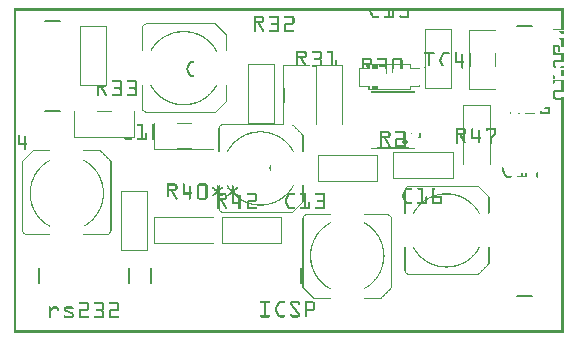
<source format=gto>
G04 MADE WITH FRITZING*
G04 WWW.FRITZING.ORG*
G04 DOUBLE SIDED*
G04 HOLES PLATED*
G04 CONTOUR ON CENTER OF CONTOUR VECTOR*
%ASAXBY*%
%FSLAX23Y23*%
%MOIN*%
%OFA0B0*%
%SFA1.0B1.0*%
%ADD10C,0.019307X0.00330708*%
%ADD11C,0.008000*%
%ADD12R,0.001000X0.001000*%
%LNSILK1*%
G90*
G70*
G54D10*
X1304Y639D03*
G54D11*
X384Y219D02*
X384Y169D01*
D02*
X84Y219D02*
X84Y169D01*
D02*
X1677Y1026D02*
X1727Y1026D01*
D02*
X1677Y126D02*
X1727Y126D01*
D02*
X457Y169D02*
X457Y219D01*
D02*
X957Y169D02*
X957Y219D01*
D02*
X103Y1041D02*
X153Y1041D01*
D02*
X103Y741D02*
X153Y741D01*
G54D12*
X0Y1083D02*
X1832Y1083D01*
X0Y1082D02*
X1832Y1082D01*
X0Y1081D02*
X1832Y1081D01*
X0Y1080D02*
X1832Y1080D01*
X0Y1079D02*
X1832Y1079D01*
X0Y1078D02*
X1832Y1078D01*
X0Y1077D02*
X1832Y1077D01*
X0Y1076D02*
X1832Y1076D01*
X0Y1075D02*
X7Y1075D01*
X1184Y1075D02*
X1191Y1075D01*
X1248Y1075D02*
X1254Y1075D01*
X1291Y1075D02*
X1318Y1075D01*
X1825Y1075D02*
X1832Y1075D01*
X0Y1074D02*
X7Y1074D01*
X1185Y1074D02*
X1191Y1074D01*
X1248Y1074D02*
X1254Y1074D01*
X1263Y1074D02*
X1267Y1074D01*
X1292Y1074D02*
X1318Y1074D01*
X1825Y1074D02*
X1832Y1074D01*
X0Y1073D02*
X7Y1073D01*
X1185Y1073D02*
X1191Y1073D01*
X1248Y1073D02*
X1254Y1073D01*
X1262Y1073D02*
X1268Y1073D01*
X1312Y1073D02*
X1318Y1073D01*
X1825Y1073D02*
X1832Y1073D01*
X0Y1072D02*
X7Y1072D01*
X1185Y1072D02*
X1192Y1072D01*
X1248Y1072D02*
X1254Y1072D01*
X1262Y1072D02*
X1268Y1072D01*
X1312Y1072D02*
X1318Y1072D01*
X1825Y1072D02*
X1832Y1072D01*
X0Y1071D02*
X7Y1071D01*
X1185Y1071D02*
X1192Y1071D01*
X1248Y1071D02*
X1254Y1071D01*
X1262Y1071D02*
X1268Y1071D01*
X1312Y1071D02*
X1318Y1071D01*
X1825Y1071D02*
X1832Y1071D01*
X0Y1070D02*
X7Y1070D01*
X1186Y1070D02*
X1193Y1070D01*
X1248Y1070D02*
X1254Y1070D01*
X1262Y1070D02*
X1268Y1070D01*
X1312Y1070D02*
X1318Y1070D01*
X1825Y1070D02*
X1832Y1070D01*
X0Y1069D02*
X7Y1069D01*
X1186Y1069D02*
X1193Y1069D01*
X1248Y1069D02*
X1254Y1069D01*
X1262Y1069D02*
X1268Y1069D01*
X1312Y1069D02*
X1318Y1069D01*
X1825Y1069D02*
X1832Y1069D01*
X0Y1068D02*
X7Y1068D01*
X1187Y1068D02*
X1194Y1068D01*
X1248Y1068D02*
X1254Y1068D01*
X1262Y1068D02*
X1268Y1068D01*
X1312Y1068D02*
X1318Y1068D01*
X1825Y1068D02*
X1832Y1068D01*
X0Y1067D02*
X7Y1067D01*
X1187Y1067D02*
X1194Y1067D01*
X1248Y1067D02*
X1254Y1067D01*
X1262Y1067D02*
X1268Y1067D01*
X1312Y1067D02*
X1318Y1067D01*
X1825Y1067D02*
X1832Y1067D01*
X0Y1066D02*
X7Y1066D01*
X1188Y1066D02*
X1195Y1066D01*
X1248Y1066D02*
X1254Y1066D01*
X1262Y1066D02*
X1268Y1066D01*
X1312Y1066D02*
X1318Y1066D01*
X1825Y1066D02*
X1832Y1066D01*
X0Y1065D02*
X7Y1065D01*
X1188Y1065D02*
X1195Y1065D01*
X1248Y1065D02*
X1254Y1065D01*
X1262Y1065D02*
X1268Y1065D01*
X1312Y1065D02*
X1318Y1065D01*
X1825Y1065D02*
X1832Y1065D01*
X0Y1064D02*
X7Y1064D01*
X1189Y1064D02*
X1196Y1064D01*
X1248Y1064D02*
X1254Y1064D01*
X1262Y1064D02*
X1268Y1064D01*
X1312Y1064D02*
X1318Y1064D01*
X1825Y1064D02*
X1832Y1064D01*
X0Y1063D02*
X7Y1063D01*
X1189Y1063D02*
X1196Y1063D01*
X1248Y1063D02*
X1254Y1063D01*
X1262Y1063D02*
X1268Y1063D01*
X1312Y1063D02*
X1318Y1063D01*
X1825Y1063D02*
X1832Y1063D01*
X0Y1062D02*
X7Y1062D01*
X1190Y1062D02*
X1197Y1062D01*
X1248Y1062D02*
X1254Y1062D01*
X1262Y1062D02*
X1268Y1062D01*
X1312Y1062D02*
X1318Y1062D01*
X1825Y1062D02*
X1832Y1062D01*
X0Y1061D02*
X7Y1061D01*
X1190Y1061D02*
X1197Y1061D01*
X1248Y1061D02*
X1254Y1061D01*
X1262Y1061D02*
X1268Y1061D01*
X1312Y1061D02*
X1318Y1061D01*
X1825Y1061D02*
X1832Y1061D01*
X0Y1060D02*
X7Y1060D01*
X1191Y1060D02*
X1198Y1060D01*
X1248Y1060D02*
X1254Y1060D01*
X1262Y1060D02*
X1268Y1060D01*
X1287Y1060D02*
X1288Y1060D01*
X1312Y1060D02*
X1318Y1060D01*
X1825Y1060D02*
X1832Y1060D01*
X0Y1059D02*
X7Y1059D01*
X1191Y1059D02*
X1198Y1059D01*
X1248Y1059D02*
X1254Y1059D01*
X1262Y1059D02*
X1268Y1059D01*
X1286Y1059D02*
X1290Y1059D01*
X1312Y1059D02*
X1318Y1059D01*
X1825Y1059D02*
X1832Y1059D01*
X0Y1058D02*
X7Y1058D01*
X801Y1058D02*
X826Y1058D01*
X853Y1058D02*
X879Y1058D01*
X903Y1058D02*
X930Y1058D01*
X1192Y1058D02*
X1199Y1058D01*
X1248Y1058D02*
X1254Y1058D01*
X1262Y1058D02*
X1268Y1058D01*
X1285Y1058D02*
X1293Y1058D01*
X1312Y1058D02*
X1318Y1058D01*
X1825Y1058D02*
X1832Y1058D01*
X0Y1057D02*
X7Y1057D01*
X801Y1057D02*
X829Y1057D01*
X852Y1057D02*
X881Y1057D01*
X902Y1057D02*
X932Y1057D01*
X1192Y1057D02*
X1215Y1057D01*
X1237Y1057D02*
X1268Y1057D01*
X1285Y1057D02*
X1318Y1057D01*
X1825Y1057D02*
X1832Y1057D01*
X0Y1056D02*
X7Y1056D01*
X801Y1056D02*
X830Y1056D01*
X851Y1056D02*
X882Y1056D01*
X901Y1056D02*
X933Y1056D01*
X1193Y1056D02*
X1217Y1056D01*
X1235Y1056D02*
X1268Y1056D01*
X1285Y1056D02*
X1318Y1056D01*
X1825Y1056D02*
X1832Y1056D01*
X0Y1055D02*
X7Y1055D01*
X801Y1055D02*
X831Y1055D01*
X851Y1055D02*
X883Y1055D01*
X901Y1055D02*
X933Y1055D01*
X1194Y1055D02*
X1218Y1055D01*
X1235Y1055D02*
X1268Y1055D01*
X1285Y1055D02*
X1318Y1055D01*
X1825Y1055D02*
X1832Y1055D01*
X0Y1054D02*
X7Y1054D01*
X801Y1054D02*
X832Y1054D01*
X851Y1054D02*
X884Y1054D01*
X901Y1054D02*
X934Y1054D01*
X1194Y1054D02*
X1218Y1054D01*
X1234Y1054D02*
X1268Y1054D01*
X1286Y1054D02*
X1317Y1054D01*
X1825Y1054D02*
X1832Y1054D01*
X0Y1053D02*
X7Y1053D01*
X801Y1053D02*
X833Y1053D01*
X851Y1053D02*
X884Y1053D01*
X901Y1053D02*
X934Y1053D01*
X1195Y1053D02*
X1218Y1053D01*
X1234Y1053D02*
X1268Y1053D01*
X1288Y1053D02*
X1317Y1053D01*
X1825Y1053D02*
X1832Y1053D01*
X0Y1052D02*
X7Y1052D01*
X801Y1052D02*
X833Y1052D01*
X852Y1052D02*
X884Y1052D01*
X902Y1052D02*
X935Y1052D01*
X1197Y1052D02*
X1217Y1052D01*
X1235Y1052D02*
X1268Y1052D01*
X1290Y1052D02*
X1316Y1052D01*
X1825Y1052D02*
X1832Y1052D01*
X0Y1051D02*
X7Y1051D01*
X801Y1051D02*
X807Y1051D01*
X826Y1051D02*
X834Y1051D01*
X878Y1051D02*
X884Y1051D01*
X928Y1051D02*
X935Y1051D01*
X1198Y1051D02*
X1216Y1051D01*
X1236Y1051D02*
X1267Y1051D01*
X1292Y1051D02*
X1314Y1051D01*
X1825Y1051D02*
X1832Y1051D01*
X0Y1050D02*
X7Y1050D01*
X801Y1050D02*
X807Y1050D01*
X827Y1050D02*
X834Y1050D01*
X878Y1050D02*
X884Y1050D01*
X929Y1050D02*
X935Y1050D01*
X1825Y1050D02*
X1832Y1050D01*
X0Y1049D02*
X7Y1049D01*
X801Y1049D02*
X807Y1049D01*
X828Y1049D02*
X834Y1049D01*
X878Y1049D02*
X884Y1049D01*
X929Y1049D02*
X935Y1049D01*
X1825Y1049D02*
X1832Y1049D01*
X0Y1048D02*
X7Y1048D01*
X801Y1048D02*
X807Y1048D01*
X828Y1048D02*
X834Y1048D01*
X878Y1048D02*
X884Y1048D01*
X929Y1048D02*
X935Y1048D01*
X1825Y1048D02*
X1832Y1048D01*
X0Y1047D02*
X7Y1047D01*
X801Y1047D02*
X807Y1047D01*
X828Y1047D02*
X834Y1047D01*
X878Y1047D02*
X884Y1047D01*
X929Y1047D02*
X935Y1047D01*
X1825Y1047D02*
X1832Y1047D01*
X0Y1046D02*
X7Y1046D01*
X801Y1046D02*
X807Y1046D01*
X828Y1046D02*
X834Y1046D01*
X878Y1046D02*
X884Y1046D01*
X929Y1046D02*
X935Y1046D01*
X1825Y1046D02*
X1832Y1046D01*
X0Y1045D02*
X7Y1045D01*
X801Y1045D02*
X807Y1045D01*
X828Y1045D02*
X834Y1045D01*
X878Y1045D02*
X884Y1045D01*
X929Y1045D02*
X935Y1045D01*
X1825Y1045D02*
X1832Y1045D01*
X0Y1044D02*
X7Y1044D01*
X801Y1044D02*
X807Y1044D01*
X828Y1044D02*
X834Y1044D01*
X878Y1044D02*
X884Y1044D01*
X929Y1044D02*
X935Y1044D01*
X1825Y1044D02*
X1832Y1044D01*
X0Y1043D02*
X7Y1043D01*
X801Y1043D02*
X807Y1043D01*
X828Y1043D02*
X834Y1043D01*
X878Y1043D02*
X884Y1043D01*
X929Y1043D02*
X935Y1043D01*
X1825Y1043D02*
X1832Y1043D01*
X0Y1042D02*
X7Y1042D01*
X801Y1042D02*
X807Y1042D01*
X827Y1042D02*
X834Y1042D01*
X878Y1042D02*
X884Y1042D01*
X929Y1042D02*
X935Y1042D01*
X1825Y1042D02*
X1832Y1042D01*
X0Y1041D02*
X7Y1041D01*
X801Y1041D02*
X807Y1041D01*
X826Y1041D02*
X834Y1041D01*
X878Y1041D02*
X884Y1041D01*
X929Y1041D02*
X935Y1041D01*
X1825Y1041D02*
X1832Y1041D01*
X0Y1040D02*
X7Y1040D01*
X801Y1040D02*
X833Y1040D01*
X878Y1040D02*
X884Y1040D01*
X929Y1040D02*
X935Y1040D01*
X1825Y1040D02*
X1832Y1040D01*
X0Y1039D02*
X7Y1039D01*
X801Y1039D02*
X833Y1039D01*
X878Y1039D02*
X884Y1039D01*
X929Y1039D02*
X935Y1039D01*
X1825Y1039D02*
X1832Y1039D01*
X0Y1038D02*
X7Y1038D01*
X801Y1038D02*
X832Y1038D01*
X878Y1038D02*
X884Y1038D01*
X929Y1038D02*
X935Y1038D01*
X1825Y1038D02*
X1832Y1038D01*
X0Y1037D02*
X7Y1037D01*
X801Y1037D02*
X831Y1037D01*
X878Y1037D02*
X884Y1037D01*
X929Y1037D02*
X935Y1037D01*
X1825Y1037D02*
X1832Y1037D01*
X0Y1036D02*
X7Y1036D01*
X801Y1036D02*
X830Y1036D01*
X877Y1036D02*
X884Y1036D01*
X929Y1036D02*
X935Y1036D01*
X1825Y1036D02*
X1832Y1036D01*
X0Y1035D02*
X7Y1035D01*
X801Y1035D02*
X829Y1035D01*
X876Y1035D02*
X884Y1035D01*
X928Y1035D02*
X935Y1035D01*
X1825Y1035D02*
X1832Y1035D01*
X0Y1034D02*
X7Y1034D01*
X801Y1034D02*
X827Y1034D01*
X859Y1034D02*
X883Y1034D01*
X905Y1034D02*
X935Y1034D01*
X1825Y1034D02*
X1832Y1034D01*
X0Y1033D02*
X7Y1033D01*
X441Y1033D02*
X673Y1033D01*
X801Y1033D02*
X807Y1033D01*
X813Y1033D02*
X820Y1033D01*
X858Y1033D02*
X883Y1033D01*
X903Y1033D02*
X934Y1033D01*
X1825Y1033D02*
X1832Y1033D01*
X0Y1032D02*
X7Y1032D01*
X438Y1032D02*
X674Y1032D01*
X801Y1032D02*
X807Y1032D01*
X813Y1032D02*
X821Y1032D01*
X858Y1032D02*
X882Y1032D01*
X902Y1032D02*
X934Y1032D01*
X1825Y1032D02*
X1832Y1032D01*
X0Y1031D02*
X7Y1031D01*
X436Y1031D02*
X675Y1031D01*
X801Y1031D02*
X807Y1031D01*
X814Y1031D02*
X821Y1031D01*
X858Y1031D02*
X882Y1031D01*
X902Y1031D02*
X933Y1031D01*
X1825Y1031D02*
X1832Y1031D01*
X0Y1030D02*
X7Y1030D01*
X434Y1030D02*
X676Y1030D01*
X801Y1030D02*
X807Y1030D01*
X815Y1030D02*
X822Y1030D01*
X858Y1030D02*
X883Y1030D01*
X901Y1030D02*
X933Y1030D01*
X1825Y1030D02*
X1832Y1030D01*
X0Y1029D02*
X7Y1029D01*
X433Y1029D02*
X440Y1029D01*
X672Y1029D02*
X677Y1029D01*
X801Y1029D02*
X807Y1029D01*
X815Y1029D02*
X822Y1029D01*
X858Y1029D02*
X883Y1029D01*
X901Y1029D02*
X931Y1029D01*
X1825Y1029D02*
X1832Y1029D01*
X0Y1028D02*
X7Y1028D01*
X432Y1028D02*
X437Y1028D01*
X673Y1028D02*
X678Y1028D01*
X801Y1028D02*
X807Y1028D01*
X816Y1028D02*
X823Y1028D01*
X860Y1028D02*
X884Y1028D01*
X901Y1028D02*
X929Y1028D01*
X1825Y1028D02*
X1832Y1028D01*
X0Y1027D02*
X7Y1027D01*
X431Y1027D02*
X435Y1027D01*
X674Y1027D02*
X679Y1027D01*
X801Y1027D02*
X807Y1027D01*
X816Y1027D02*
X823Y1027D01*
X877Y1027D02*
X884Y1027D01*
X901Y1027D02*
X907Y1027D01*
X1825Y1027D02*
X1832Y1027D01*
X0Y1026D02*
X7Y1026D01*
X430Y1026D02*
X434Y1026D01*
X675Y1026D02*
X680Y1026D01*
X801Y1026D02*
X807Y1026D01*
X817Y1026D02*
X824Y1026D01*
X878Y1026D02*
X884Y1026D01*
X901Y1026D02*
X907Y1026D01*
X1825Y1026D02*
X1832Y1026D01*
X0Y1025D02*
X7Y1025D01*
X220Y1025D02*
X310Y1025D01*
X429Y1025D02*
X433Y1025D01*
X676Y1025D02*
X681Y1025D01*
X801Y1025D02*
X807Y1025D01*
X817Y1025D02*
X825Y1025D01*
X878Y1025D02*
X884Y1025D01*
X901Y1025D02*
X907Y1025D01*
X1825Y1025D02*
X1832Y1025D01*
X0Y1024D02*
X7Y1024D01*
X220Y1024D02*
X310Y1024D01*
X429Y1024D02*
X432Y1024D01*
X677Y1024D02*
X682Y1024D01*
X801Y1024D02*
X807Y1024D01*
X818Y1024D02*
X825Y1024D01*
X878Y1024D02*
X884Y1024D01*
X901Y1024D02*
X907Y1024D01*
X1825Y1024D02*
X1832Y1024D01*
X0Y1023D02*
X7Y1023D01*
X220Y1023D02*
X310Y1023D01*
X428Y1023D02*
X431Y1023D01*
X678Y1023D02*
X683Y1023D01*
X801Y1023D02*
X807Y1023D01*
X819Y1023D02*
X826Y1023D01*
X878Y1023D02*
X884Y1023D01*
X901Y1023D02*
X907Y1023D01*
X1825Y1023D02*
X1832Y1023D01*
X0Y1022D02*
X7Y1022D01*
X220Y1022D02*
X222Y1022D01*
X308Y1022D02*
X310Y1022D01*
X428Y1022D02*
X431Y1022D01*
X679Y1022D02*
X684Y1022D01*
X801Y1022D02*
X807Y1022D01*
X819Y1022D02*
X826Y1022D01*
X878Y1022D02*
X884Y1022D01*
X901Y1022D02*
X907Y1022D01*
X1825Y1022D02*
X1832Y1022D01*
X0Y1021D02*
X7Y1021D01*
X220Y1021D02*
X222Y1021D01*
X308Y1021D02*
X310Y1021D01*
X427Y1021D02*
X430Y1021D01*
X680Y1021D02*
X685Y1021D01*
X801Y1021D02*
X807Y1021D01*
X820Y1021D02*
X827Y1021D01*
X878Y1021D02*
X884Y1021D01*
X901Y1021D02*
X907Y1021D01*
X1825Y1021D02*
X1832Y1021D01*
X0Y1020D02*
X7Y1020D01*
X220Y1020D02*
X222Y1020D01*
X308Y1020D02*
X310Y1020D01*
X427Y1020D02*
X430Y1020D01*
X681Y1020D02*
X686Y1020D01*
X801Y1020D02*
X807Y1020D01*
X820Y1020D02*
X828Y1020D01*
X878Y1020D02*
X884Y1020D01*
X901Y1020D02*
X907Y1020D01*
X1825Y1020D02*
X1832Y1020D01*
X0Y1019D02*
X7Y1019D01*
X220Y1019D02*
X222Y1019D01*
X308Y1019D02*
X310Y1019D01*
X427Y1019D02*
X430Y1019D01*
X682Y1019D02*
X687Y1019D01*
X801Y1019D02*
X807Y1019D01*
X821Y1019D02*
X828Y1019D01*
X878Y1019D02*
X884Y1019D01*
X901Y1019D02*
X907Y1019D01*
X1825Y1019D02*
X1832Y1019D01*
X0Y1018D02*
X7Y1018D01*
X220Y1018D02*
X222Y1018D01*
X308Y1018D02*
X310Y1018D01*
X427Y1018D02*
X430Y1018D01*
X683Y1018D02*
X688Y1018D01*
X801Y1018D02*
X807Y1018D01*
X822Y1018D02*
X829Y1018D01*
X878Y1018D02*
X884Y1018D01*
X901Y1018D02*
X907Y1018D01*
X1825Y1018D02*
X1832Y1018D01*
X0Y1017D02*
X7Y1017D01*
X220Y1017D02*
X222Y1017D01*
X308Y1017D02*
X310Y1017D01*
X427Y1017D02*
X430Y1017D01*
X684Y1017D02*
X689Y1017D01*
X801Y1017D02*
X807Y1017D01*
X822Y1017D02*
X829Y1017D01*
X878Y1017D02*
X884Y1017D01*
X901Y1017D02*
X907Y1017D01*
X1825Y1017D02*
X1832Y1017D01*
X0Y1016D02*
X7Y1016D01*
X220Y1016D02*
X222Y1016D01*
X308Y1016D02*
X310Y1016D01*
X427Y1016D02*
X429Y1016D01*
X685Y1016D02*
X690Y1016D01*
X801Y1016D02*
X807Y1016D01*
X823Y1016D02*
X830Y1016D01*
X878Y1016D02*
X884Y1016D01*
X901Y1016D02*
X907Y1016D01*
X1825Y1016D02*
X1832Y1016D01*
X0Y1015D02*
X7Y1015D01*
X220Y1015D02*
X222Y1015D01*
X308Y1015D02*
X310Y1015D01*
X427Y1015D02*
X429Y1015D01*
X686Y1015D02*
X691Y1015D01*
X801Y1015D02*
X807Y1015D01*
X823Y1015D02*
X830Y1015D01*
X878Y1015D02*
X884Y1015D01*
X901Y1015D02*
X907Y1015D01*
X1371Y1015D02*
X1461Y1015D01*
X1825Y1015D02*
X1832Y1015D01*
X0Y1014D02*
X7Y1014D01*
X220Y1014D02*
X222Y1014D01*
X308Y1014D02*
X310Y1014D01*
X427Y1014D02*
X429Y1014D01*
X687Y1014D02*
X692Y1014D01*
X801Y1014D02*
X807Y1014D01*
X824Y1014D02*
X831Y1014D01*
X878Y1014D02*
X884Y1014D01*
X901Y1014D02*
X907Y1014D01*
X1371Y1014D02*
X1461Y1014D01*
X1825Y1014D02*
X1832Y1014D01*
X0Y1013D02*
X7Y1013D01*
X220Y1013D02*
X222Y1013D01*
X308Y1013D02*
X310Y1013D01*
X427Y1013D02*
X429Y1013D01*
X688Y1013D02*
X693Y1013D01*
X801Y1013D02*
X807Y1013D01*
X824Y1013D02*
X832Y1013D01*
X878Y1013D02*
X884Y1013D01*
X901Y1013D02*
X907Y1013D01*
X1371Y1013D02*
X1461Y1013D01*
X1798Y1013D02*
X1832Y1013D01*
X0Y1012D02*
X7Y1012D01*
X220Y1012D02*
X222Y1012D01*
X308Y1012D02*
X310Y1012D01*
X427Y1012D02*
X429Y1012D01*
X689Y1012D02*
X694Y1012D01*
X801Y1012D02*
X807Y1012D01*
X825Y1012D02*
X832Y1012D01*
X878Y1012D02*
X884Y1012D01*
X901Y1012D02*
X907Y1012D01*
X1371Y1012D02*
X1373Y1012D01*
X1459Y1012D02*
X1461Y1012D01*
X1797Y1012D02*
X1833Y1012D01*
X0Y1011D02*
X7Y1011D01*
X220Y1011D02*
X222Y1011D01*
X308Y1011D02*
X310Y1011D01*
X427Y1011D02*
X429Y1011D01*
X690Y1011D02*
X695Y1011D01*
X801Y1011D02*
X807Y1011D01*
X826Y1011D02*
X833Y1011D01*
X853Y1011D02*
X884Y1011D01*
X901Y1011D02*
X932Y1011D01*
X1371Y1011D02*
X1373Y1011D01*
X1459Y1011D02*
X1461Y1011D01*
X1519Y1011D02*
X1608Y1011D01*
X0Y1010D02*
X7Y1010D01*
X220Y1010D02*
X222Y1010D01*
X308Y1010D02*
X310Y1010D01*
X427Y1010D02*
X429Y1010D01*
X691Y1010D02*
X696Y1010D01*
X801Y1010D02*
X807Y1010D01*
X826Y1010D02*
X833Y1010D01*
X852Y1010D02*
X884Y1010D01*
X901Y1010D02*
X934Y1010D01*
X1371Y1010D02*
X1373Y1010D01*
X1459Y1010D02*
X1461Y1010D01*
X1519Y1010D02*
X1608Y1010D01*
X0Y1009D02*
X7Y1009D01*
X220Y1009D02*
X222Y1009D01*
X308Y1009D02*
X310Y1009D01*
X427Y1009D02*
X429Y1009D01*
X692Y1009D02*
X697Y1009D01*
X801Y1009D02*
X807Y1009D01*
X827Y1009D02*
X834Y1009D01*
X851Y1009D02*
X884Y1009D01*
X901Y1009D02*
X934Y1009D01*
X1371Y1009D02*
X1373Y1009D01*
X1459Y1009D02*
X1461Y1009D01*
X1519Y1009D02*
X1608Y1009D01*
X0Y1008D02*
X7Y1008D01*
X220Y1008D02*
X222Y1008D01*
X308Y1008D02*
X310Y1008D01*
X427Y1008D02*
X429Y1008D01*
X693Y1008D02*
X698Y1008D01*
X801Y1008D02*
X807Y1008D01*
X827Y1008D02*
X834Y1008D01*
X851Y1008D02*
X884Y1008D01*
X901Y1008D02*
X935Y1008D01*
X1371Y1008D02*
X1373Y1008D01*
X1459Y1008D02*
X1461Y1008D01*
X1519Y1008D02*
X1521Y1008D01*
X1606Y1008D02*
X1608Y1008D01*
X0Y1007D02*
X7Y1007D01*
X220Y1007D02*
X222Y1007D01*
X308Y1007D02*
X310Y1007D01*
X427Y1007D02*
X429Y1007D01*
X551Y1007D02*
X580Y1007D01*
X694Y1007D02*
X699Y1007D01*
X801Y1007D02*
X807Y1007D01*
X828Y1007D02*
X834Y1007D01*
X851Y1007D02*
X883Y1007D01*
X901Y1007D02*
X934Y1007D01*
X1371Y1007D02*
X1373Y1007D01*
X1459Y1007D02*
X1461Y1007D01*
X1519Y1007D02*
X1521Y1007D01*
X1606Y1007D02*
X1608Y1007D01*
X1797Y1007D02*
X1833Y1007D01*
X0Y1006D02*
X7Y1006D01*
X220Y1006D02*
X222Y1006D01*
X308Y1006D02*
X310Y1006D01*
X427Y1006D02*
X429Y1006D01*
X544Y1006D02*
X587Y1006D01*
X695Y1006D02*
X700Y1006D01*
X801Y1006D02*
X806Y1006D01*
X829Y1006D02*
X834Y1006D01*
X851Y1006D02*
X882Y1006D01*
X901Y1006D02*
X934Y1006D01*
X1371Y1006D02*
X1373Y1006D01*
X1459Y1006D02*
X1461Y1006D01*
X1519Y1006D02*
X1521Y1006D01*
X1606Y1006D02*
X1608Y1006D01*
X1818Y1006D02*
X1832Y1006D01*
X0Y1005D02*
X7Y1005D01*
X220Y1005D02*
X222Y1005D01*
X308Y1005D02*
X310Y1005D01*
X427Y1005D02*
X429Y1005D01*
X539Y1005D02*
X592Y1005D01*
X696Y1005D02*
X701Y1005D01*
X802Y1005D02*
X805Y1005D01*
X829Y1005D02*
X833Y1005D01*
X852Y1005D02*
X881Y1005D01*
X901Y1005D02*
X933Y1005D01*
X1371Y1005D02*
X1373Y1005D01*
X1459Y1005D02*
X1461Y1005D01*
X1519Y1005D02*
X1521Y1005D01*
X1606Y1005D02*
X1608Y1005D01*
X1819Y1005D02*
X1832Y1005D01*
X0Y1004D02*
X7Y1004D01*
X220Y1004D02*
X222Y1004D01*
X308Y1004D02*
X310Y1004D01*
X427Y1004D02*
X429Y1004D01*
X535Y1004D02*
X596Y1004D01*
X697Y1004D02*
X702Y1004D01*
X1371Y1004D02*
X1373Y1004D01*
X1459Y1004D02*
X1461Y1004D01*
X1519Y1004D02*
X1521Y1004D01*
X1606Y1004D02*
X1608Y1004D01*
X1820Y1004D02*
X1832Y1004D01*
X0Y1003D02*
X7Y1003D01*
X220Y1003D02*
X222Y1003D01*
X308Y1003D02*
X310Y1003D01*
X427Y1003D02*
X429Y1003D01*
X531Y1003D02*
X552Y1003D01*
X580Y1003D02*
X600Y1003D01*
X698Y1003D02*
X703Y1003D01*
X1371Y1003D02*
X1373Y1003D01*
X1459Y1003D02*
X1461Y1003D01*
X1519Y1003D02*
X1521Y1003D01*
X1606Y1003D02*
X1608Y1003D01*
X1821Y1003D02*
X1832Y1003D01*
X0Y1002D02*
X7Y1002D01*
X220Y1002D02*
X222Y1002D01*
X308Y1002D02*
X310Y1002D01*
X427Y1002D02*
X429Y1002D01*
X528Y1002D02*
X545Y1002D01*
X587Y1002D02*
X603Y1002D01*
X699Y1002D02*
X704Y1002D01*
X1371Y1002D02*
X1373Y1002D01*
X1459Y1002D02*
X1461Y1002D01*
X1519Y1002D02*
X1521Y1002D01*
X1606Y1002D02*
X1608Y1002D01*
X1822Y1002D02*
X1832Y1002D01*
X0Y1001D02*
X7Y1001D01*
X220Y1001D02*
X222Y1001D01*
X308Y1001D02*
X310Y1001D01*
X427Y1001D02*
X429Y1001D01*
X525Y1001D02*
X539Y1001D01*
X592Y1001D02*
X606Y1001D01*
X700Y1001D02*
X705Y1001D01*
X1371Y1001D02*
X1373Y1001D01*
X1459Y1001D02*
X1461Y1001D01*
X1519Y1001D02*
X1521Y1001D01*
X1606Y1001D02*
X1608Y1001D01*
X1823Y1001D02*
X1832Y1001D01*
X0Y1000D02*
X7Y1000D01*
X220Y1000D02*
X222Y1000D01*
X308Y1000D02*
X310Y1000D01*
X427Y1000D02*
X429Y1000D01*
X522Y1000D02*
X535Y1000D01*
X596Y1000D02*
X609Y1000D01*
X701Y1000D02*
X706Y1000D01*
X1371Y1000D02*
X1373Y1000D01*
X1459Y1000D02*
X1461Y1000D01*
X1519Y1000D02*
X1521Y1000D01*
X1606Y1000D02*
X1608Y1000D01*
X1823Y1000D02*
X1832Y1000D01*
X0Y999D02*
X7Y999D01*
X220Y999D02*
X222Y999D01*
X308Y999D02*
X310Y999D01*
X427Y999D02*
X429Y999D01*
X520Y999D02*
X531Y999D01*
X600Y999D02*
X612Y999D01*
X702Y999D02*
X707Y999D01*
X1371Y999D02*
X1373Y999D01*
X1459Y999D02*
X1461Y999D01*
X1519Y999D02*
X1521Y999D01*
X1606Y999D02*
X1608Y999D01*
X1824Y999D02*
X1833Y999D01*
X0Y998D02*
X7Y998D01*
X220Y998D02*
X222Y998D01*
X308Y998D02*
X310Y998D01*
X427Y998D02*
X429Y998D01*
X517Y998D02*
X528Y998D01*
X604Y998D02*
X614Y998D01*
X703Y998D02*
X708Y998D01*
X1371Y998D02*
X1373Y998D01*
X1459Y998D02*
X1461Y998D01*
X1519Y998D02*
X1521Y998D01*
X1606Y998D02*
X1608Y998D01*
X1825Y998D02*
X1833Y998D01*
X0Y997D02*
X7Y997D01*
X220Y997D02*
X222Y997D01*
X308Y997D02*
X310Y997D01*
X427Y997D02*
X429Y997D01*
X515Y997D02*
X525Y997D01*
X607Y997D02*
X617Y997D01*
X704Y997D02*
X709Y997D01*
X1371Y997D02*
X1373Y997D01*
X1459Y997D02*
X1461Y997D01*
X1519Y997D02*
X1521Y997D01*
X1606Y997D02*
X1608Y997D01*
X0Y996D02*
X7Y996D01*
X220Y996D02*
X222Y996D01*
X308Y996D02*
X310Y996D01*
X427Y996D02*
X429Y996D01*
X513Y996D02*
X522Y996D01*
X609Y996D02*
X619Y996D01*
X705Y996D02*
X709Y996D01*
X1371Y996D02*
X1373Y996D01*
X1459Y996D02*
X1461Y996D01*
X1519Y996D02*
X1521Y996D01*
X1606Y996D02*
X1608Y996D01*
X0Y995D02*
X7Y995D01*
X220Y995D02*
X222Y995D01*
X308Y995D02*
X310Y995D01*
X427Y995D02*
X429Y995D01*
X511Y995D02*
X519Y995D01*
X612Y995D02*
X621Y995D01*
X706Y995D02*
X709Y995D01*
X1371Y995D02*
X1373Y995D01*
X1459Y995D02*
X1461Y995D01*
X1519Y995D02*
X1521Y995D01*
X1606Y995D02*
X1608Y995D01*
X0Y994D02*
X7Y994D01*
X220Y994D02*
X222Y994D01*
X308Y994D02*
X310Y994D01*
X427Y994D02*
X429Y994D01*
X509Y994D02*
X517Y994D01*
X614Y994D02*
X623Y994D01*
X706Y994D02*
X709Y994D01*
X1371Y994D02*
X1373Y994D01*
X1459Y994D02*
X1461Y994D01*
X1519Y994D02*
X1521Y994D01*
X1606Y994D02*
X1608Y994D01*
X0Y993D02*
X7Y993D01*
X220Y993D02*
X222Y993D01*
X308Y993D02*
X310Y993D01*
X427Y993D02*
X429Y993D01*
X507Y993D02*
X515Y993D01*
X617Y993D02*
X625Y993D01*
X706Y993D02*
X709Y993D01*
X1371Y993D02*
X1373Y993D01*
X1459Y993D02*
X1461Y993D01*
X1519Y993D02*
X1521Y993D01*
X1606Y993D02*
X1608Y993D01*
X0Y992D02*
X7Y992D01*
X220Y992D02*
X222Y992D01*
X308Y992D02*
X310Y992D01*
X427Y992D02*
X429Y992D01*
X505Y992D02*
X512Y992D01*
X619Y992D02*
X627Y992D01*
X706Y992D02*
X709Y992D01*
X1371Y992D02*
X1373Y992D01*
X1459Y992D02*
X1461Y992D01*
X1519Y992D02*
X1521Y992D01*
X1606Y992D02*
X1608Y992D01*
X0Y991D02*
X7Y991D01*
X220Y991D02*
X222Y991D01*
X308Y991D02*
X310Y991D01*
X427Y991D02*
X429Y991D01*
X503Y991D02*
X510Y991D01*
X621Y991D02*
X628Y991D01*
X706Y991D02*
X709Y991D01*
X1371Y991D02*
X1373Y991D01*
X1459Y991D02*
X1461Y991D01*
X1519Y991D02*
X1521Y991D01*
X1606Y991D02*
X1608Y991D01*
X0Y990D02*
X7Y990D01*
X220Y990D02*
X222Y990D01*
X308Y990D02*
X310Y990D01*
X427Y990D02*
X429Y990D01*
X501Y990D02*
X508Y990D01*
X623Y990D02*
X630Y990D01*
X706Y990D02*
X709Y990D01*
X1371Y990D02*
X1373Y990D01*
X1459Y990D02*
X1461Y990D01*
X1519Y990D02*
X1521Y990D01*
X1606Y990D02*
X1608Y990D01*
X0Y989D02*
X7Y989D01*
X220Y989D02*
X222Y989D01*
X308Y989D02*
X310Y989D01*
X427Y989D02*
X429Y989D01*
X500Y989D02*
X507Y989D01*
X625Y989D02*
X632Y989D01*
X706Y989D02*
X709Y989D01*
X1371Y989D02*
X1373Y989D01*
X1459Y989D02*
X1461Y989D01*
X1519Y989D02*
X1521Y989D01*
X1606Y989D02*
X1608Y989D01*
X0Y988D02*
X7Y988D01*
X220Y988D02*
X222Y988D01*
X308Y988D02*
X310Y988D01*
X427Y988D02*
X429Y988D01*
X498Y988D02*
X505Y988D01*
X627Y988D02*
X633Y988D01*
X706Y988D02*
X709Y988D01*
X1371Y988D02*
X1373Y988D01*
X1459Y988D02*
X1461Y988D01*
X1519Y988D02*
X1521Y988D01*
X1606Y988D02*
X1608Y988D01*
X0Y987D02*
X7Y987D01*
X220Y987D02*
X222Y987D01*
X308Y987D02*
X310Y987D01*
X427Y987D02*
X429Y987D01*
X496Y987D02*
X503Y987D01*
X628Y987D02*
X635Y987D01*
X706Y987D02*
X709Y987D01*
X1371Y987D02*
X1373Y987D01*
X1459Y987D02*
X1461Y987D01*
X1519Y987D02*
X1521Y987D01*
X1606Y987D02*
X1608Y987D01*
X0Y986D02*
X7Y986D01*
X220Y986D02*
X222Y986D01*
X308Y986D02*
X310Y986D01*
X427Y986D02*
X429Y986D01*
X495Y986D02*
X501Y986D01*
X630Y986D02*
X636Y986D01*
X706Y986D02*
X709Y986D01*
X1371Y986D02*
X1373Y986D01*
X1459Y986D02*
X1461Y986D01*
X1519Y986D02*
X1521Y986D01*
X1606Y986D02*
X1608Y986D01*
X0Y985D02*
X7Y985D01*
X220Y985D02*
X222Y985D01*
X308Y985D02*
X310Y985D01*
X427Y985D02*
X429Y985D01*
X494Y985D02*
X500Y985D01*
X632Y985D02*
X638Y985D01*
X706Y985D02*
X709Y985D01*
X1371Y985D02*
X1373Y985D01*
X1459Y985D02*
X1461Y985D01*
X1519Y985D02*
X1521Y985D01*
X1606Y985D02*
X1608Y985D01*
X1821Y985D02*
X1833Y985D01*
X0Y984D02*
X7Y984D01*
X220Y984D02*
X222Y984D01*
X308Y984D02*
X310Y984D01*
X427Y984D02*
X429Y984D01*
X492Y984D02*
X498Y984D01*
X633Y984D02*
X639Y984D01*
X706Y984D02*
X709Y984D01*
X1371Y984D02*
X1373Y984D01*
X1459Y984D02*
X1461Y984D01*
X1519Y984D02*
X1521Y984D01*
X1606Y984D02*
X1608Y984D01*
X1820Y984D02*
X1833Y984D01*
X0Y983D02*
X7Y983D01*
X220Y983D02*
X222Y983D01*
X308Y983D02*
X310Y983D01*
X427Y983D02*
X429Y983D01*
X491Y983D02*
X497Y983D01*
X635Y983D02*
X641Y983D01*
X706Y983D02*
X709Y983D01*
X1371Y983D02*
X1373Y983D01*
X1459Y983D02*
X1461Y983D01*
X1519Y983D02*
X1521Y983D01*
X1606Y983D02*
X1608Y983D01*
X1819Y983D02*
X1832Y983D01*
X0Y982D02*
X7Y982D01*
X220Y982D02*
X222Y982D01*
X308Y982D02*
X310Y982D01*
X427Y982D02*
X429Y982D01*
X489Y982D02*
X495Y982D01*
X636Y982D02*
X642Y982D01*
X706Y982D02*
X709Y982D01*
X1371Y982D02*
X1373Y982D01*
X1459Y982D02*
X1461Y982D01*
X1519Y982D02*
X1521Y982D01*
X1606Y982D02*
X1608Y982D01*
X1819Y982D02*
X1832Y982D01*
X0Y981D02*
X7Y981D01*
X220Y981D02*
X222Y981D01*
X308Y981D02*
X310Y981D01*
X427Y981D02*
X429Y981D01*
X488Y981D02*
X494Y981D01*
X638Y981D02*
X643Y981D01*
X706Y981D02*
X709Y981D01*
X1371Y981D02*
X1373Y981D01*
X1459Y981D02*
X1461Y981D01*
X1519Y981D02*
X1521Y981D01*
X1606Y981D02*
X1608Y981D01*
X1819Y981D02*
X1832Y981D01*
X0Y980D02*
X7Y980D01*
X220Y980D02*
X222Y980D01*
X308Y980D02*
X310Y980D01*
X427Y980D02*
X429Y980D01*
X487Y980D02*
X492Y980D01*
X639Y980D02*
X645Y980D01*
X706Y980D02*
X709Y980D01*
X1371Y980D02*
X1373Y980D01*
X1459Y980D02*
X1461Y980D01*
X1519Y980D02*
X1521Y980D01*
X1606Y980D02*
X1608Y980D01*
X1820Y980D02*
X1832Y980D01*
X0Y979D02*
X7Y979D01*
X220Y979D02*
X222Y979D01*
X308Y979D02*
X310Y979D01*
X427Y979D02*
X429Y979D01*
X486Y979D02*
X491Y979D01*
X641Y979D02*
X646Y979D01*
X706Y979D02*
X709Y979D01*
X1371Y979D02*
X1373Y979D01*
X1459Y979D02*
X1461Y979D01*
X1519Y979D02*
X1521Y979D01*
X1606Y979D02*
X1608Y979D01*
X1821Y979D02*
X1832Y979D01*
X0Y978D02*
X7Y978D01*
X220Y978D02*
X222Y978D01*
X308Y978D02*
X310Y978D01*
X427Y978D02*
X429Y978D01*
X484Y978D02*
X490Y978D01*
X642Y978D02*
X647Y978D01*
X706Y978D02*
X709Y978D01*
X1371Y978D02*
X1373Y978D01*
X1459Y978D02*
X1461Y978D01*
X1519Y978D02*
X1521Y978D01*
X1606Y978D02*
X1608Y978D01*
X1825Y978D02*
X1832Y978D01*
X0Y977D02*
X7Y977D01*
X220Y977D02*
X222Y977D01*
X308Y977D02*
X310Y977D01*
X427Y977D02*
X429Y977D01*
X483Y977D02*
X488Y977D01*
X643Y977D02*
X648Y977D01*
X706Y977D02*
X709Y977D01*
X1371Y977D02*
X1373Y977D01*
X1459Y977D02*
X1461Y977D01*
X1519Y977D02*
X1521Y977D01*
X1606Y977D02*
X1608Y977D01*
X1825Y977D02*
X1832Y977D01*
X0Y976D02*
X7Y976D01*
X220Y976D02*
X222Y976D01*
X308Y976D02*
X310Y976D01*
X427Y976D02*
X429Y976D01*
X482Y976D02*
X487Y976D01*
X644Y976D02*
X649Y976D01*
X706Y976D02*
X709Y976D01*
X1371Y976D02*
X1373Y976D01*
X1459Y976D02*
X1461Y976D01*
X1519Y976D02*
X1521Y976D01*
X1606Y976D02*
X1608Y976D01*
X1825Y976D02*
X1832Y976D01*
X0Y975D02*
X7Y975D01*
X220Y975D02*
X222Y975D01*
X308Y975D02*
X310Y975D01*
X427Y975D02*
X429Y975D01*
X481Y975D02*
X486Y975D01*
X646Y975D02*
X650Y975D01*
X706Y975D02*
X709Y975D01*
X1371Y975D02*
X1373Y975D01*
X1459Y975D02*
X1461Y975D01*
X1519Y975D02*
X1521Y975D01*
X1606Y975D02*
X1608Y975D01*
X1825Y975D02*
X1832Y975D01*
X0Y974D02*
X7Y974D01*
X220Y974D02*
X222Y974D01*
X308Y974D02*
X310Y974D01*
X427Y974D02*
X429Y974D01*
X480Y974D02*
X485Y974D01*
X647Y974D02*
X652Y974D01*
X706Y974D02*
X709Y974D01*
X1371Y974D02*
X1373Y974D01*
X1459Y974D02*
X1461Y974D01*
X1519Y974D02*
X1521Y974D01*
X1606Y974D02*
X1608Y974D01*
X1825Y974D02*
X1832Y974D01*
X0Y973D02*
X7Y973D01*
X220Y973D02*
X222Y973D01*
X308Y973D02*
X310Y973D01*
X427Y973D02*
X429Y973D01*
X479Y973D02*
X484Y973D01*
X648Y973D02*
X653Y973D01*
X706Y973D02*
X709Y973D01*
X1371Y973D02*
X1373Y973D01*
X1459Y973D02*
X1461Y973D01*
X1519Y973D02*
X1521Y973D01*
X1606Y973D02*
X1608Y973D01*
X1825Y973D02*
X1832Y973D01*
X0Y972D02*
X7Y972D01*
X220Y972D02*
X222Y972D01*
X308Y972D02*
X310Y972D01*
X427Y972D02*
X429Y972D01*
X478Y972D02*
X482Y972D01*
X649Y972D02*
X654Y972D01*
X706Y972D02*
X709Y972D01*
X1371Y972D02*
X1373Y972D01*
X1459Y972D02*
X1461Y972D01*
X1519Y972D02*
X1521Y972D01*
X1606Y972D02*
X1608Y972D01*
X1825Y972D02*
X1832Y972D01*
X0Y971D02*
X7Y971D01*
X220Y971D02*
X222Y971D01*
X308Y971D02*
X310Y971D01*
X427Y971D02*
X429Y971D01*
X477Y971D02*
X481Y971D01*
X650Y971D02*
X655Y971D01*
X706Y971D02*
X709Y971D01*
X1371Y971D02*
X1373Y971D01*
X1459Y971D02*
X1461Y971D01*
X1519Y971D02*
X1521Y971D01*
X1606Y971D02*
X1608Y971D01*
X1825Y971D02*
X1832Y971D01*
X0Y970D02*
X7Y970D01*
X220Y970D02*
X222Y970D01*
X308Y970D02*
X310Y970D01*
X427Y970D02*
X429Y970D01*
X476Y970D02*
X480Y970D01*
X651Y970D02*
X656Y970D01*
X706Y970D02*
X709Y970D01*
X1371Y970D02*
X1373Y970D01*
X1459Y970D02*
X1461Y970D01*
X1519Y970D02*
X1521Y970D01*
X1606Y970D02*
X1608Y970D01*
X1825Y970D02*
X1832Y970D01*
X0Y969D02*
X7Y969D01*
X220Y969D02*
X222Y969D01*
X308Y969D02*
X310Y969D01*
X427Y969D02*
X429Y969D01*
X475Y969D02*
X479Y969D01*
X652Y969D02*
X657Y969D01*
X706Y969D02*
X709Y969D01*
X1371Y969D02*
X1373Y969D01*
X1459Y969D02*
X1461Y969D01*
X1519Y969D02*
X1521Y969D01*
X1606Y969D02*
X1608Y969D01*
X1825Y969D02*
X1832Y969D01*
X0Y968D02*
X7Y968D01*
X220Y968D02*
X222Y968D01*
X308Y968D02*
X310Y968D01*
X427Y968D02*
X429Y968D01*
X474Y968D02*
X478Y968D01*
X653Y968D02*
X658Y968D01*
X706Y968D02*
X709Y968D01*
X1371Y968D02*
X1373Y968D01*
X1459Y968D02*
X1461Y968D01*
X1519Y968D02*
X1521Y968D01*
X1606Y968D02*
X1608Y968D01*
X1825Y968D02*
X1832Y968D01*
X0Y967D02*
X7Y967D01*
X220Y967D02*
X222Y967D01*
X308Y967D02*
X310Y967D01*
X427Y967D02*
X429Y967D01*
X473Y967D02*
X477Y967D01*
X654Y967D02*
X658Y967D01*
X706Y967D02*
X709Y967D01*
X1371Y967D02*
X1373Y967D01*
X1459Y967D02*
X1461Y967D01*
X1519Y967D02*
X1521Y967D01*
X1606Y967D02*
X1608Y967D01*
X1825Y967D02*
X1832Y967D01*
X0Y966D02*
X7Y966D01*
X220Y966D02*
X222Y966D01*
X308Y966D02*
X310Y966D01*
X427Y966D02*
X429Y966D01*
X472Y966D02*
X476Y966D01*
X655Y966D02*
X659Y966D01*
X706Y966D02*
X709Y966D01*
X1371Y966D02*
X1373Y966D01*
X1459Y966D02*
X1461Y966D01*
X1519Y966D02*
X1521Y966D01*
X1606Y966D02*
X1608Y966D01*
X1825Y966D02*
X1832Y966D01*
X0Y965D02*
X7Y965D01*
X220Y965D02*
X222Y965D01*
X308Y965D02*
X310Y965D01*
X427Y965D02*
X429Y965D01*
X471Y965D02*
X475Y965D01*
X656Y965D02*
X660Y965D01*
X706Y965D02*
X709Y965D01*
X1371Y965D02*
X1373Y965D01*
X1459Y965D02*
X1461Y965D01*
X1519Y965D02*
X1521Y965D01*
X1606Y965D02*
X1608Y965D01*
X1825Y965D02*
X1832Y965D01*
X0Y964D02*
X7Y964D01*
X220Y964D02*
X222Y964D01*
X308Y964D02*
X310Y964D01*
X427Y964D02*
X429Y964D01*
X470Y964D02*
X474Y964D01*
X657Y964D02*
X661Y964D01*
X706Y964D02*
X709Y964D01*
X1371Y964D02*
X1373Y964D01*
X1459Y964D02*
X1461Y964D01*
X1519Y964D02*
X1521Y964D01*
X1606Y964D02*
X1608Y964D01*
X1825Y964D02*
X1832Y964D01*
X0Y963D02*
X7Y963D01*
X220Y963D02*
X222Y963D01*
X308Y963D02*
X310Y963D01*
X427Y963D02*
X429Y963D01*
X469Y963D02*
X474Y963D01*
X658Y963D02*
X662Y963D01*
X706Y963D02*
X709Y963D01*
X1371Y963D02*
X1373Y963D01*
X1459Y963D02*
X1461Y963D01*
X1519Y963D02*
X1521Y963D01*
X1606Y963D02*
X1608Y963D01*
X1825Y963D02*
X1832Y963D01*
X0Y962D02*
X7Y962D01*
X220Y962D02*
X222Y962D01*
X308Y962D02*
X310Y962D01*
X427Y962D02*
X429Y962D01*
X469Y962D02*
X473Y962D01*
X659Y962D02*
X663Y962D01*
X706Y962D02*
X709Y962D01*
X1371Y962D02*
X1373Y962D01*
X1459Y962D02*
X1461Y962D01*
X1519Y962D02*
X1521Y962D01*
X1606Y962D02*
X1608Y962D01*
X1802Y962D02*
X1813Y962D01*
X1825Y962D02*
X1832Y962D01*
X0Y961D02*
X7Y961D01*
X220Y961D02*
X222Y961D01*
X308Y961D02*
X310Y961D01*
X427Y961D02*
X429Y961D01*
X468Y961D02*
X472Y961D01*
X660Y961D02*
X664Y961D01*
X706Y961D02*
X709Y961D01*
X1371Y961D02*
X1373Y961D01*
X1459Y961D02*
X1461Y961D01*
X1519Y961D02*
X1521Y961D01*
X1606Y961D02*
X1608Y961D01*
X1800Y961D02*
X1815Y961D01*
X1825Y961D02*
X1832Y961D01*
X0Y960D02*
X7Y960D01*
X220Y960D02*
X222Y960D01*
X308Y960D02*
X310Y960D01*
X427Y960D02*
X429Y960D01*
X467Y960D02*
X471Y960D01*
X660Y960D02*
X664Y960D01*
X706Y960D02*
X709Y960D01*
X1371Y960D02*
X1373Y960D01*
X1459Y960D02*
X1461Y960D01*
X1519Y960D02*
X1521Y960D01*
X1606Y960D02*
X1608Y960D01*
X1799Y960D02*
X1816Y960D01*
X1825Y960D02*
X1832Y960D01*
X0Y959D02*
X7Y959D01*
X220Y959D02*
X222Y959D01*
X308Y959D02*
X310Y959D01*
X427Y959D02*
X429Y959D01*
X466Y959D02*
X470Y959D01*
X661Y959D02*
X665Y959D01*
X706Y959D02*
X709Y959D01*
X1371Y959D02*
X1373Y959D01*
X1459Y959D02*
X1461Y959D01*
X1519Y959D02*
X1521Y959D01*
X1606Y959D02*
X1608Y959D01*
X1798Y959D02*
X1817Y959D01*
X1825Y959D02*
X1832Y959D01*
X0Y958D02*
X7Y958D01*
X220Y958D02*
X222Y958D01*
X308Y958D02*
X310Y958D01*
X427Y958D02*
X429Y958D01*
X465Y958D02*
X469Y958D01*
X662Y958D02*
X666Y958D01*
X706Y958D02*
X709Y958D01*
X1371Y958D02*
X1373Y958D01*
X1459Y958D02*
X1461Y958D01*
X1519Y958D02*
X1521Y958D01*
X1606Y958D02*
X1608Y958D01*
X1797Y958D02*
X1818Y958D01*
X1825Y958D02*
X1832Y958D01*
X0Y957D02*
X7Y957D01*
X220Y957D02*
X222Y957D01*
X308Y957D02*
X310Y957D01*
X427Y957D02*
X429Y957D01*
X465Y957D02*
X469Y957D01*
X663Y957D02*
X667Y957D01*
X706Y957D02*
X709Y957D01*
X1371Y957D02*
X1373Y957D01*
X1459Y957D02*
X1461Y957D01*
X1519Y957D02*
X1521Y957D01*
X1606Y957D02*
X1608Y957D01*
X1797Y957D02*
X1818Y957D01*
X1825Y957D02*
X1832Y957D01*
X0Y956D02*
X7Y956D01*
X220Y956D02*
X222Y956D01*
X308Y956D02*
X310Y956D01*
X427Y956D02*
X429Y956D01*
X464Y956D02*
X468Y956D01*
X664Y956D02*
X667Y956D01*
X706Y956D02*
X709Y956D01*
X1371Y956D02*
X1373Y956D01*
X1459Y956D02*
X1461Y956D01*
X1519Y956D02*
X1521Y956D01*
X1606Y956D02*
X1608Y956D01*
X1796Y956D02*
X1819Y956D01*
X1825Y956D02*
X1832Y956D01*
X0Y955D02*
X7Y955D01*
X220Y955D02*
X222Y955D01*
X308Y955D02*
X310Y955D01*
X427Y955D02*
X429Y955D01*
X463Y955D02*
X467Y955D01*
X664Y955D02*
X668Y955D01*
X706Y955D02*
X709Y955D01*
X1371Y955D02*
X1373Y955D01*
X1459Y955D02*
X1461Y955D01*
X1519Y955D02*
X1521Y955D01*
X1606Y955D02*
X1608Y955D01*
X1796Y955D02*
X1803Y955D01*
X1812Y955D02*
X1819Y955D01*
X1825Y955D02*
X1833Y955D01*
X0Y954D02*
X7Y954D01*
X220Y954D02*
X222Y954D01*
X308Y954D02*
X310Y954D01*
X427Y954D02*
X429Y954D01*
X463Y954D02*
X466Y954D01*
X665Y954D02*
X669Y954D01*
X706Y954D02*
X709Y954D01*
X1371Y954D02*
X1373Y954D01*
X1459Y954D02*
X1461Y954D01*
X1519Y954D02*
X1521Y954D01*
X1606Y954D02*
X1608Y954D01*
X1796Y954D02*
X1802Y954D01*
X1813Y954D02*
X1819Y954D01*
X0Y953D02*
X7Y953D01*
X220Y953D02*
X222Y953D01*
X308Y953D02*
X310Y953D01*
X427Y953D02*
X429Y953D01*
X462Y953D02*
X466Y953D01*
X666Y953D02*
X670Y953D01*
X706Y953D02*
X709Y953D01*
X1371Y953D02*
X1373Y953D01*
X1459Y953D02*
X1461Y953D01*
X1519Y953D02*
X1521Y953D01*
X1606Y953D02*
X1608Y953D01*
X1796Y953D02*
X1802Y953D01*
X1813Y953D02*
X1819Y953D01*
X0Y952D02*
X7Y952D01*
X220Y952D02*
X222Y952D01*
X308Y952D02*
X310Y952D01*
X427Y952D02*
X429Y952D01*
X461Y952D02*
X465Y952D01*
X667Y952D02*
X670Y952D01*
X706Y952D02*
X709Y952D01*
X1371Y952D02*
X1373Y952D01*
X1459Y952D02*
X1461Y952D01*
X1519Y952D02*
X1521Y952D01*
X1606Y952D02*
X1608Y952D01*
X1796Y952D02*
X1802Y952D01*
X1813Y952D02*
X1819Y952D01*
X0Y951D02*
X7Y951D01*
X220Y951D02*
X222Y951D01*
X308Y951D02*
X310Y951D01*
X427Y951D02*
X429Y951D01*
X461Y951D02*
X464Y951D01*
X667Y951D02*
X671Y951D01*
X706Y951D02*
X709Y951D01*
X1371Y951D02*
X1373Y951D01*
X1459Y951D02*
X1461Y951D01*
X1519Y951D02*
X1521Y951D01*
X1606Y951D02*
X1608Y951D01*
X1796Y951D02*
X1802Y951D01*
X1813Y951D02*
X1819Y951D01*
X0Y950D02*
X7Y950D01*
X220Y950D02*
X222Y950D01*
X308Y950D02*
X310Y950D01*
X427Y950D02*
X429Y950D01*
X460Y950D02*
X463Y950D01*
X668Y950D02*
X672Y950D01*
X706Y950D02*
X709Y950D01*
X1371Y950D02*
X1373Y950D01*
X1459Y950D02*
X1461Y950D01*
X1519Y950D02*
X1521Y950D01*
X1606Y950D02*
X1608Y950D01*
X1796Y950D02*
X1802Y950D01*
X1813Y950D02*
X1819Y950D01*
X0Y949D02*
X7Y949D01*
X220Y949D02*
X223Y949D01*
X307Y949D02*
X310Y949D01*
X427Y949D02*
X429Y949D01*
X459Y949D02*
X463Y949D01*
X669Y949D02*
X672Y949D01*
X706Y949D02*
X709Y949D01*
X1371Y949D02*
X1373Y949D01*
X1459Y949D02*
X1461Y949D01*
X1519Y949D02*
X1521Y949D01*
X1606Y949D02*
X1608Y949D01*
X1796Y949D02*
X1802Y949D01*
X1813Y949D02*
X1819Y949D01*
X0Y948D02*
X7Y948D01*
X220Y948D02*
X223Y948D01*
X307Y948D02*
X310Y948D01*
X427Y948D02*
X429Y948D01*
X459Y948D02*
X462Y948D01*
X669Y948D02*
X673Y948D01*
X706Y948D02*
X709Y948D01*
X1371Y948D02*
X1373Y948D01*
X1459Y948D02*
X1461Y948D01*
X1519Y948D02*
X1521Y948D01*
X1606Y948D02*
X1608Y948D01*
X1796Y948D02*
X1802Y948D01*
X1813Y948D02*
X1819Y948D01*
X0Y947D02*
X7Y947D01*
X220Y947D02*
X223Y947D01*
X307Y947D02*
X310Y947D01*
X427Y947D02*
X429Y947D01*
X458Y947D02*
X462Y947D01*
X670Y947D02*
X673Y947D01*
X706Y947D02*
X709Y947D01*
X1371Y947D02*
X1373Y947D01*
X1459Y947D02*
X1461Y947D01*
X1519Y947D02*
X1521Y947D01*
X1606Y947D02*
X1608Y947D01*
X1796Y947D02*
X1802Y947D01*
X1813Y947D02*
X1819Y947D01*
X0Y946D02*
X7Y946D01*
X220Y946D02*
X223Y946D01*
X307Y946D02*
X310Y946D01*
X427Y946D02*
X429Y946D01*
X457Y946D02*
X461Y946D01*
X671Y946D02*
X674Y946D01*
X706Y946D02*
X709Y946D01*
X1371Y946D02*
X1373Y946D01*
X1459Y946D02*
X1461Y946D01*
X1519Y946D02*
X1521Y946D01*
X1606Y946D02*
X1608Y946D01*
X1796Y946D02*
X1802Y946D01*
X1813Y946D02*
X1819Y946D01*
X0Y945D02*
X7Y945D01*
X220Y945D02*
X223Y945D01*
X307Y945D02*
X310Y945D01*
X427Y945D02*
X429Y945D01*
X457Y945D02*
X460Y945D01*
X671Y945D02*
X675Y945D01*
X706Y945D02*
X709Y945D01*
X1371Y945D02*
X1373Y945D01*
X1459Y945D02*
X1461Y945D01*
X1519Y945D02*
X1521Y945D01*
X1606Y945D02*
X1608Y945D01*
X1796Y945D02*
X1802Y945D01*
X1813Y945D02*
X1819Y945D01*
X0Y944D02*
X7Y944D01*
X220Y944D02*
X223Y944D01*
X307Y944D02*
X310Y944D01*
X427Y944D02*
X429Y944D01*
X456Y944D02*
X460Y944D01*
X672Y944D02*
X675Y944D01*
X706Y944D02*
X709Y944D01*
X1371Y944D02*
X1373Y944D01*
X1459Y944D02*
X1461Y944D01*
X1519Y944D02*
X1521Y944D01*
X1606Y944D02*
X1608Y944D01*
X1796Y944D02*
X1802Y944D01*
X1813Y944D02*
X1819Y944D01*
X0Y943D02*
X7Y943D01*
X220Y943D02*
X223Y943D01*
X307Y943D02*
X310Y943D01*
X427Y943D02*
X429Y943D01*
X456Y943D02*
X459Y943D01*
X672Y943D02*
X676Y943D01*
X706Y943D02*
X709Y943D01*
X1371Y943D02*
X1373Y943D01*
X1459Y943D02*
X1461Y943D01*
X1519Y943D02*
X1521Y943D01*
X1606Y943D02*
X1608Y943D01*
X1796Y943D02*
X1802Y943D01*
X1813Y943D02*
X1819Y943D01*
X0Y942D02*
X7Y942D01*
X220Y942D02*
X223Y942D01*
X307Y942D02*
X310Y942D01*
X427Y942D02*
X429Y942D01*
X455Y942D02*
X459Y942D01*
X673Y942D02*
X676Y942D01*
X706Y942D02*
X709Y942D01*
X1371Y942D02*
X1373Y942D01*
X1459Y942D02*
X1461Y942D01*
X1519Y942D02*
X1521Y942D01*
X1606Y942D02*
X1608Y942D01*
X1796Y942D02*
X1802Y942D01*
X1813Y942D02*
X1819Y942D01*
X0Y941D02*
X7Y941D01*
X220Y941D02*
X223Y941D01*
X307Y941D02*
X310Y941D01*
X427Y941D02*
X429Y941D01*
X455Y941D02*
X458Y941D01*
X673Y941D02*
X677Y941D01*
X706Y941D02*
X709Y941D01*
X943Y941D02*
X968Y941D01*
X995Y941D02*
X1021Y941D01*
X1045Y941D02*
X1062Y941D01*
X1371Y941D02*
X1373Y941D01*
X1459Y941D02*
X1461Y941D01*
X1519Y941D02*
X1521Y941D01*
X1606Y941D02*
X1608Y941D01*
X1796Y941D02*
X1803Y941D01*
X1813Y941D02*
X1819Y941D01*
X0Y940D02*
X7Y940D01*
X220Y940D02*
X223Y940D01*
X307Y940D02*
X310Y940D01*
X427Y940D02*
X429Y940D01*
X455Y940D02*
X457Y940D01*
X674Y940D02*
X677Y940D01*
X706Y940D02*
X709Y940D01*
X942Y940D02*
X970Y940D01*
X993Y940D02*
X1023Y940D01*
X1044Y940D02*
X1063Y940D01*
X1371Y940D02*
X1373Y940D01*
X1459Y940D02*
X1461Y940D01*
X1519Y940D02*
X1521Y940D01*
X1606Y940D02*
X1608Y940D01*
X1797Y940D02*
X1804Y940D01*
X1813Y940D02*
X1819Y940D01*
X0Y939D02*
X7Y939D01*
X220Y939D02*
X223Y939D01*
X307Y939D02*
X310Y939D01*
X428Y939D02*
X428Y939D01*
X675Y939D02*
X676Y939D01*
X942Y939D02*
X972Y939D01*
X993Y939D02*
X1024Y939D01*
X1043Y939D02*
X1063Y939D01*
X1371Y939D02*
X1374Y939D01*
X1458Y939D02*
X1461Y939D01*
X1519Y939D02*
X1521Y939D01*
X1606Y939D02*
X1608Y939D01*
X1797Y939D02*
X1804Y939D01*
X1813Y939D02*
X1819Y939D01*
X0Y938D02*
X7Y938D01*
X220Y938D02*
X223Y938D01*
X307Y938D02*
X310Y938D01*
X942Y938D02*
X973Y938D01*
X993Y938D02*
X1025Y938D01*
X1043Y938D02*
X1063Y938D01*
X1371Y938D02*
X1374Y938D01*
X1458Y938D02*
X1461Y938D01*
X1519Y938D02*
X1521Y938D01*
X1606Y938D02*
X1608Y938D01*
X1798Y938D02*
X1805Y938D01*
X1813Y938D02*
X1819Y938D01*
X0Y937D02*
X7Y937D01*
X220Y937D02*
X223Y937D01*
X307Y937D02*
X310Y937D01*
X942Y937D02*
X974Y937D01*
X993Y937D02*
X1026Y937D01*
X1043Y937D02*
X1063Y937D01*
X1371Y937D02*
X1374Y937D01*
X1458Y937D02*
X1461Y937D01*
X1519Y937D02*
X1521Y937D01*
X1606Y937D02*
X1608Y937D01*
X1798Y937D02*
X1805Y937D01*
X1813Y937D02*
X1819Y937D01*
X0Y936D02*
X7Y936D01*
X220Y936D02*
X223Y936D01*
X307Y936D02*
X310Y936D01*
X942Y936D02*
X975Y936D01*
X993Y936D02*
X1026Y936D01*
X1043Y936D02*
X1063Y936D01*
X1369Y936D02*
X1400Y936D01*
X1432Y936D02*
X1450Y936D01*
X1458Y936D02*
X1461Y936D01*
X1472Y936D02*
X1475Y936D01*
X1519Y936D02*
X1521Y936D01*
X1606Y936D02*
X1608Y936D01*
X1799Y936D02*
X1806Y936D01*
X0Y935D02*
X7Y935D01*
X220Y935D02*
X223Y935D01*
X307Y935D02*
X310Y935D01*
X942Y935D02*
X975Y935D01*
X994Y935D02*
X1026Y935D01*
X1044Y935D02*
X1063Y935D01*
X1369Y935D02*
X1401Y935D01*
X1430Y935D02*
X1451Y935D01*
X1458Y935D02*
X1461Y935D01*
X1471Y935D02*
X1476Y935D01*
X1519Y935D02*
X1522Y935D01*
X1605Y935D02*
X1608Y935D01*
X1798Y935D02*
X1833Y935D01*
X0Y934D02*
X7Y934D01*
X220Y934D02*
X223Y934D01*
X307Y934D02*
X310Y934D01*
X942Y934D02*
X949Y934D01*
X968Y934D02*
X975Y934D01*
X1020Y934D02*
X1026Y934D01*
X1056Y934D02*
X1063Y934D01*
X1368Y934D02*
X1402Y934D01*
X1429Y934D02*
X1452Y934D01*
X1458Y934D02*
X1461Y934D01*
X1470Y934D02*
X1476Y934D01*
X1519Y934D02*
X1522Y934D01*
X1605Y934D02*
X1608Y934D01*
X1796Y934D02*
X1833Y934D01*
X0Y933D02*
X7Y933D01*
X220Y933D02*
X223Y933D01*
X307Y933D02*
X310Y933D01*
X942Y933D02*
X948Y933D01*
X969Y933D02*
X976Y933D01*
X1020Y933D02*
X1026Y933D01*
X1056Y933D02*
X1063Y933D01*
X1368Y933D02*
X1402Y933D01*
X1428Y933D02*
X1452Y933D01*
X1458Y933D02*
X1461Y933D01*
X1470Y933D02*
X1476Y933D01*
X1519Y933D02*
X1522Y933D01*
X1605Y933D02*
X1608Y933D01*
X1796Y933D02*
X1832Y933D01*
X0Y932D02*
X7Y932D01*
X220Y932D02*
X223Y932D01*
X307Y932D02*
X310Y932D01*
X942Y932D02*
X948Y932D01*
X970Y932D02*
X976Y932D01*
X1020Y932D02*
X1026Y932D01*
X1056Y932D02*
X1063Y932D01*
X1368Y932D02*
X1401Y932D01*
X1427Y932D02*
X1452Y932D01*
X1458Y932D02*
X1461Y932D01*
X1470Y932D02*
X1476Y932D01*
X1519Y932D02*
X1522Y932D01*
X1605Y932D02*
X1608Y932D01*
X1796Y932D02*
X1832Y932D01*
X0Y931D02*
X7Y931D01*
X220Y931D02*
X223Y931D01*
X307Y931D02*
X310Y931D01*
X942Y931D02*
X948Y931D01*
X970Y931D02*
X976Y931D01*
X1020Y931D02*
X1026Y931D01*
X1056Y931D02*
X1063Y931D01*
X1369Y931D02*
X1401Y931D01*
X1427Y931D02*
X1451Y931D01*
X1458Y931D02*
X1461Y931D01*
X1470Y931D02*
X1476Y931D01*
X1519Y931D02*
X1522Y931D01*
X1605Y931D02*
X1608Y931D01*
X1796Y931D02*
X1832Y931D01*
X0Y930D02*
X7Y930D01*
X220Y930D02*
X223Y930D01*
X307Y930D02*
X310Y930D01*
X942Y930D02*
X948Y930D01*
X970Y930D02*
X976Y930D01*
X1020Y930D02*
X1026Y930D01*
X1056Y930D02*
X1063Y930D01*
X1370Y930D02*
X1399Y930D01*
X1426Y930D02*
X1450Y930D01*
X1458Y930D02*
X1461Y930D01*
X1470Y930D02*
X1476Y930D01*
X1492Y930D02*
X1496Y930D01*
X1519Y930D02*
X1522Y930D01*
X1605Y930D02*
X1608Y930D01*
X1797Y930D02*
X1832Y930D01*
X0Y929D02*
X7Y929D01*
X220Y929D02*
X223Y929D01*
X307Y929D02*
X310Y929D01*
X942Y929D02*
X948Y929D01*
X970Y929D02*
X976Y929D01*
X1020Y929D02*
X1026Y929D01*
X1056Y929D02*
X1063Y929D01*
X1371Y929D02*
X1374Y929D01*
X1382Y929D02*
X1388Y929D01*
X1426Y929D02*
X1433Y929D01*
X1458Y929D02*
X1461Y929D01*
X1470Y929D02*
X1476Y929D01*
X1491Y929D02*
X1496Y929D01*
X1519Y929D02*
X1522Y929D01*
X1605Y929D02*
X1608Y929D01*
X1798Y929D02*
X1832Y929D01*
X0Y928D02*
X7Y928D01*
X220Y928D02*
X223Y928D01*
X307Y928D02*
X310Y928D01*
X942Y928D02*
X948Y928D01*
X970Y928D02*
X976Y928D01*
X1020Y928D02*
X1026Y928D01*
X1056Y928D02*
X1063Y928D01*
X1371Y928D02*
X1374Y928D01*
X1382Y928D02*
X1388Y928D01*
X1425Y928D02*
X1432Y928D01*
X1458Y928D02*
X1461Y928D01*
X1470Y928D02*
X1476Y928D01*
X1491Y928D02*
X1497Y928D01*
X1519Y928D02*
X1522Y928D01*
X1605Y928D02*
X1608Y928D01*
X1825Y928D02*
X1832Y928D01*
X0Y927D02*
X7Y927D01*
X220Y927D02*
X223Y927D01*
X307Y927D02*
X310Y927D01*
X942Y927D02*
X948Y927D01*
X970Y927D02*
X976Y927D01*
X1020Y927D02*
X1026Y927D01*
X1056Y927D02*
X1063Y927D01*
X1371Y927D02*
X1374Y927D01*
X1382Y927D02*
X1388Y927D01*
X1425Y927D02*
X1432Y927D01*
X1458Y927D02*
X1461Y927D01*
X1470Y927D02*
X1476Y927D01*
X1491Y927D02*
X1497Y927D01*
X1519Y927D02*
X1522Y927D01*
X1605Y927D02*
X1608Y927D01*
X1825Y927D02*
X1832Y927D01*
X0Y926D02*
X7Y926D01*
X220Y926D02*
X223Y926D01*
X307Y926D02*
X310Y926D01*
X942Y926D02*
X948Y926D01*
X970Y926D02*
X976Y926D01*
X1020Y926D02*
X1026Y926D01*
X1056Y926D02*
X1063Y926D01*
X1371Y926D02*
X1374Y926D01*
X1382Y926D02*
X1388Y926D01*
X1424Y926D02*
X1431Y926D01*
X1458Y926D02*
X1461Y926D01*
X1470Y926D02*
X1476Y926D01*
X1491Y926D02*
X1497Y926D01*
X1519Y926D02*
X1522Y926D01*
X1605Y926D02*
X1608Y926D01*
X1825Y926D02*
X1832Y926D01*
X0Y925D02*
X7Y925D01*
X220Y925D02*
X223Y925D01*
X307Y925D02*
X310Y925D01*
X942Y925D02*
X948Y925D01*
X969Y925D02*
X976Y925D01*
X1020Y925D02*
X1026Y925D01*
X1056Y925D02*
X1063Y925D01*
X1371Y925D02*
X1374Y925D01*
X1382Y925D02*
X1388Y925D01*
X1424Y925D02*
X1431Y925D01*
X1458Y925D02*
X1461Y925D01*
X1470Y925D02*
X1476Y925D01*
X1491Y925D02*
X1497Y925D01*
X1519Y925D02*
X1522Y925D01*
X1605Y925D02*
X1608Y925D01*
X1825Y925D02*
X1832Y925D01*
X0Y924D02*
X7Y924D01*
X220Y924D02*
X223Y924D01*
X307Y924D02*
X310Y924D01*
X942Y924D02*
X948Y924D01*
X968Y924D02*
X975Y924D01*
X1020Y924D02*
X1026Y924D01*
X1056Y924D02*
X1063Y924D01*
X1371Y924D02*
X1374Y924D01*
X1382Y924D02*
X1388Y924D01*
X1423Y924D02*
X1430Y924D01*
X1458Y924D02*
X1461Y924D01*
X1470Y924D02*
X1476Y924D01*
X1491Y924D02*
X1497Y924D01*
X1519Y924D02*
X1522Y924D01*
X1605Y924D02*
X1608Y924D01*
X1825Y924D02*
X1832Y924D01*
X0Y923D02*
X7Y923D01*
X220Y923D02*
X223Y923D01*
X307Y923D02*
X310Y923D01*
X942Y923D02*
X975Y923D01*
X1020Y923D02*
X1026Y923D01*
X1056Y923D02*
X1063Y923D01*
X1371Y923D02*
X1374Y923D01*
X1382Y923D02*
X1388Y923D01*
X1423Y923D02*
X1430Y923D01*
X1458Y923D02*
X1461Y923D01*
X1470Y923D02*
X1476Y923D01*
X1491Y923D02*
X1497Y923D01*
X1519Y923D02*
X1522Y923D01*
X1605Y923D02*
X1608Y923D01*
X1825Y923D02*
X1832Y923D01*
X0Y922D02*
X7Y922D01*
X220Y922D02*
X223Y922D01*
X307Y922D02*
X310Y922D01*
X942Y922D02*
X975Y922D01*
X1020Y922D02*
X1026Y922D01*
X1056Y922D02*
X1063Y922D01*
X1371Y922D02*
X1374Y922D01*
X1382Y922D02*
X1388Y922D01*
X1423Y922D02*
X1429Y922D01*
X1458Y922D02*
X1461Y922D01*
X1470Y922D02*
X1476Y922D01*
X1491Y922D02*
X1497Y922D01*
X1519Y922D02*
X1522Y922D01*
X1605Y922D02*
X1608Y922D01*
X1825Y922D02*
X1832Y922D01*
X0Y921D02*
X7Y921D01*
X220Y921D02*
X223Y921D01*
X307Y921D02*
X310Y921D01*
X942Y921D02*
X974Y921D01*
X1020Y921D02*
X1026Y921D01*
X1056Y921D02*
X1063Y921D01*
X1371Y921D02*
X1374Y921D01*
X1382Y921D02*
X1388Y921D01*
X1422Y921D02*
X1429Y921D01*
X1458Y921D02*
X1461Y921D01*
X1470Y921D02*
X1476Y921D01*
X1491Y921D02*
X1497Y921D01*
X1519Y921D02*
X1522Y921D01*
X1605Y921D02*
X1608Y921D01*
X1825Y921D02*
X1832Y921D01*
X0Y920D02*
X7Y920D01*
X220Y920D02*
X223Y920D01*
X307Y920D02*
X310Y920D01*
X942Y920D02*
X973Y920D01*
X1020Y920D02*
X1026Y920D01*
X1056Y920D02*
X1063Y920D01*
X1371Y920D02*
X1374Y920D01*
X1382Y920D02*
X1388Y920D01*
X1422Y920D02*
X1428Y920D01*
X1458Y920D02*
X1461Y920D01*
X1470Y920D02*
X1476Y920D01*
X1491Y920D02*
X1497Y920D01*
X1519Y920D02*
X1522Y920D01*
X1605Y920D02*
X1608Y920D01*
X1825Y920D02*
X1832Y920D01*
X0Y919D02*
X7Y919D01*
X220Y919D02*
X223Y919D01*
X307Y919D02*
X310Y919D01*
X942Y919D02*
X972Y919D01*
X1019Y919D02*
X1026Y919D01*
X1056Y919D02*
X1063Y919D01*
X1371Y919D02*
X1374Y919D01*
X1382Y919D02*
X1388Y919D01*
X1421Y919D02*
X1428Y919D01*
X1458Y919D02*
X1461Y919D01*
X1470Y919D02*
X1476Y919D01*
X1491Y919D02*
X1497Y919D01*
X1519Y919D02*
X1522Y919D01*
X1605Y919D02*
X1608Y919D01*
X1825Y919D02*
X1832Y919D01*
X0Y918D02*
X7Y918D01*
X220Y918D02*
X223Y918D01*
X307Y918D02*
X310Y918D01*
X942Y918D02*
X971Y918D01*
X1018Y918D02*
X1026Y918D01*
X1056Y918D02*
X1063Y918D01*
X1161Y918D02*
X1187Y918D01*
X1213Y918D02*
X1240Y918D01*
X1266Y918D02*
X1290Y918D01*
X1371Y918D02*
X1374Y918D01*
X1382Y918D02*
X1388Y918D01*
X1421Y918D02*
X1427Y918D01*
X1458Y918D02*
X1461Y918D01*
X1470Y918D02*
X1476Y918D01*
X1491Y918D02*
X1497Y918D01*
X1519Y918D02*
X1522Y918D01*
X1605Y918D02*
X1608Y918D01*
X1825Y918D02*
X1832Y918D01*
X0Y917D02*
X7Y917D01*
X220Y917D02*
X223Y917D01*
X307Y917D02*
X310Y917D01*
X942Y917D02*
X968Y917D01*
X1001Y917D02*
X1025Y917D01*
X1056Y917D02*
X1063Y917D01*
X1161Y917D02*
X1189Y917D01*
X1212Y917D02*
X1241Y917D01*
X1264Y917D02*
X1292Y917D01*
X1371Y917D02*
X1374Y917D01*
X1382Y917D02*
X1388Y917D01*
X1420Y917D02*
X1427Y917D01*
X1458Y917D02*
X1461Y917D01*
X1470Y917D02*
X1476Y917D01*
X1491Y917D02*
X1497Y917D01*
X1519Y917D02*
X1522Y917D01*
X1605Y917D02*
X1608Y917D01*
X1825Y917D02*
X1832Y917D01*
X0Y916D02*
X7Y916D01*
X220Y916D02*
X223Y916D01*
X307Y916D02*
X310Y916D01*
X942Y916D02*
X948Y916D01*
X954Y916D02*
X962Y916D01*
X1000Y916D02*
X1025Y916D01*
X1056Y916D02*
X1063Y916D01*
X1161Y916D02*
X1190Y916D01*
X1211Y916D02*
X1243Y916D01*
X1263Y916D02*
X1293Y916D01*
X1371Y916D02*
X1374Y916D01*
X1382Y916D02*
X1388Y916D01*
X1420Y916D02*
X1426Y916D01*
X1458Y916D02*
X1461Y916D01*
X1470Y916D02*
X1476Y916D01*
X1491Y916D02*
X1497Y916D01*
X1519Y916D02*
X1522Y916D01*
X1605Y916D02*
X1608Y916D01*
X1825Y916D02*
X1832Y916D01*
X0Y915D02*
X7Y915D01*
X220Y915D02*
X223Y915D01*
X307Y915D02*
X310Y915D01*
X942Y915D02*
X948Y915D01*
X955Y915D02*
X962Y915D01*
X1000Y915D02*
X1024Y915D01*
X1056Y915D02*
X1063Y915D01*
X1161Y915D02*
X1191Y915D01*
X1211Y915D02*
X1243Y915D01*
X1262Y915D02*
X1294Y915D01*
X1371Y915D02*
X1374Y915D01*
X1382Y915D02*
X1388Y915D01*
X1419Y915D02*
X1426Y915D01*
X1458Y915D02*
X1461Y915D01*
X1470Y915D02*
X1476Y915D01*
X1491Y915D02*
X1497Y915D01*
X1519Y915D02*
X1522Y915D01*
X1605Y915D02*
X1608Y915D01*
X1825Y915D02*
X1832Y915D01*
X0Y914D02*
X7Y914D01*
X220Y914D02*
X223Y914D01*
X307Y914D02*
X310Y914D01*
X942Y914D02*
X948Y914D01*
X956Y914D02*
X963Y914D01*
X999Y914D02*
X1024Y914D01*
X1056Y914D02*
X1063Y914D01*
X1161Y914D02*
X1192Y914D01*
X1211Y914D02*
X1244Y914D01*
X1261Y914D02*
X1294Y914D01*
X1371Y914D02*
X1374Y914D01*
X1382Y914D02*
X1388Y914D01*
X1419Y914D02*
X1425Y914D01*
X1458Y914D02*
X1461Y914D01*
X1470Y914D02*
X1476Y914D01*
X1491Y914D02*
X1497Y914D01*
X1519Y914D02*
X1522Y914D01*
X1605Y914D02*
X1608Y914D01*
X1825Y914D02*
X1832Y914D01*
X0Y913D02*
X7Y913D01*
X220Y913D02*
X223Y913D01*
X307Y913D02*
X310Y913D01*
X942Y913D02*
X948Y913D01*
X956Y913D02*
X963Y913D01*
X1000Y913D02*
X1024Y913D01*
X1056Y913D02*
X1063Y913D01*
X1161Y913D02*
X1193Y913D01*
X1211Y913D02*
X1244Y913D01*
X1261Y913D02*
X1294Y913D01*
X1371Y913D02*
X1374Y913D01*
X1382Y913D02*
X1388Y913D01*
X1419Y913D02*
X1425Y913D01*
X1458Y913D02*
X1461Y913D01*
X1470Y913D02*
X1476Y913D01*
X1491Y913D02*
X1497Y913D01*
X1519Y913D02*
X1522Y913D01*
X1605Y913D02*
X1608Y913D01*
X1825Y913D02*
X1832Y913D01*
X0Y912D02*
X7Y912D01*
X220Y912D02*
X223Y912D01*
X307Y912D02*
X310Y912D01*
X942Y912D02*
X948Y912D01*
X957Y912D02*
X964Y912D01*
X1000Y912D02*
X1025Y912D01*
X1056Y912D02*
X1063Y912D01*
X1161Y912D02*
X1193Y912D01*
X1212Y912D02*
X1244Y912D01*
X1261Y912D02*
X1295Y912D01*
X1371Y912D02*
X1374Y912D01*
X1382Y912D02*
X1388Y912D01*
X1418Y912D02*
X1425Y912D01*
X1458Y912D02*
X1461Y912D01*
X1470Y912D02*
X1476Y912D01*
X1491Y912D02*
X1497Y912D01*
X1519Y912D02*
X1522Y912D01*
X1605Y912D02*
X1608Y912D01*
X1804Y912D02*
X1832Y912D01*
X0Y911D02*
X7Y911D01*
X220Y911D02*
X223Y911D01*
X307Y911D02*
X310Y911D01*
X942Y911D02*
X948Y911D01*
X957Y911D02*
X965Y911D01*
X1002Y911D02*
X1025Y911D01*
X1056Y911D02*
X1063Y911D01*
X1072Y911D02*
X1075Y911D01*
X1161Y911D02*
X1167Y911D01*
X1186Y911D02*
X1194Y911D01*
X1238Y911D02*
X1244Y911D01*
X1261Y911D02*
X1267Y911D01*
X1288Y911D02*
X1295Y911D01*
X1371Y911D02*
X1374Y911D01*
X1382Y911D02*
X1388Y911D01*
X1418Y911D02*
X1424Y911D01*
X1458Y911D02*
X1461Y911D01*
X1470Y911D02*
X1476Y911D01*
X1491Y911D02*
X1497Y911D01*
X1519Y911D02*
X1522Y911D01*
X1605Y911D02*
X1608Y911D01*
X1802Y911D02*
X1832Y911D01*
X0Y910D02*
X7Y910D01*
X220Y910D02*
X223Y910D01*
X307Y910D02*
X310Y910D01*
X942Y910D02*
X948Y910D01*
X958Y910D02*
X965Y910D01*
X1019Y910D02*
X1026Y910D01*
X1056Y910D02*
X1063Y910D01*
X1071Y910D02*
X1076Y910D01*
X1161Y910D02*
X1167Y910D01*
X1187Y910D02*
X1194Y910D01*
X1238Y910D02*
X1244Y910D01*
X1261Y910D02*
X1267Y910D01*
X1289Y910D02*
X1295Y910D01*
X1371Y910D02*
X1374Y910D01*
X1382Y910D02*
X1388Y910D01*
X1418Y910D02*
X1424Y910D01*
X1458Y910D02*
X1461Y910D01*
X1470Y910D02*
X1476Y910D01*
X1491Y910D02*
X1497Y910D01*
X1519Y910D02*
X1522Y910D01*
X1605Y910D02*
X1608Y910D01*
X1801Y910D02*
X1832Y910D01*
X0Y909D02*
X7Y909D01*
X220Y909D02*
X223Y909D01*
X307Y909D02*
X310Y909D01*
X942Y909D02*
X948Y909D01*
X959Y909D02*
X966Y909D01*
X1020Y909D02*
X1026Y909D01*
X1056Y909D02*
X1063Y909D01*
X1070Y909D02*
X1076Y909D01*
X1161Y909D02*
X1167Y909D01*
X1188Y909D02*
X1194Y909D01*
X1238Y909D02*
X1244Y909D01*
X1261Y909D02*
X1267Y909D01*
X1289Y909D02*
X1295Y909D01*
X1371Y909D02*
X1374Y909D01*
X1382Y909D02*
X1388Y909D01*
X1418Y909D02*
X1424Y909D01*
X1458Y909D02*
X1461Y909D01*
X1470Y909D02*
X1476Y909D01*
X1491Y909D02*
X1497Y909D01*
X1519Y909D02*
X1522Y909D01*
X1605Y909D02*
X1608Y909D01*
X1800Y909D02*
X1832Y909D01*
X0Y908D02*
X7Y908D01*
X220Y908D02*
X223Y908D01*
X307Y908D02*
X310Y908D01*
X589Y908D02*
X600Y908D01*
X942Y908D02*
X948Y908D01*
X959Y908D02*
X966Y908D01*
X1020Y908D02*
X1026Y908D01*
X1056Y908D02*
X1063Y908D01*
X1070Y908D02*
X1076Y908D01*
X1161Y908D02*
X1167Y908D01*
X1188Y908D02*
X1194Y908D01*
X1238Y908D02*
X1244Y908D01*
X1261Y908D02*
X1267Y908D01*
X1289Y908D02*
X1295Y908D01*
X1371Y908D02*
X1374Y908D01*
X1382Y908D02*
X1388Y908D01*
X1418Y908D02*
X1424Y908D01*
X1458Y908D02*
X1461Y908D01*
X1470Y908D02*
X1476Y908D01*
X1491Y908D02*
X1497Y908D01*
X1519Y908D02*
X1522Y908D01*
X1605Y908D02*
X1608Y908D01*
X1799Y908D02*
X1832Y908D01*
X0Y907D02*
X7Y907D01*
X220Y907D02*
X223Y907D01*
X307Y907D02*
X310Y907D01*
X587Y907D02*
X600Y907D01*
X942Y907D02*
X948Y907D01*
X960Y907D02*
X967Y907D01*
X1020Y907D02*
X1026Y907D01*
X1056Y907D02*
X1063Y907D01*
X1070Y907D02*
X1076Y907D01*
X1161Y907D02*
X1167Y907D01*
X1188Y907D02*
X1194Y907D01*
X1238Y907D02*
X1244Y907D01*
X1261Y907D02*
X1267Y907D01*
X1289Y907D02*
X1295Y907D01*
X1371Y907D02*
X1374Y907D01*
X1382Y907D02*
X1388Y907D01*
X1419Y907D02*
X1425Y907D01*
X1458Y907D02*
X1461Y907D01*
X1470Y907D02*
X1498Y907D01*
X1519Y907D02*
X1522Y907D01*
X1605Y907D02*
X1608Y907D01*
X1798Y907D02*
X1832Y907D01*
X0Y906D02*
X7Y906D01*
X220Y906D02*
X223Y906D01*
X307Y906D02*
X310Y906D01*
X586Y906D02*
X600Y906D01*
X942Y906D02*
X948Y906D01*
X960Y906D02*
X968Y906D01*
X1020Y906D02*
X1026Y906D01*
X1056Y906D02*
X1063Y906D01*
X1070Y906D02*
X1076Y906D01*
X1161Y906D02*
X1167Y906D01*
X1188Y906D02*
X1194Y906D01*
X1238Y906D02*
X1244Y906D01*
X1261Y906D02*
X1267Y906D01*
X1289Y906D02*
X1295Y906D01*
X1371Y906D02*
X1374Y906D01*
X1382Y906D02*
X1388Y906D01*
X1419Y906D02*
X1425Y906D01*
X1458Y906D02*
X1461Y906D01*
X1470Y906D02*
X1500Y906D01*
X1519Y906D02*
X1522Y906D01*
X1605Y906D02*
X1608Y906D01*
X1798Y906D02*
X1832Y906D01*
X0Y905D02*
X7Y905D01*
X220Y905D02*
X223Y905D01*
X307Y905D02*
X310Y905D01*
X585Y905D02*
X600Y905D01*
X942Y905D02*
X948Y905D01*
X961Y905D02*
X968Y905D01*
X1020Y905D02*
X1026Y905D01*
X1056Y905D02*
X1063Y905D01*
X1070Y905D02*
X1076Y905D01*
X1161Y905D02*
X1167Y905D01*
X1188Y905D02*
X1194Y905D01*
X1238Y905D02*
X1244Y905D01*
X1261Y905D02*
X1267Y905D01*
X1289Y905D02*
X1295Y905D01*
X1371Y905D02*
X1374Y905D01*
X1382Y905D02*
X1388Y905D01*
X1419Y905D02*
X1426Y905D01*
X1458Y905D02*
X1461Y905D01*
X1470Y905D02*
X1500Y905D01*
X1519Y905D02*
X1522Y905D01*
X1605Y905D02*
X1608Y905D01*
X1797Y905D02*
X1805Y905D01*
X1825Y905D02*
X1833Y905D01*
X0Y904D02*
X7Y904D01*
X220Y904D02*
X223Y904D01*
X307Y904D02*
X310Y904D01*
X584Y904D02*
X600Y904D01*
X942Y904D02*
X948Y904D01*
X962Y904D02*
X969Y904D01*
X1020Y904D02*
X1026Y904D01*
X1056Y904D02*
X1063Y904D01*
X1070Y904D02*
X1076Y904D01*
X1161Y904D02*
X1167Y904D01*
X1188Y904D02*
X1194Y904D01*
X1238Y904D02*
X1244Y904D01*
X1261Y904D02*
X1267Y904D01*
X1289Y904D02*
X1295Y904D01*
X1371Y904D02*
X1374Y904D01*
X1382Y904D02*
X1388Y904D01*
X1419Y904D02*
X1426Y904D01*
X1458Y904D02*
X1461Y904D01*
X1470Y904D02*
X1500Y904D01*
X1519Y904D02*
X1522Y904D01*
X1605Y904D02*
X1608Y904D01*
X1797Y904D02*
X1804Y904D01*
X1825Y904D02*
X1833Y904D01*
X0Y903D02*
X7Y903D01*
X220Y903D02*
X223Y903D01*
X307Y903D02*
X310Y903D01*
X584Y903D02*
X600Y903D01*
X942Y903D02*
X948Y903D01*
X962Y903D02*
X969Y903D01*
X1020Y903D02*
X1026Y903D01*
X1056Y903D02*
X1063Y903D01*
X1070Y903D02*
X1076Y903D01*
X1161Y903D02*
X1167Y903D01*
X1188Y903D02*
X1194Y903D01*
X1238Y903D02*
X1244Y903D01*
X1261Y903D02*
X1267Y903D01*
X1289Y903D02*
X1295Y903D01*
X1371Y903D02*
X1374Y903D01*
X1382Y903D02*
X1388Y903D01*
X1420Y903D02*
X1427Y903D01*
X1458Y903D02*
X1461Y903D01*
X1470Y903D02*
X1500Y903D01*
X1519Y903D02*
X1522Y903D01*
X1605Y903D02*
X1608Y903D01*
X1796Y903D02*
X1803Y903D01*
X0Y902D02*
X7Y902D01*
X220Y902D02*
X223Y902D01*
X307Y902D02*
X310Y902D01*
X583Y902D02*
X600Y902D01*
X942Y902D02*
X948Y902D01*
X963Y902D02*
X970Y902D01*
X1020Y902D02*
X1026Y902D01*
X1056Y902D02*
X1063Y902D01*
X1070Y902D02*
X1076Y902D01*
X1161Y902D02*
X1167Y902D01*
X1187Y902D02*
X1194Y902D01*
X1238Y902D02*
X1244Y902D01*
X1261Y902D02*
X1267Y902D01*
X1289Y902D02*
X1295Y902D01*
X1371Y902D02*
X1374Y902D01*
X1382Y902D02*
X1388Y902D01*
X1420Y902D02*
X1427Y902D01*
X1458Y902D02*
X1461Y902D01*
X1470Y902D02*
X1500Y902D01*
X1519Y902D02*
X1522Y902D01*
X1605Y902D02*
X1608Y902D01*
X1796Y902D02*
X1803Y902D01*
X0Y901D02*
X7Y901D01*
X220Y901D02*
X223Y901D01*
X307Y901D02*
X310Y901D01*
X583Y901D02*
X590Y901D01*
X942Y901D02*
X948Y901D01*
X963Y901D02*
X970Y901D01*
X1020Y901D02*
X1026Y901D01*
X1056Y901D02*
X1063Y901D01*
X1070Y901D02*
X1076Y901D01*
X1161Y901D02*
X1167Y901D01*
X1186Y901D02*
X1194Y901D01*
X1238Y901D02*
X1244Y901D01*
X1261Y901D02*
X1267Y901D01*
X1289Y901D02*
X1295Y901D01*
X1371Y901D02*
X1374Y901D01*
X1382Y901D02*
X1388Y901D01*
X1421Y901D02*
X1428Y901D01*
X1458Y901D02*
X1461Y901D01*
X1470Y901D02*
X1499Y901D01*
X1519Y901D02*
X1522Y901D01*
X1605Y901D02*
X1608Y901D01*
X1796Y901D02*
X1802Y901D01*
X0Y900D02*
X7Y900D01*
X220Y900D02*
X222Y900D01*
X308Y900D02*
X310Y900D01*
X582Y900D02*
X589Y900D01*
X942Y900D02*
X948Y900D01*
X964Y900D02*
X971Y900D01*
X1020Y900D02*
X1026Y900D01*
X1056Y900D02*
X1063Y900D01*
X1070Y900D02*
X1076Y900D01*
X1161Y900D02*
X1193Y900D01*
X1238Y900D02*
X1244Y900D01*
X1261Y900D02*
X1267Y900D01*
X1289Y900D02*
X1295Y900D01*
X1371Y900D02*
X1374Y900D01*
X1382Y900D02*
X1388Y900D01*
X1421Y900D02*
X1428Y900D01*
X1458Y900D02*
X1461Y900D01*
X1491Y900D02*
X1497Y900D01*
X1519Y900D02*
X1522Y900D01*
X1605Y900D02*
X1608Y900D01*
X1796Y900D02*
X1802Y900D01*
X0Y899D02*
X7Y899D01*
X220Y899D02*
X222Y899D01*
X308Y899D02*
X310Y899D01*
X582Y899D02*
X589Y899D01*
X942Y899D02*
X948Y899D01*
X964Y899D02*
X972Y899D01*
X1020Y899D02*
X1026Y899D01*
X1056Y899D02*
X1063Y899D01*
X1070Y899D02*
X1076Y899D01*
X1161Y899D02*
X1193Y899D01*
X1238Y899D02*
X1244Y899D01*
X1261Y899D02*
X1267Y899D01*
X1289Y899D02*
X1295Y899D01*
X1371Y899D02*
X1374Y899D01*
X1382Y899D02*
X1388Y899D01*
X1422Y899D02*
X1429Y899D01*
X1458Y899D02*
X1461Y899D01*
X1491Y899D02*
X1497Y899D01*
X1519Y899D02*
X1522Y899D01*
X1605Y899D02*
X1608Y899D01*
X1796Y899D02*
X1802Y899D01*
X0Y898D02*
X7Y898D01*
X220Y898D02*
X222Y898D01*
X308Y898D02*
X310Y898D01*
X581Y898D02*
X588Y898D01*
X942Y898D02*
X948Y898D01*
X965Y898D02*
X972Y898D01*
X1020Y898D02*
X1026Y898D01*
X1056Y898D02*
X1063Y898D01*
X1070Y898D02*
X1076Y898D01*
X1161Y898D02*
X1192Y898D01*
X1238Y898D02*
X1244Y898D01*
X1261Y898D02*
X1267Y898D01*
X1289Y898D02*
X1295Y898D01*
X1371Y898D02*
X1374Y898D01*
X1382Y898D02*
X1388Y898D01*
X1422Y898D02*
X1429Y898D01*
X1458Y898D02*
X1461Y898D01*
X1491Y898D02*
X1497Y898D01*
X1519Y898D02*
X1522Y898D01*
X1605Y898D02*
X1608Y898D01*
X1796Y898D02*
X1802Y898D01*
X0Y897D02*
X7Y897D01*
X220Y897D02*
X222Y897D01*
X308Y897D02*
X310Y897D01*
X581Y897D02*
X588Y897D01*
X781Y897D02*
X870Y897D01*
X942Y897D02*
X948Y897D01*
X966Y897D02*
X973Y897D01*
X1020Y897D02*
X1026Y897D01*
X1056Y897D02*
X1063Y897D01*
X1070Y897D02*
X1076Y897D01*
X1161Y897D02*
X1323Y897D01*
X1371Y897D02*
X1374Y897D01*
X1382Y897D02*
X1388Y897D01*
X1423Y897D02*
X1430Y897D01*
X1458Y897D02*
X1461Y897D01*
X1491Y897D02*
X1497Y897D01*
X1519Y897D02*
X1522Y897D01*
X1605Y897D02*
X1608Y897D01*
X1796Y897D02*
X1802Y897D01*
X0Y896D02*
X7Y896D01*
X220Y896D02*
X222Y896D01*
X308Y896D02*
X310Y896D01*
X580Y896D02*
X587Y896D01*
X781Y896D02*
X870Y896D01*
X942Y896D02*
X948Y896D01*
X966Y896D02*
X973Y896D01*
X1020Y896D02*
X1026Y896D01*
X1056Y896D02*
X1063Y896D01*
X1070Y896D02*
X1076Y896D01*
X1161Y896D02*
X1323Y896D01*
X1371Y896D02*
X1374Y896D01*
X1382Y896D02*
X1388Y896D01*
X1423Y896D02*
X1430Y896D01*
X1458Y896D02*
X1461Y896D01*
X1491Y896D02*
X1497Y896D01*
X1519Y896D02*
X1522Y896D01*
X1605Y896D02*
X1608Y896D01*
X1796Y896D02*
X1802Y896D01*
X0Y895D02*
X7Y895D01*
X220Y895D02*
X222Y895D01*
X308Y895D02*
X310Y895D01*
X580Y895D02*
X587Y895D01*
X781Y895D02*
X870Y895D01*
X942Y895D02*
X948Y895D01*
X967Y895D02*
X974Y895D01*
X1020Y895D02*
X1026Y895D01*
X1056Y895D02*
X1063Y895D01*
X1070Y895D02*
X1076Y895D01*
X1161Y895D02*
X1323Y895D01*
X1371Y895D02*
X1374Y895D01*
X1382Y895D02*
X1388Y895D01*
X1424Y895D02*
X1431Y895D01*
X1458Y895D02*
X1461Y895D01*
X1491Y895D02*
X1497Y895D01*
X1519Y895D02*
X1522Y895D01*
X1605Y895D02*
X1608Y895D01*
X1796Y895D02*
X1802Y895D01*
X0Y894D02*
X7Y894D01*
X220Y894D02*
X222Y894D01*
X308Y894D02*
X310Y894D01*
X579Y894D02*
X586Y894D01*
X781Y894D02*
X783Y894D01*
X869Y894D02*
X870Y894D01*
X942Y894D02*
X948Y894D01*
X967Y894D02*
X975Y894D01*
X995Y894D02*
X1026Y894D01*
X1045Y894D02*
X1076Y894D01*
X1161Y894D02*
X1323Y894D01*
X1371Y894D02*
X1374Y894D01*
X1382Y894D02*
X1388Y894D01*
X1424Y894D02*
X1431Y894D01*
X1458Y894D02*
X1461Y894D01*
X1491Y894D02*
X1497Y894D01*
X1519Y894D02*
X1522Y894D01*
X1605Y894D02*
X1608Y894D01*
X1796Y894D02*
X1802Y894D01*
X0Y893D02*
X7Y893D01*
X220Y893D02*
X222Y893D01*
X308Y893D02*
X310Y893D01*
X579Y893D02*
X586Y893D01*
X781Y893D02*
X783Y893D01*
X869Y893D02*
X870Y893D01*
X899Y893D02*
X988Y893D01*
X993Y893D02*
X1097Y893D01*
X1161Y893D02*
X1167Y893D01*
X1173Y893D02*
X1180Y893D01*
X1182Y893D02*
X1185Y893D01*
X1194Y893D02*
X1213Y893D01*
X1218Y893D02*
X1243Y893D01*
X1261Y893D02*
X1267Y893D01*
X1289Y893D02*
X1295Y893D01*
X1320Y893D02*
X1323Y893D01*
X1371Y893D02*
X1374Y893D01*
X1382Y893D02*
X1388Y893D01*
X1425Y893D02*
X1432Y893D01*
X1458Y893D02*
X1461Y893D01*
X1491Y893D02*
X1497Y893D01*
X1519Y893D02*
X1522Y893D01*
X1605Y893D02*
X1608Y893D01*
X1796Y893D02*
X1802Y893D01*
X0Y892D02*
X7Y892D01*
X220Y892D02*
X222Y892D01*
X308Y892D02*
X310Y892D01*
X578Y892D02*
X585Y892D01*
X781Y892D02*
X783Y892D01*
X869Y892D02*
X870Y892D01*
X899Y892D02*
X988Y892D01*
X993Y892D02*
X1097Y892D01*
X1161Y892D02*
X1167Y892D01*
X1173Y892D02*
X1185Y892D01*
X1194Y892D02*
X1213Y892D01*
X1218Y892D02*
X1242Y892D01*
X1261Y892D02*
X1267Y892D01*
X1289Y892D02*
X1295Y892D01*
X1320Y892D02*
X1323Y892D01*
X1371Y892D02*
X1374Y892D01*
X1382Y892D02*
X1388Y892D01*
X1425Y892D02*
X1432Y892D01*
X1458Y892D02*
X1461Y892D01*
X1491Y892D02*
X1497Y892D01*
X1519Y892D02*
X1522Y892D01*
X1605Y892D02*
X1608Y892D01*
X1796Y892D02*
X1803Y892D01*
X0Y891D02*
X7Y891D01*
X220Y891D02*
X222Y891D01*
X308Y891D02*
X310Y891D01*
X578Y891D02*
X585Y891D01*
X781Y891D02*
X783Y891D01*
X869Y891D02*
X870Y891D01*
X899Y891D02*
X988Y891D01*
X993Y891D02*
X1097Y891D01*
X1161Y891D02*
X1167Y891D01*
X1174Y891D02*
X1185Y891D01*
X1194Y891D02*
X1213Y891D01*
X1218Y891D02*
X1242Y891D01*
X1261Y891D02*
X1267Y891D01*
X1289Y891D02*
X1295Y891D01*
X1320Y891D02*
X1323Y891D01*
X1371Y891D02*
X1374Y891D01*
X1382Y891D02*
X1388Y891D01*
X1426Y891D02*
X1433Y891D01*
X1458Y891D02*
X1461Y891D01*
X1491Y891D02*
X1497Y891D01*
X1519Y891D02*
X1522Y891D01*
X1605Y891D02*
X1608Y891D01*
X1796Y891D02*
X1804Y891D01*
X0Y890D02*
X7Y890D01*
X220Y890D02*
X222Y890D01*
X308Y890D02*
X310Y890D01*
X577Y890D02*
X584Y890D01*
X781Y890D02*
X783Y890D01*
X869Y890D02*
X870Y890D01*
X899Y890D02*
X901Y890D01*
X987Y890D02*
X988Y890D01*
X993Y890D02*
X1009Y890D01*
X1095Y890D02*
X1097Y890D01*
X1161Y890D02*
X1167Y890D01*
X1175Y890D02*
X1185Y890D01*
X1194Y890D02*
X1213Y890D01*
X1218Y890D02*
X1243Y890D01*
X1261Y890D02*
X1267Y890D01*
X1289Y890D02*
X1295Y890D01*
X1320Y890D02*
X1323Y890D01*
X1371Y890D02*
X1373Y890D01*
X1459Y890D02*
X1461Y890D01*
X1491Y890D02*
X1497Y890D01*
X1519Y890D02*
X1522Y890D01*
X1605Y890D02*
X1608Y890D01*
X1797Y890D02*
X1805Y890D01*
X1825Y890D02*
X1833Y890D01*
X0Y889D02*
X7Y889D01*
X220Y889D02*
X222Y889D01*
X308Y889D02*
X310Y889D01*
X577Y889D02*
X584Y889D01*
X781Y889D02*
X783Y889D01*
X869Y889D02*
X870Y889D01*
X899Y889D02*
X901Y889D01*
X987Y889D02*
X988Y889D01*
X993Y889D02*
X1009Y889D01*
X1095Y889D02*
X1097Y889D01*
X1161Y889D02*
X1167Y889D01*
X1175Y889D02*
X1185Y889D01*
X1194Y889D02*
X1213Y889D01*
X1219Y889D02*
X1243Y889D01*
X1261Y889D02*
X1267Y889D01*
X1289Y889D02*
X1295Y889D01*
X1320Y889D02*
X1323Y889D01*
X1370Y889D02*
X1373Y889D01*
X1459Y889D02*
X1461Y889D01*
X1491Y889D02*
X1497Y889D01*
X1519Y889D02*
X1522Y889D01*
X1605Y889D02*
X1608Y889D01*
X1797Y889D02*
X1806Y889D01*
X1824Y889D02*
X1832Y889D01*
X0Y888D02*
X7Y888D01*
X220Y888D02*
X222Y888D01*
X308Y888D02*
X310Y888D01*
X576Y888D02*
X583Y888D01*
X781Y888D02*
X783Y888D01*
X869Y888D02*
X870Y888D01*
X899Y888D02*
X901Y888D01*
X987Y888D02*
X988Y888D01*
X994Y888D02*
X1009Y888D01*
X1095Y888D02*
X1097Y888D01*
X1161Y888D02*
X1167Y888D01*
X1176Y888D02*
X1185Y888D01*
X1194Y888D02*
X1213Y888D01*
X1220Y888D02*
X1244Y888D01*
X1261Y888D02*
X1267Y888D01*
X1289Y888D02*
X1295Y888D01*
X1320Y888D02*
X1323Y888D01*
X1369Y888D02*
X1373Y888D01*
X1459Y888D02*
X1461Y888D01*
X1491Y888D02*
X1497Y888D01*
X1519Y888D02*
X1522Y888D01*
X1605Y888D02*
X1608Y888D01*
X1798Y888D02*
X1806Y888D01*
X1824Y888D02*
X1832Y888D01*
X0Y887D02*
X7Y887D01*
X220Y887D02*
X222Y887D01*
X308Y887D02*
X310Y887D01*
X576Y887D02*
X583Y887D01*
X781Y887D02*
X783Y887D01*
X869Y887D02*
X870Y887D01*
X899Y887D02*
X901Y887D01*
X987Y887D02*
X988Y887D01*
X1007Y887D02*
X1009Y887D01*
X1095Y887D02*
X1097Y887D01*
X1161Y887D02*
X1167Y887D01*
X1176Y887D02*
X1185Y887D01*
X1194Y887D02*
X1213Y887D01*
X1237Y887D02*
X1244Y887D01*
X1261Y887D02*
X1267Y887D01*
X1289Y887D02*
X1295Y887D01*
X1320Y887D02*
X1323Y887D01*
X1368Y887D02*
X1373Y887D01*
X1459Y887D02*
X1461Y887D01*
X1491Y887D02*
X1497Y887D01*
X1519Y887D02*
X1522Y887D01*
X1605Y887D02*
X1608Y887D01*
X1799Y887D02*
X1807Y887D01*
X1823Y887D02*
X1832Y887D01*
X0Y886D02*
X7Y886D01*
X220Y886D02*
X222Y886D01*
X308Y886D02*
X310Y886D01*
X576Y886D02*
X582Y886D01*
X781Y886D02*
X783Y886D01*
X869Y886D02*
X870Y886D01*
X899Y886D02*
X901Y886D01*
X987Y886D02*
X988Y886D01*
X1007Y886D02*
X1009Y886D01*
X1095Y886D02*
X1097Y886D01*
X1161Y886D02*
X1167Y886D01*
X1177Y886D02*
X1185Y886D01*
X1194Y886D02*
X1213Y886D01*
X1238Y886D02*
X1244Y886D01*
X1261Y886D02*
X1267Y886D01*
X1289Y886D02*
X1295Y886D01*
X1320Y886D02*
X1323Y886D01*
X1368Y886D02*
X1373Y886D01*
X1459Y886D02*
X1461Y886D01*
X1491Y886D02*
X1497Y886D01*
X1519Y886D02*
X1521Y886D01*
X1606Y886D02*
X1608Y886D01*
X1800Y886D02*
X1808Y886D01*
X1822Y886D02*
X1832Y886D01*
X0Y885D02*
X7Y885D01*
X220Y885D02*
X222Y885D01*
X308Y885D02*
X310Y885D01*
X575Y885D02*
X582Y885D01*
X781Y885D02*
X783Y885D01*
X869Y885D02*
X870Y885D01*
X899Y885D02*
X901Y885D01*
X987Y885D02*
X988Y885D01*
X1007Y885D02*
X1009Y885D01*
X1095Y885D02*
X1097Y885D01*
X1151Y885D02*
X1185Y885D01*
X1194Y885D02*
X1213Y885D01*
X1238Y885D02*
X1244Y885D01*
X1261Y885D02*
X1267Y885D01*
X1289Y885D02*
X1295Y885D01*
X1320Y885D02*
X1354Y885D01*
X1368Y885D02*
X1373Y885D01*
X1459Y885D02*
X1461Y885D01*
X1491Y885D02*
X1497Y885D01*
X1519Y885D02*
X1521Y885D01*
X1606Y885D02*
X1608Y885D01*
X0Y884D02*
X7Y884D01*
X220Y884D02*
X222Y884D01*
X308Y884D02*
X310Y884D01*
X575Y884D02*
X581Y884D01*
X781Y884D02*
X783Y884D01*
X869Y884D02*
X870Y884D01*
X899Y884D02*
X901Y884D01*
X987Y884D02*
X988Y884D01*
X1007Y884D02*
X1009Y884D01*
X1095Y884D02*
X1097Y884D01*
X1151Y884D02*
X1185Y884D01*
X1194Y884D02*
X1213Y884D01*
X1238Y884D02*
X1244Y884D01*
X1261Y884D02*
X1267Y884D01*
X1289Y884D02*
X1295Y884D01*
X1320Y884D02*
X1354Y884D01*
X1369Y884D02*
X1373Y884D01*
X1459Y884D02*
X1461Y884D01*
X1492Y884D02*
X1496Y884D01*
X1519Y884D02*
X1521Y884D01*
X1606Y884D02*
X1608Y884D01*
X0Y883D02*
X7Y883D01*
X220Y883D02*
X222Y883D01*
X308Y883D02*
X310Y883D01*
X575Y883D02*
X581Y883D01*
X781Y883D02*
X783Y883D01*
X869Y883D02*
X870Y883D01*
X899Y883D02*
X901Y883D01*
X987Y883D02*
X988Y883D01*
X1007Y883D02*
X1009Y883D01*
X1095Y883D02*
X1097Y883D01*
X1151Y883D02*
X1186Y883D01*
X1194Y883D02*
X1213Y883D01*
X1238Y883D02*
X1244Y883D01*
X1261Y883D02*
X1267Y883D01*
X1289Y883D02*
X1295Y883D01*
X1320Y883D02*
X1354Y883D01*
X1370Y883D02*
X1373Y883D01*
X1459Y883D02*
X1461Y883D01*
X1493Y883D02*
X1495Y883D01*
X1519Y883D02*
X1521Y883D01*
X1606Y883D02*
X1608Y883D01*
X0Y882D02*
X7Y882D01*
X220Y882D02*
X222Y882D01*
X308Y882D02*
X310Y882D01*
X575Y882D02*
X581Y882D01*
X781Y882D02*
X783Y882D01*
X869Y882D02*
X870Y882D01*
X899Y882D02*
X901Y882D01*
X987Y882D02*
X988Y882D01*
X1007Y882D02*
X1009Y882D01*
X1095Y882D02*
X1097Y882D01*
X1151Y882D02*
X1153Y882D01*
X1242Y882D02*
X1244Y882D01*
X1261Y882D02*
X1263Y882D01*
X1353Y882D02*
X1354Y882D01*
X1371Y882D02*
X1373Y882D01*
X1459Y882D02*
X1461Y882D01*
X1519Y882D02*
X1521Y882D01*
X1606Y882D02*
X1608Y882D01*
X0Y881D02*
X7Y881D01*
X220Y881D02*
X222Y881D01*
X308Y881D02*
X310Y881D01*
X575Y881D02*
X581Y881D01*
X781Y881D02*
X783Y881D01*
X869Y881D02*
X870Y881D01*
X899Y881D02*
X901Y881D01*
X987Y881D02*
X988Y881D01*
X1007Y881D02*
X1009Y881D01*
X1095Y881D02*
X1097Y881D01*
X1151Y881D02*
X1153Y881D01*
X1242Y881D02*
X1244Y881D01*
X1261Y881D02*
X1263Y881D01*
X1353Y881D02*
X1354Y881D01*
X1371Y881D02*
X1373Y881D01*
X1459Y881D02*
X1461Y881D01*
X1519Y881D02*
X1521Y881D01*
X1606Y881D02*
X1608Y881D01*
X0Y880D02*
X7Y880D01*
X220Y880D02*
X222Y880D01*
X308Y880D02*
X310Y880D01*
X575Y880D02*
X581Y880D01*
X781Y880D02*
X783Y880D01*
X869Y880D02*
X870Y880D01*
X899Y880D02*
X901Y880D01*
X987Y880D02*
X988Y880D01*
X1007Y880D02*
X1009Y880D01*
X1095Y880D02*
X1097Y880D01*
X1151Y880D02*
X1153Y880D01*
X1242Y880D02*
X1244Y880D01*
X1261Y880D02*
X1263Y880D01*
X1353Y880D02*
X1354Y880D01*
X1371Y880D02*
X1373Y880D01*
X1459Y880D02*
X1461Y880D01*
X1519Y880D02*
X1521Y880D01*
X1606Y880D02*
X1608Y880D01*
X0Y879D02*
X7Y879D01*
X220Y879D02*
X222Y879D01*
X308Y879D02*
X310Y879D01*
X575Y879D02*
X581Y879D01*
X781Y879D02*
X783Y879D01*
X869Y879D02*
X870Y879D01*
X899Y879D02*
X901Y879D01*
X987Y879D02*
X988Y879D01*
X1007Y879D02*
X1009Y879D01*
X1095Y879D02*
X1097Y879D01*
X1151Y879D02*
X1153Y879D01*
X1242Y879D02*
X1244Y879D01*
X1261Y879D02*
X1263Y879D01*
X1353Y879D02*
X1354Y879D01*
X1371Y879D02*
X1373Y879D01*
X1459Y879D02*
X1461Y879D01*
X1519Y879D02*
X1521Y879D01*
X1606Y879D02*
X1608Y879D01*
X0Y878D02*
X7Y878D01*
X220Y878D02*
X222Y878D01*
X308Y878D02*
X310Y878D01*
X575Y878D02*
X582Y878D01*
X781Y878D02*
X783Y878D01*
X869Y878D02*
X870Y878D01*
X899Y878D02*
X901Y878D01*
X987Y878D02*
X988Y878D01*
X1007Y878D02*
X1009Y878D01*
X1095Y878D02*
X1097Y878D01*
X1151Y878D02*
X1153Y878D01*
X1242Y878D02*
X1244Y878D01*
X1261Y878D02*
X1263Y878D01*
X1353Y878D02*
X1354Y878D01*
X1371Y878D02*
X1373Y878D01*
X1459Y878D02*
X1461Y878D01*
X1519Y878D02*
X1521Y878D01*
X1606Y878D02*
X1608Y878D01*
X1825Y878D02*
X1832Y878D01*
X0Y877D02*
X7Y877D01*
X220Y877D02*
X222Y877D01*
X308Y877D02*
X310Y877D01*
X576Y877D02*
X582Y877D01*
X781Y877D02*
X783Y877D01*
X869Y877D02*
X870Y877D01*
X899Y877D02*
X901Y877D01*
X987Y877D02*
X988Y877D01*
X1007Y877D02*
X1009Y877D01*
X1095Y877D02*
X1097Y877D01*
X1151Y877D02*
X1153Y877D01*
X1242Y877D02*
X1244Y877D01*
X1261Y877D02*
X1263Y877D01*
X1353Y877D02*
X1354Y877D01*
X1371Y877D02*
X1373Y877D01*
X1459Y877D02*
X1461Y877D01*
X1519Y877D02*
X1521Y877D01*
X1606Y877D02*
X1608Y877D01*
X1825Y877D02*
X1832Y877D01*
X0Y876D02*
X7Y876D01*
X220Y876D02*
X222Y876D01*
X308Y876D02*
X310Y876D01*
X576Y876D02*
X583Y876D01*
X781Y876D02*
X783Y876D01*
X869Y876D02*
X870Y876D01*
X899Y876D02*
X901Y876D01*
X987Y876D02*
X988Y876D01*
X1007Y876D02*
X1009Y876D01*
X1095Y876D02*
X1097Y876D01*
X1151Y876D02*
X1153Y876D01*
X1242Y876D02*
X1244Y876D01*
X1261Y876D02*
X1263Y876D01*
X1353Y876D02*
X1354Y876D01*
X1371Y876D02*
X1373Y876D01*
X1459Y876D02*
X1461Y876D01*
X1519Y876D02*
X1521Y876D01*
X1606Y876D02*
X1608Y876D01*
X1825Y876D02*
X1832Y876D01*
X0Y875D02*
X7Y875D01*
X220Y875D02*
X222Y875D01*
X308Y875D02*
X310Y875D01*
X576Y875D02*
X583Y875D01*
X781Y875D02*
X783Y875D01*
X869Y875D02*
X870Y875D01*
X899Y875D02*
X901Y875D01*
X987Y875D02*
X988Y875D01*
X1007Y875D02*
X1009Y875D01*
X1095Y875D02*
X1097Y875D01*
X1151Y875D02*
X1153Y875D01*
X1242Y875D02*
X1244Y875D01*
X1261Y875D02*
X1263Y875D01*
X1353Y875D02*
X1354Y875D01*
X1371Y875D02*
X1373Y875D01*
X1459Y875D02*
X1461Y875D01*
X1519Y875D02*
X1521Y875D01*
X1606Y875D02*
X1608Y875D01*
X1825Y875D02*
X1832Y875D01*
X0Y874D02*
X7Y874D01*
X220Y874D02*
X222Y874D01*
X308Y874D02*
X310Y874D01*
X577Y874D02*
X584Y874D01*
X781Y874D02*
X783Y874D01*
X869Y874D02*
X870Y874D01*
X899Y874D02*
X901Y874D01*
X987Y874D02*
X988Y874D01*
X1007Y874D02*
X1009Y874D01*
X1095Y874D02*
X1097Y874D01*
X1151Y874D02*
X1153Y874D01*
X1242Y874D02*
X1244Y874D01*
X1261Y874D02*
X1263Y874D01*
X1353Y874D02*
X1354Y874D01*
X1371Y874D02*
X1373Y874D01*
X1459Y874D02*
X1461Y874D01*
X1519Y874D02*
X1521Y874D01*
X1606Y874D02*
X1608Y874D01*
X1825Y874D02*
X1832Y874D01*
X0Y873D02*
X7Y873D01*
X220Y873D02*
X222Y873D01*
X308Y873D02*
X310Y873D01*
X577Y873D02*
X584Y873D01*
X781Y873D02*
X783Y873D01*
X869Y873D02*
X870Y873D01*
X899Y873D02*
X901Y873D01*
X987Y873D02*
X988Y873D01*
X1007Y873D02*
X1009Y873D01*
X1095Y873D02*
X1097Y873D01*
X1151Y873D02*
X1153Y873D01*
X1242Y873D02*
X1244Y873D01*
X1261Y873D02*
X1263Y873D01*
X1353Y873D02*
X1354Y873D01*
X1371Y873D02*
X1373Y873D01*
X1459Y873D02*
X1461Y873D01*
X1519Y873D02*
X1521Y873D01*
X1606Y873D02*
X1608Y873D01*
X1825Y873D02*
X1832Y873D01*
X0Y872D02*
X7Y872D01*
X220Y872D02*
X222Y872D01*
X308Y872D02*
X310Y872D01*
X578Y872D02*
X585Y872D01*
X781Y872D02*
X783Y872D01*
X869Y872D02*
X870Y872D01*
X899Y872D02*
X901Y872D01*
X987Y872D02*
X988Y872D01*
X1007Y872D02*
X1009Y872D01*
X1095Y872D02*
X1097Y872D01*
X1151Y872D02*
X1153Y872D01*
X1242Y872D02*
X1244Y872D01*
X1261Y872D02*
X1263Y872D01*
X1353Y872D02*
X1354Y872D01*
X1371Y872D02*
X1373Y872D01*
X1459Y872D02*
X1461Y872D01*
X1519Y872D02*
X1521Y872D01*
X1606Y872D02*
X1608Y872D01*
X1825Y872D02*
X1832Y872D01*
X0Y871D02*
X7Y871D01*
X220Y871D02*
X222Y871D01*
X308Y871D02*
X310Y871D01*
X578Y871D02*
X585Y871D01*
X781Y871D02*
X783Y871D01*
X869Y871D02*
X870Y871D01*
X899Y871D02*
X901Y871D01*
X987Y871D02*
X988Y871D01*
X1007Y871D02*
X1009Y871D01*
X1095Y871D02*
X1097Y871D01*
X1151Y871D02*
X1153Y871D01*
X1242Y871D02*
X1244Y871D01*
X1261Y871D02*
X1263Y871D01*
X1353Y871D02*
X1354Y871D01*
X1371Y871D02*
X1373Y871D01*
X1459Y871D02*
X1461Y871D01*
X1519Y871D02*
X1521Y871D01*
X1606Y871D02*
X1608Y871D01*
X1825Y871D02*
X1832Y871D01*
X0Y870D02*
X7Y870D01*
X220Y870D02*
X222Y870D01*
X308Y870D02*
X310Y870D01*
X579Y870D02*
X586Y870D01*
X781Y870D02*
X783Y870D01*
X869Y870D02*
X870Y870D01*
X899Y870D02*
X901Y870D01*
X987Y870D02*
X988Y870D01*
X1007Y870D02*
X1009Y870D01*
X1095Y870D02*
X1097Y870D01*
X1151Y870D02*
X1153Y870D01*
X1242Y870D02*
X1244Y870D01*
X1261Y870D02*
X1263Y870D01*
X1353Y870D02*
X1354Y870D01*
X1371Y870D02*
X1373Y870D01*
X1459Y870D02*
X1461Y870D01*
X1519Y870D02*
X1521Y870D01*
X1606Y870D02*
X1608Y870D01*
X1825Y870D02*
X1832Y870D01*
X0Y869D02*
X7Y869D01*
X220Y869D02*
X222Y869D01*
X308Y869D02*
X310Y869D01*
X579Y869D02*
X586Y869D01*
X781Y869D02*
X783Y869D01*
X869Y869D02*
X870Y869D01*
X899Y869D02*
X901Y869D01*
X987Y869D02*
X988Y869D01*
X1007Y869D02*
X1009Y869D01*
X1095Y869D02*
X1097Y869D01*
X1151Y869D02*
X1153Y869D01*
X1242Y869D02*
X1244Y869D01*
X1261Y869D02*
X1263Y869D01*
X1353Y869D02*
X1354Y869D01*
X1371Y869D02*
X1373Y869D01*
X1459Y869D02*
X1461Y869D01*
X1519Y869D02*
X1521Y869D01*
X1606Y869D02*
X1608Y869D01*
X1825Y869D02*
X1832Y869D01*
X0Y868D02*
X7Y868D01*
X220Y868D02*
X222Y868D01*
X308Y868D02*
X310Y868D01*
X580Y868D02*
X587Y868D01*
X781Y868D02*
X783Y868D01*
X869Y868D02*
X870Y868D01*
X899Y868D02*
X901Y868D01*
X987Y868D02*
X988Y868D01*
X1007Y868D02*
X1009Y868D01*
X1095Y868D02*
X1097Y868D01*
X1151Y868D02*
X1153Y868D01*
X1242Y868D02*
X1244Y868D01*
X1262Y868D02*
X1263Y868D01*
X1353Y868D02*
X1354Y868D01*
X1371Y868D02*
X1373Y868D01*
X1459Y868D02*
X1461Y868D01*
X1519Y868D02*
X1521Y868D01*
X1606Y868D02*
X1608Y868D01*
X1825Y868D02*
X1832Y868D01*
X0Y867D02*
X7Y867D01*
X220Y867D02*
X222Y867D01*
X308Y867D02*
X310Y867D01*
X580Y867D02*
X587Y867D01*
X781Y867D02*
X783Y867D01*
X869Y867D02*
X870Y867D01*
X899Y867D02*
X901Y867D01*
X987Y867D02*
X988Y867D01*
X1007Y867D02*
X1009Y867D01*
X1095Y867D02*
X1097Y867D01*
X1151Y867D02*
X1153Y867D01*
X1242Y867D02*
X1243Y867D01*
X1263Y867D02*
X1263Y867D01*
X1353Y867D02*
X1354Y867D01*
X1371Y867D02*
X1373Y867D01*
X1459Y867D02*
X1461Y867D01*
X1519Y867D02*
X1521Y867D01*
X1606Y867D02*
X1608Y867D01*
X1825Y867D02*
X1832Y867D01*
X0Y866D02*
X7Y866D01*
X220Y866D02*
X222Y866D01*
X308Y866D02*
X310Y866D01*
X581Y866D02*
X588Y866D01*
X781Y866D02*
X783Y866D01*
X869Y866D02*
X870Y866D01*
X899Y866D02*
X901Y866D01*
X987Y866D02*
X988Y866D01*
X1007Y866D02*
X1009Y866D01*
X1095Y866D02*
X1097Y866D01*
X1151Y866D02*
X1153Y866D01*
X1242Y866D02*
X1242Y866D01*
X1263Y866D02*
X1263Y866D01*
X1353Y866D02*
X1354Y866D01*
X1371Y866D02*
X1373Y866D01*
X1459Y866D02*
X1461Y866D01*
X1519Y866D02*
X1521Y866D01*
X1606Y866D02*
X1608Y866D01*
X1825Y866D02*
X1832Y866D01*
X0Y865D02*
X7Y865D01*
X220Y865D02*
X222Y865D01*
X308Y865D02*
X310Y865D01*
X581Y865D02*
X588Y865D01*
X781Y865D02*
X783Y865D01*
X869Y865D02*
X870Y865D01*
X899Y865D02*
X901Y865D01*
X987Y865D02*
X988Y865D01*
X1007Y865D02*
X1009Y865D01*
X1095Y865D02*
X1097Y865D01*
X1151Y865D02*
X1153Y865D01*
X1353Y865D02*
X1354Y865D01*
X1371Y865D02*
X1373Y865D01*
X1459Y865D02*
X1461Y865D01*
X1519Y865D02*
X1521Y865D01*
X1606Y865D02*
X1608Y865D01*
X1825Y865D02*
X1832Y865D01*
X0Y864D02*
X7Y864D01*
X220Y864D02*
X222Y864D01*
X308Y864D02*
X310Y864D01*
X582Y864D02*
X589Y864D01*
X781Y864D02*
X783Y864D01*
X869Y864D02*
X870Y864D01*
X899Y864D02*
X901Y864D01*
X987Y864D02*
X988Y864D01*
X1007Y864D02*
X1009Y864D01*
X1095Y864D02*
X1097Y864D01*
X1151Y864D02*
X1153Y864D01*
X1353Y864D02*
X1354Y864D01*
X1371Y864D02*
X1373Y864D01*
X1459Y864D02*
X1461Y864D01*
X1519Y864D02*
X1521Y864D01*
X1606Y864D02*
X1608Y864D01*
X1825Y864D02*
X1832Y864D01*
X0Y863D02*
X7Y863D01*
X220Y863D02*
X222Y863D01*
X308Y863D02*
X310Y863D01*
X582Y863D02*
X589Y863D01*
X781Y863D02*
X783Y863D01*
X869Y863D02*
X870Y863D01*
X899Y863D02*
X901Y863D01*
X987Y863D02*
X988Y863D01*
X1007Y863D02*
X1009Y863D01*
X1095Y863D02*
X1097Y863D01*
X1151Y863D02*
X1153Y863D01*
X1353Y863D02*
X1354Y863D01*
X1371Y863D02*
X1373Y863D01*
X1459Y863D02*
X1461Y863D01*
X1519Y863D02*
X1521Y863D01*
X1606Y863D02*
X1608Y863D01*
X1825Y863D02*
X1832Y863D01*
X0Y862D02*
X7Y862D01*
X220Y862D02*
X222Y862D01*
X308Y862D02*
X310Y862D01*
X583Y862D02*
X590Y862D01*
X781Y862D02*
X783Y862D01*
X869Y862D02*
X870Y862D01*
X899Y862D02*
X901Y862D01*
X987Y862D02*
X988Y862D01*
X1007Y862D02*
X1009Y862D01*
X1095Y862D02*
X1097Y862D01*
X1151Y862D02*
X1153Y862D01*
X1353Y862D02*
X1354Y862D01*
X1371Y862D02*
X1373Y862D01*
X1459Y862D02*
X1461Y862D01*
X1519Y862D02*
X1521Y862D01*
X1606Y862D02*
X1608Y862D01*
X1825Y862D02*
X1832Y862D01*
X0Y861D02*
X7Y861D01*
X220Y861D02*
X222Y861D01*
X308Y861D02*
X310Y861D01*
X583Y861D02*
X600Y861D01*
X781Y861D02*
X783Y861D01*
X869Y861D02*
X870Y861D01*
X899Y861D02*
X901Y861D01*
X987Y861D02*
X988Y861D01*
X1007Y861D02*
X1009Y861D01*
X1095Y861D02*
X1097Y861D01*
X1151Y861D02*
X1153Y861D01*
X1353Y861D02*
X1354Y861D01*
X1371Y861D02*
X1373Y861D01*
X1459Y861D02*
X1461Y861D01*
X1519Y861D02*
X1521Y861D01*
X1606Y861D02*
X1608Y861D01*
X1825Y861D02*
X1832Y861D01*
X0Y860D02*
X7Y860D01*
X220Y860D02*
X222Y860D01*
X308Y860D02*
X310Y860D01*
X584Y860D02*
X600Y860D01*
X781Y860D02*
X783Y860D01*
X869Y860D02*
X870Y860D01*
X899Y860D02*
X901Y860D01*
X987Y860D02*
X988Y860D01*
X1007Y860D02*
X1009Y860D01*
X1095Y860D02*
X1097Y860D01*
X1151Y860D02*
X1153Y860D01*
X1353Y860D02*
X1354Y860D01*
X1371Y860D02*
X1373Y860D01*
X1459Y860D02*
X1461Y860D01*
X1519Y860D02*
X1521Y860D01*
X1606Y860D02*
X1608Y860D01*
X1825Y860D02*
X1832Y860D01*
X0Y859D02*
X7Y859D01*
X220Y859D02*
X222Y859D01*
X308Y859D02*
X310Y859D01*
X585Y859D02*
X600Y859D01*
X781Y859D02*
X783Y859D01*
X869Y859D02*
X870Y859D01*
X899Y859D02*
X901Y859D01*
X987Y859D02*
X988Y859D01*
X1007Y859D02*
X1009Y859D01*
X1095Y859D02*
X1097Y859D01*
X1151Y859D02*
X1153Y859D01*
X1353Y859D02*
X1354Y859D01*
X1371Y859D02*
X1373Y859D01*
X1459Y859D02*
X1461Y859D01*
X1519Y859D02*
X1521Y859D01*
X1606Y859D02*
X1608Y859D01*
X1798Y859D02*
X1799Y859D01*
X1825Y859D02*
X1832Y859D01*
X0Y858D02*
X7Y858D01*
X220Y858D02*
X222Y858D01*
X308Y858D02*
X310Y858D01*
X585Y858D02*
X600Y858D01*
X781Y858D02*
X783Y858D01*
X869Y858D02*
X870Y858D01*
X899Y858D02*
X901Y858D01*
X987Y858D02*
X988Y858D01*
X1007Y858D02*
X1009Y858D01*
X1095Y858D02*
X1097Y858D01*
X1151Y858D02*
X1153Y858D01*
X1353Y858D02*
X1354Y858D01*
X1371Y858D02*
X1373Y858D01*
X1459Y858D02*
X1461Y858D01*
X1519Y858D02*
X1521Y858D01*
X1606Y858D02*
X1608Y858D01*
X1797Y858D02*
X1801Y858D01*
X1825Y858D02*
X1833Y858D01*
X0Y857D02*
X7Y857D01*
X220Y857D02*
X222Y857D01*
X308Y857D02*
X310Y857D01*
X587Y857D02*
X600Y857D01*
X781Y857D02*
X783Y857D01*
X869Y857D02*
X870Y857D01*
X899Y857D02*
X901Y857D01*
X987Y857D02*
X988Y857D01*
X1007Y857D02*
X1009Y857D01*
X1095Y857D02*
X1097Y857D01*
X1151Y857D02*
X1153Y857D01*
X1353Y857D02*
X1354Y857D01*
X1371Y857D02*
X1373Y857D01*
X1459Y857D02*
X1461Y857D01*
X1519Y857D02*
X1521Y857D01*
X1606Y857D02*
X1608Y857D01*
X1796Y857D02*
X1801Y857D01*
X0Y856D02*
X7Y856D01*
X220Y856D02*
X222Y856D01*
X308Y856D02*
X310Y856D01*
X588Y856D02*
X600Y856D01*
X781Y856D02*
X783Y856D01*
X869Y856D02*
X870Y856D01*
X899Y856D02*
X901Y856D01*
X987Y856D02*
X988Y856D01*
X1007Y856D02*
X1009Y856D01*
X1095Y856D02*
X1097Y856D01*
X1151Y856D02*
X1153Y856D01*
X1353Y856D02*
X1354Y856D01*
X1371Y856D02*
X1373Y856D01*
X1459Y856D02*
X1461Y856D01*
X1519Y856D02*
X1521Y856D01*
X1606Y856D02*
X1608Y856D01*
X1796Y856D02*
X1802Y856D01*
X0Y855D02*
X7Y855D01*
X220Y855D02*
X222Y855D01*
X308Y855D02*
X310Y855D01*
X590Y855D02*
X600Y855D01*
X781Y855D02*
X783Y855D01*
X869Y855D02*
X870Y855D01*
X899Y855D02*
X901Y855D01*
X987Y855D02*
X988Y855D01*
X1007Y855D02*
X1009Y855D01*
X1095Y855D02*
X1097Y855D01*
X1151Y855D02*
X1153Y855D01*
X1353Y855D02*
X1354Y855D01*
X1371Y855D02*
X1373Y855D01*
X1459Y855D02*
X1461Y855D01*
X1519Y855D02*
X1521Y855D01*
X1606Y855D02*
X1608Y855D01*
X1796Y855D02*
X1802Y855D01*
X0Y854D02*
X7Y854D01*
X220Y854D02*
X222Y854D01*
X308Y854D02*
X310Y854D01*
X781Y854D02*
X783Y854D01*
X869Y854D02*
X870Y854D01*
X899Y854D02*
X901Y854D01*
X987Y854D02*
X988Y854D01*
X1007Y854D02*
X1009Y854D01*
X1095Y854D02*
X1097Y854D01*
X1151Y854D02*
X1153Y854D01*
X1353Y854D02*
X1354Y854D01*
X1371Y854D02*
X1373Y854D01*
X1459Y854D02*
X1461Y854D01*
X1519Y854D02*
X1521Y854D01*
X1606Y854D02*
X1608Y854D01*
X1796Y854D02*
X1802Y854D01*
X0Y853D02*
X7Y853D01*
X220Y853D02*
X222Y853D01*
X308Y853D02*
X310Y853D01*
X781Y853D02*
X783Y853D01*
X869Y853D02*
X870Y853D01*
X899Y853D02*
X901Y853D01*
X987Y853D02*
X988Y853D01*
X1007Y853D02*
X1009Y853D01*
X1095Y853D02*
X1097Y853D01*
X1151Y853D02*
X1153Y853D01*
X1353Y853D02*
X1354Y853D01*
X1371Y853D02*
X1373Y853D01*
X1459Y853D02*
X1461Y853D01*
X1519Y853D02*
X1521Y853D01*
X1606Y853D02*
X1608Y853D01*
X1796Y853D02*
X1802Y853D01*
X0Y852D02*
X7Y852D01*
X220Y852D02*
X222Y852D01*
X308Y852D02*
X310Y852D01*
X781Y852D02*
X783Y852D01*
X869Y852D02*
X870Y852D01*
X899Y852D02*
X901Y852D01*
X987Y852D02*
X988Y852D01*
X1007Y852D02*
X1009Y852D01*
X1095Y852D02*
X1097Y852D01*
X1151Y852D02*
X1153Y852D01*
X1353Y852D02*
X1354Y852D01*
X1371Y852D02*
X1373Y852D01*
X1459Y852D02*
X1461Y852D01*
X1519Y852D02*
X1521Y852D01*
X1606Y852D02*
X1608Y852D01*
X1796Y852D02*
X1802Y852D01*
X0Y851D02*
X7Y851D01*
X220Y851D02*
X222Y851D01*
X308Y851D02*
X310Y851D01*
X781Y851D02*
X783Y851D01*
X869Y851D02*
X870Y851D01*
X899Y851D02*
X901Y851D01*
X987Y851D02*
X988Y851D01*
X1007Y851D02*
X1009Y851D01*
X1095Y851D02*
X1097Y851D01*
X1151Y851D02*
X1153Y851D01*
X1353Y851D02*
X1354Y851D01*
X1371Y851D02*
X1373Y851D01*
X1459Y851D02*
X1461Y851D01*
X1519Y851D02*
X1521Y851D01*
X1606Y851D02*
X1608Y851D01*
X1796Y851D02*
X1802Y851D01*
X0Y850D02*
X7Y850D01*
X220Y850D02*
X222Y850D01*
X308Y850D02*
X310Y850D01*
X781Y850D02*
X783Y850D01*
X869Y850D02*
X870Y850D01*
X899Y850D02*
X901Y850D01*
X987Y850D02*
X988Y850D01*
X1007Y850D02*
X1009Y850D01*
X1095Y850D02*
X1097Y850D01*
X1151Y850D02*
X1153Y850D01*
X1353Y850D02*
X1354Y850D01*
X1371Y850D02*
X1373Y850D01*
X1459Y850D02*
X1461Y850D01*
X1519Y850D02*
X1521Y850D01*
X1606Y850D02*
X1608Y850D01*
X1796Y850D02*
X1802Y850D01*
X0Y849D02*
X7Y849D01*
X220Y849D02*
X222Y849D01*
X308Y849D02*
X310Y849D01*
X781Y849D02*
X783Y849D01*
X869Y849D02*
X870Y849D01*
X899Y849D02*
X901Y849D01*
X987Y849D02*
X988Y849D01*
X1007Y849D02*
X1009Y849D01*
X1095Y849D02*
X1097Y849D01*
X1151Y849D02*
X1153Y849D01*
X1353Y849D02*
X1354Y849D01*
X1371Y849D02*
X1373Y849D01*
X1459Y849D02*
X1461Y849D01*
X1519Y849D02*
X1521Y849D01*
X1606Y849D02*
X1608Y849D01*
X1796Y849D02*
X1802Y849D01*
X0Y848D02*
X7Y848D01*
X220Y848D02*
X222Y848D01*
X308Y848D02*
X310Y848D01*
X781Y848D02*
X783Y848D01*
X869Y848D02*
X870Y848D01*
X899Y848D02*
X901Y848D01*
X987Y848D02*
X988Y848D01*
X1007Y848D02*
X1009Y848D01*
X1095Y848D02*
X1097Y848D01*
X1151Y848D02*
X1153Y848D01*
X1353Y848D02*
X1354Y848D01*
X1371Y848D02*
X1373Y848D01*
X1459Y848D02*
X1461Y848D01*
X1519Y848D02*
X1521Y848D01*
X1606Y848D02*
X1608Y848D01*
X0Y847D02*
X7Y847D01*
X220Y847D02*
X222Y847D01*
X308Y847D02*
X310Y847D01*
X781Y847D02*
X783Y847D01*
X869Y847D02*
X870Y847D01*
X899Y847D02*
X901Y847D01*
X987Y847D02*
X988Y847D01*
X1007Y847D02*
X1009Y847D01*
X1095Y847D02*
X1097Y847D01*
X1151Y847D02*
X1153Y847D01*
X1353Y847D02*
X1354Y847D01*
X1371Y847D02*
X1373Y847D01*
X1459Y847D02*
X1461Y847D01*
X1519Y847D02*
X1521Y847D01*
X1606Y847D02*
X1608Y847D01*
X0Y846D02*
X7Y846D01*
X220Y846D02*
X222Y846D01*
X308Y846D02*
X310Y846D01*
X781Y846D02*
X783Y846D01*
X869Y846D02*
X870Y846D01*
X899Y846D02*
X901Y846D01*
X987Y846D02*
X988Y846D01*
X1007Y846D02*
X1009Y846D01*
X1095Y846D02*
X1097Y846D01*
X1151Y846D02*
X1153Y846D01*
X1353Y846D02*
X1354Y846D01*
X1371Y846D02*
X1373Y846D01*
X1459Y846D02*
X1461Y846D01*
X1519Y846D02*
X1521Y846D01*
X1606Y846D02*
X1608Y846D01*
X0Y845D02*
X7Y845D01*
X220Y845D02*
X222Y845D01*
X308Y845D02*
X310Y845D01*
X781Y845D02*
X783Y845D01*
X869Y845D02*
X870Y845D01*
X899Y845D02*
X901Y845D01*
X987Y845D02*
X988Y845D01*
X1007Y845D02*
X1009Y845D01*
X1095Y845D02*
X1097Y845D01*
X1151Y845D02*
X1153Y845D01*
X1353Y845D02*
X1354Y845D01*
X1371Y845D02*
X1373Y845D01*
X1459Y845D02*
X1461Y845D01*
X1519Y845D02*
X1521Y845D01*
X1606Y845D02*
X1608Y845D01*
X0Y844D02*
X7Y844D01*
X220Y844D02*
X222Y844D01*
X308Y844D02*
X310Y844D01*
X781Y844D02*
X783Y844D01*
X869Y844D02*
X870Y844D01*
X899Y844D02*
X901Y844D01*
X987Y844D02*
X988Y844D01*
X1007Y844D02*
X1009Y844D01*
X1095Y844D02*
X1097Y844D01*
X1151Y844D02*
X1153Y844D01*
X1353Y844D02*
X1354Y844D01*
X1371Y844D02*
X1373Y844D01*
X1459Y844D02*
X1461Y844D01*
X1519Y844D02*
X1521Y844D01*
X1606Y844D02*
X1608Y844D01*
X0Y843D02*
X7Y843D01*
X220Y843D02*
X222Y843D01*
X308Y843D02*
X310Y843D01*
X329Y843D02*
X357Y843D01*
X379Y843D02*
X407Y843D01*
X781Y843D02*
X783Y843D01*
X869Y843D02*
X870Y843D01*
X899Y843D02*
X901Y843D01*
X987Y843D02*
X988Y843D01*
X1007Y843D02*
X1009Y843D01*
X1095Y843D02*
X1097Y843D01*
X1151Y843D02*
X1153Y843D01*
X1353Y843D02*
X1354Y843D01*
X1371Y843D02*
X1373Y843D01*
X1459Y843D02*
X1461Y843D01*
X1519Y843D02*
X1521Y843D01*
X1606Y843D02*
X1608Y843D01*
X1796Y843D02*
X1833Y843D01*
X0Y842D02*
X7Y842D01*
X220Y842D02*
X222Y842D01*
X308Y842D02*
X310Y842D01*
X328Y842D02*
X358Y842D01*
X378Y842D02*
X409Y842D01*
X781Y842D02*
X783Y842D01*
X869Y842D02*
X870Y842D01*
X899Y842D02*
X901Y842D01*
X987Y842D02*
X988Y842D01*
X1007Y842D02*
X1009Y842D01*
X1095Y842D02*
X1097Y842D01*
X1151Y842D02*
X1153Y842D01*
X1353Y842D02*
X1354Y842D01*
X1371Y842D02*
X1373Y842D01*
X1459Y842D02*
X1461Y842D01*
X1519Y842D02*
X1521Y842D01*
X1606Y842D02*
X1608Y842D01*
X1796Y842D02*
X1832Y842D01*
X0Y841D02*
X7Y841D01*
X220Y841D02*
X222Y841D01*
X308Y841D02*
X310Y841D01*
X328Y841D02*
X359Y841D01*
X378Y841D02*
X410Y841D01*
X781Y841D02*
X783Y841D01*
X869Y841D02*
X870Y841D01*
X899Y841D02*
X901Y841D01*
X987Y841D02*
X988Y841D01*
X1007Y841D02*
X1009Y841D01*
X1095Y841D02*
X1097Y841D01*
X1151Y841D02*
X1153Y841D01*
X1353Y841D02*
X1354Y841D01*
X1371Y841D02*
X1373Y841D01*
X1459Y841D02*
X1461Y841D01*
X1519Y841D02*
X1521Y841D01*
X1606Y841D02*
X1608Y841D01*
X1796Y841D02*
X1802Y841D01*
X1825Y841D02*
X1832Y841D01*
X0Y840D02*
X7Y840D01*
X220Y840D02*
X222Y840D01*
X308Y840D02*
X310Y840D01*
X327Y840D02*
X360Y840D01*
X378Y840D02*
X410Y840D01*
X781Y840D02*
X783Y840D01*
X869Y840D02*
X870Y840D01*
X899Y840D02*
X901Y840D01*
X987Y840D02*
X988Y840D01*
X1007Y840D02*
X1009Y840D01*
X1095Y840D02*
X1097Y840D01*
X1151Y840D02*
X1153Y840D01*
X1353Y840D02*
X1354Y840D01*
X1371Y840D02*
X1373Y840D01*
X1459Y840D02*
X1461Y840D01*
X1519Y840D02*
X1521Y840D01*
X1606Y840D02*
X1608Y840D01*
X1796Y840D02*
X1802Y840D01*
X1825Y840D02*
X1832Y840D01*
X0Y839D02*
X7Y839D01*
X220Y839D02*
X222Y839D01*
X308Y839D02*
X310Y839D01*
X328Y839D02*
X361Y839D01*
X378Y839D02*
X411Y839D01*
X781Y839D02*
X783Y839D01*
X869Y839D02*
X870Y839D01*
X899Y839D02*
X901Y839D01*
X987Y839D02*
X988Y839D01*
X1007Y839D02*
X1009Y839D01*
X1095Y839D02*
X1097Y839D01*
X1151Y839D02*
X1153Y839D01*
X1353Y839D02*
X1354Y839D01*
X1371Y839D02*
X1373Y839D01*
X1459Y839D02*
X1461Y839D01*
X1519Y839D02*
X1521Y839D01*
X1606Y839D02*
X1608Y839D01*
X1796Y839D02*
X1802Y839D01*
X1825Y839D02*
X1832Y839D01*
X0Y838D02*
X7Y838D01*
X220Y838D02*
X222Y838D01*
X308Y838D02*
X310Y838D01*
X328Y838D02*
X361Y838D01*
X378Y838D02*
X411Y838D01*
X781Y838D02*
X783Y838D01*
X869Y838D02*
X870Y838D01*
X899Y838D02*
X901Y838D01*
X987Y838D02*
X988Y838D01*
X1007Y838D02*
X1009Y838D01*
X1095Y838D02*
X1097Y838D01*
X1151Y838D02*
X1153Y838D01*
X1353Y838D02*
X1354Y838D01*
X1371Y838D02*
X1373Y838D01*
X1459Y838D02*
X1461Y838D01*
X1519Y838D02*
X1521Y838D01*
X1606Y838D02*
X1608Y838D01*
X1796Y838D02*
X1802Y838D01*
X1825Y838D02*
X1832Y838D01*
X0Y837D02*
X7Y837D01*
X220Y837D02*
X222Y837D01*
X308Y837D02*
X310Y837D01*
X329Y837D02*
X361Y837D01*
X380Y837D02*
X411Y837D01*
X781Y837D02*
X783Y837D01*
X869Y837D02*
X870Y837D01*
X899Y837D02*
X901Y837D01*
X987Y837D02*
X988Y837D01*
X1007Y837D02*
X1009Y837D01*
X1095Y837D02*
X1097Y837D01*
X1151Y837D02*
X1153Y837D01*
X1353Y837D02*
X1354Y837D01*
X1371Y837D02*
X1373Y837D01*
X1459Y837D02*
X1461Y837D01*
X1519Y837D02*
X1521Y837D01*
X1606Y837D02*
X1608Y837D01*
X1796Y837D02*
X1802Y837D01*
X1825Y837D02*
X1832Y837D01*
X0Y836D02*
X7Y836D01*
X220Y836D02*
X222Y836D01*
X308Y836D02*
X310Y836D01*
X355Y836D02*
X361Y836D01*
X405Y836D02*
X411Y836D01*
X781Y836D02*
X783Y836D01*
X869Y836D02*
X870Y836D01*
X899Y836D02*
X901Y836D01*
X987Y836D02*
X988Y836D01*
X1007Y836D02*
X1009Y836D01*
X1095Y836D02*
X1097Y836D01*
X1151Y836D02*
X1153Y836D01*
X1353Y836D02*
X1354Y836D01*
X1371Y836D02*
X1373Y836D01*
X1459Y836D02*
X1461Y836D01*
X1519Y836D02*
X1521Y836D01*
X1606Y836D02*
X1608Y836D01*
X1796Y836D02*
X1802Y836D01*
X1825Y836D02*
X1832Y836D01*
X0Y835D02*
X7Y835D01*
X220Y835D02*
X222Y835D01*
X308Y835D02*
X311Y835D01*
X355Y835D02*
X361Y835D01*
X405Y835D02*
X411Y835D01*
X781Y835D02*
X783Y835D01*
X869Y835D02*
X870Y835D01*
X899Y835D02*
X901Y835D01*
X987Y835D02*
X988Y835D01*
X1007Y835D02*
X1009Y835D01*
X1095Y835D02*
X1097Y835D01*
X1151Y835D02*
X1153Y835D01*
X1353Y835D02*
X1354Y835D01*
X1371Y835D02*
X1373Y835D01*
X1459Y835D02*
X1461Y835D01*
X1519Y835D02*
X1521Y835D01*
X1606Y835D02*
X1608Y835D01*
X1796Y835D02*
X1802Y835D01*
X1825Y835D02*
X1832Y835D01*
X0Y834D02*
X7Y834D01*
X220Y834D02*
X222Y834D01*
X308Y834D02*
X311Y834D01*
X355Y834D02*
X361Y834D01*
X405Y834D02*
X411Y834D01*
X781Y834D02*
X783Y834D01*
X869Y834D02*
X870Y834D01*
X899Y834D02*
X901Y834D01*
X987Y834D02*
X988Y834D01*
X1007Y834D02*
X1009Y834D01*
X1095Y834D02*
X1097Y834D01*
X1151Y834D02*
X1153Y834D01*
X1353Y834D02*
X1354Y834D01*
X1371Y834D02*
X1373Y834D01*
X1459Y834D02*
X1461Y834D01*
X1519Y834D02*
X1521Y834D01*
X1606Y834D02*
X1608Y834D01*
X1796Y834D02*
X1802Y834D01*
X1825Y834D02*
X1832Y834D01*
X0Y833D02*
X7Y833D01*
X220Y833D02*
X222Y833D01*
X308Y833D02*
X311Y833D01*
X355Y833D02*
X361Y833D01*
X405Y833D02*
X411Y833D01*
X781Y833D02*
X783Y833D01*
X869Y833D02*
X870Y833D01*
X899Y833D02*
X901Y833D01*
X987Y833D02*
X988Y833D01*
X1007Y833D02*
X1009Y833D01*
X1095Y833D02*
X1097Y833D01*
X1151Y833D02*
X1153Y833D01*
X1353Y833D02*
X1354Y833D01*
X1371Y833D02*
X1373Y833D01*
X1459Y833D02*
X1461Y833D01*
X1519Y833D02*
X1521Y833D01*
X1606Y833D02*
X1608Y833D01*
X1796Y833D02*
X1801Y833D01*
X1825Y833D02*
X1832Y833D01*
X0Y832D02*
X7Y832D01*
X220Y832D02*
X222Y832D01*
X308Y832D02*
X311Y832D01*
X355Y832D02*
X361Y832D01*
X405Y832D02*
X411Y832D01*
X781Y832D02*
X783Y832D01*
X869Y832D02*
X870Y832D01*
X899Y832D02*
X901Y832D01*
X987Y832D02*
X988Y832D01*
X1007Y832D02*
X1009Y832D01*
X1095Y832D02*
X1097Y832D01*
X1151Y832D02*
X1153Y832D01*
X1353Y832D02*
X1354Y832D01*
X1371Y832D02*
X1373Y832D01*
X1459Y832D02*
X1461Y832D01*
X1519Y832D02*
X1521Y832D01*
X1606Y832D02*
X1608Y832D01*
X1797Y832D02*
X1800Y832D01*
X1825Y832D02*
X1832Y832D01*
X0Y831D02*
X7Y831D01*
X220Y831D02*
X222Y831D01*
X308Y831D02*
X311Y831D01*
X355Y831D02*
X361Y831D01*
X405Y831D02*
X411Y831D01*
X781Y831D02*
X783Y831D01*
X869Y831D02*
X870Y831D01*
X899Y831D02*
X901Y831D01*
X987Y831D02*
X988Y831D01*
X1007Y831D02*
X1009Y831D01*
X1095Y831D02*
X1097Y831D01*
X1151Y831D02*
X1153Y831D01*
X1353Y831D02*
X1354Y831D01*
X1371Y831D02*
X1373Y831D01*
X1459Y831D02*
X1461Y831D01*
X1519Y831D02*
X1521Y831D01*
X1606Y831D02*
X1608Y831D01*
X1825Y831D02*
X1832Y831D01*
X0Y830D02*
X7Y830D01*
X220Y830D02*
X222Y830D01*
X308Y830D02*
X311Y830D01*
X355Y830D02*
X361Y830D01*
X405Y830D02*
X411Y830D01*
X781Y830D02*
X783Y830D01*
X869Y830D02*
X870Y830D01*
X899Y830D02*
X901Y830D01*
X987Y830D02*
X988Y830D01*
X1007Y830D02*
X1009Y830D01*
X1095Y830D02*
X1097Y830D01*
X1151Y830D02*
X1153Y830D01*
X1353Y830D02*
X1354Y830D01*
X1371Y830D02*
X1373Y830D01*
X1459Y830D02*
X1461Y830D01*
X1519Y830D02*
X1521Y830D01*
X1606Y830D02*
X1608Y830D01*
X1825Y830D02*
X1832Y830D01*
X0Y829D02*
X7Y829D01*
X220Y829D02*
X222Y829D01*
X308Y829D02*
X311Y829D01*
X355Y829D02*
X361Y829D01*
X405Y829D02*
X411Y829D01*
X781Y829D02*
X783Y829D01*
X869Y829D02*
X870Y829D01*
X899Y829D02*
X901Y829D01*
X987Y829D02*
X988Y829D01*
X1007Y829D02*
X1009Y829D01*
X1095Y829D02*
X1097Y829D01*
X1151Y829D02*
X1153Y829D01*
X1353Y829D02*
X1354Y829D01*
X1371Y829D02*
X1373Y829D01*
X1459Y829D02*
X1461Y829D01*
X1519Y829D02*
X1521Y829D01*
X1606Y829D02*
X1608Y829D01*
X1825Y829D02*
X1832Y829D01*
X0Y828D02*
X7Y828D01*
X220Y828D02*
X222Y828D01*
X308Y828D02*
X311Y828D01*
X355Y828D02*
X361Y828D01*
X405Y828D02*
X411Y828D01*
X427Y828D02*
X429Y828D01*
X456Y828D02*
X457Y828D01*
X674Y828D02*
X677Y828D01*
X707Y828D02*
X709Y828D01*
X781Y828D02*
X783Y828D01*
X869Y828D02*
X870Y828D01*
X899Y828D02*
X901Y828D01*
X987Y828D02*
X988Y828D01*
X1007Y828D02*
X1009Y828D01*
X1095Y828D02*
X1097Y828D01*
X1151Y828D02*
X1153Y828D01*
X1353Y828D02*
X1354Y828D01*
X1371Y828D02*
X1373Y828D01*
X1459Y828D02*
X1461Y828D01*
X1519Y828D02*
X1521Y828D01*
X1606Y828D02*
X1608Y828D01*
X1825Y828D02*
X1832Y828D01*
X0Y827D02*
X7Y827D01*
X220Y827D02*
X311Y827D01*
X355Y827D02*
X361Y827D01*
X405Y827D02*
X411Y827D01*
X427Y827D02*
X430Y827D01*
X455Y827D02*
X458Y827D01*
X674Y827D02*
X677Y827D01*
X706Y827D02*
X709Y827D01*
X781Y827D02*
X783Y827D01*
X869Y827D02*
X870Y827D01*
X899Y827D02*
X901Y827D01*
X987Y827D02*
X988Y827D01*
X1007Y827D02*
X1009Y827D01*
X1095Y827D02*
X1097Y827D01*
X1151Y827D02*
X1153Y827D01*
X1353Y827D02*
X1354Y827D01*
X1371Y827D02*
X1373Y827D01*
X1459Y827D02*
X1461Y827D01*
X1519Y827D02*
X1521Y827D01*
X1606Y827D02*
X1608Y827D01*
X1825Y827D02*
X1832Y827D01*
X0Y826D02*
X7Y826D01*
X220Y826D02*
X310Y826D01*
X355Y826D02*
X361Y826D01*
X405Y826D02*
X411Y826D01*
X427Y826D02*
X430Y826D01*
X455Y826D02*
X459Y826D01*
X673Y826D02*
X677Y826D01*
X706Y826D02*
X709Y826D01*
X781Y826D02*
X783Y826D01*
X869Y826D02*
X870Y826D01*
X899Y826D02*
X901Y826D01*
X987Y826D02*
X988Y826D01*
X1007Y826D02*
X1009Y826D01*
X1095Y826D02*
X1097Y826D01*
X1151Y826D02*
X1153Y826D01*
X1352Y826D02*
X1354Y826D01*
X1371Y826D02*
X1373Y826D01*
X1459Y826D02*
X1461Y826D01*
X1519Y826D02*
X1521Y826D01*
X1606Y826D02*
X1608Y826D01*
X1825Y826D02*
X1832Y826D01*
X0Y825D02*
X7Y825D01*
X220Y825D02*
X310Y825D01*
X355Y825D02*
X361Y825D01*
X405Y825D02*
X411Y825D01*
X427Y825D02*
X430Y825D01*
X456Y825D02*
X459Y825D01*
X673Y825D02*
X676Y825D01*
X706Y825D02*
X709Y825D01*
X781Y825D02*
X783Y825D01*
X869Y825D02*
X870Y825D01*
X899Y825D02*
X901Y825D01*
X987Y825D02*
X988Y825D01*
X1007Y825D02*
X1009Y825D01*
X1095Y825D02*
X1097Y825D01*
X1151Y825D02*
X1185Y825D01*
X1194Y825D02*
X1213Y825D01*
X1320Y825D02*
X1354Y825D01*
X1371Y825D02*
X1373Y825D01*
X1459Y825D02*
X1461Y825D01*
X1519Y825D02*
X1521Y825D01*
X1606Y825D02*
X1608Y825D01*
X1825Y825D02*
X1832Y825D01*
X0Y824D02*
X7Y824D01*
X277Y824D02*
X309Y824D01*
X355Y824D02*
X361Y824D01*
X405Y824D02*
X411Y824D01*
X427Y824D02*
X430Y824D01*
X456Y824D02*
X460Y824D01*
X672Y824D02*
X676Y824D01*
X706Y824D02*
X709Y824D01*
X781Y824D02*
X783Y824D01*
X869Y824D02*
X870Y824D01*
X899Y824D02*
X901Y824D01*
X987Y824D02*
X988Y824D01*
X1007Y824D02*
X1009Y824D01*
X1095Y824D02*
X1097Y824D01*
X1151Y824D02*
X1185Y824D01*
X1194Y824D02*
X1213Y824D01*
X1320Y824D02*
X1354Y824D01*
X1371Y824D02*
X1373Y824D01*
X1459Y824D02*
X1461Y824D01*
X1519Y824D02*
X1521Y824D01*
X1606Y824D02*
X1608Y824D01*
X1825Y824D02*
X1832Y824D01*
X0Y823D02*
X7Y823D01*
X277Y823D02*
X308Y823D01*
X355Y823D02*
X361Y823D01*
X405Y823D02*
X411Y823D01*
X427Y823D02*
X430Y823D01*
X457Y823D02*
X460Y823D01*
X672Y823D02*
X675Y823D01*
X706Y823D02*
X709Y823D01*
X781Y823D02*
X783Y823D01*
X869Y823D02*
X870Y823D01*
X899Y823D02*
X901Y823D01*
X987Y823D02*
X988Y823D01*
X1007Y823D02*
X1009Y823D01*
X1095Y823D02*
X1097Y823D01*
X1151Y823D02*
X1185Y823D01*
X1194Y823D02*
X1213Y823D01*
X1320Y823D02*
X1354Y823D01*
X1371Y823D02*
X1373Y823D01*
X1459Y823D02*
X1461Y823D01*
X1519Y823D02*
X1521Y823D01*
X1606Y823D02*
X1608Y823D01*
X1825Y823D02*
X1832Y823D01*
X0Y822D02*
X7Y822D01*
X277Y822D02*
X308Y822D01*
X355Y822D02*
X361Y822D01*
X405Y822D02*
X411Y822D01*
X427Y822D02*
X430Y822D01*
X457Y822D02*
X461Y822D01*
X671Y822D02*
X674Y822D01*
X706Y822D02*
X709Y822D01*
X781Y822D02*
X783Y822D01*
X868Y822D02*
X870Y822D01*
X899Y822D02*
X901Y822D01*
X987Y822D02*
X988Y822D01*
X1007Y822D02*
X1009Y822D01*
X1095Y822D02*
X1097Y822D01*
X1182Y822D02*
X1185Y822D01*
X1194Y822D02*
X1213Y822D01*
X1320Y822D02*
X1323Y822D01*
X1371Y822D02*
X1373Y822D01*
X1459Y822D02*
X1461Y822D01*
X1519Y822D02*
X1521Y822D01*
X1606Y822D02*
X1608Y822D01*
X1825Y822D02*
X1832Y822D01*
X0Y821D02*
X7Y821D01*
X277Y821D02*
X306Y821D01*
X354Y821D02*
X361Y821D01*
X404Y821D02*
X411Y821D01*
X427Y821D02*
X430Y821D01*
X458Y821D02*
X462Y821D01*
X670Y821D02*
X674Y821D01*
X706Y821D02*
X709Y821D01*
X781Y821D02*
X784Y821D01*
X867Y821D02*
X870Y821D01*
X899Y821D02*
X901Y821D01*
X987Y821D02*
X988Y821D01*
X1007Y821D02*
X1009Y821D01*
X1095Y821D02*
X1097Y821D01*
X1182Y821D02*
X1185Y821D01*
X1194Y821D02*
X1213Y821D01*
X1320Y821D02*
X1323Y821D01*
X1371Y821D02*
X1373Y821D01*
X1459Y821D02*
X1461Y821D01*
X1519Y821D02*
X1521Y821D01*
X1606Y821D02*
X1608Y821D01*
X1825Y821D02*
X1832Y821D01*
X0Y820D02*
X7Y820D01*
X277Y820D02*
X305Y820D01*
X337Y820D02*
X360Y820D01*
X387Y820D02*
X411Y820D01*
X427Y820D02*
X430Y820D01*
X459Y820D02*
X462Y820D01*
X670Y820D02*
X673Y820D01*
X706Y820D02*
X709Y820D01*
X781Y820D02*
X784Y820D01*
X867Y820D02*
X870Y820D01*
X899Y820D02*
X901Y820D01*
X987Y820D02*
X988Y820D01*
X1007Y820D02*
X1009Y820D01*
X1095Y820D02*
X1097Y820D01*
X1182Y820D02*
X1185Y820D01*
X1194Y820D02*
X1213Y820D01*
X1320Y820D02*
X1323Y820D01*
X1371Y820D02*
X1373Y820D01*
X1459Y820D02*
X1461Y820D01*
X1519Y820D02*
X1521Y820D01*
X1606Y820D02*
X1608Y820D01*
X1825Y820D02*
X1832Y820D01*
X0Y819D02*
X7Y819D01*
X277Y819D02*
X301Y819D01*
X335Y819D02*
X360Y819D01*
X385Y819D02*
X410Y819D01*
X427Y819D02*
X430Y819D01*
X459Y819D02*
X463Y819D01*
X669Y819D02*
X673Y819D01*
X706Y819D02*
X709Y819D01*
X781Y819D02*
X784Y819D01*
X867Y819D02*
X870Y819D01*
X899Y819D02*
X901Y819D01*
X987Y819D02*
X988Y819D01*
X1007Y819D02*
X1009Y819D01*
X1095Y819D02*
X1097Y819D01*
X1182Y819D02*
X1185Y819D01*
X1194Y819D02*
X1213Y819D01*
X1320Y819D02*
X1323Y819D01*
X1371Y819D02*
X1373Y819D01*
X1459Y819D02*
X1461Y819D01*
X1519Y819D02*
X1521Y819D01*
X1606Y819D02*
X1608Y819D01*
X1825Y819D02*
X1832Y819D01*
X0Y818D02*
X7Y818D01*
X277Y818D02*
X283Y818D01*
X290Y818D02*
X297Y818D01*
X335Y818D02*
X359Y818D01*
X385Y818D02*
X410Y818D01*
X427Y818D02*
X430Y818D01*
X460Y818D02*
X463Y818D01*
X668Y818D02*
X672Y818D01*
X706Y818D02*
X709Y818D01*
X781Y818D02*
X784Y818D01*
X867Y818D02*
X870Y818D01*
X899Y818D02*
X901Y818D01*
X986Y818D02*
X988Y818D01*
X1007Y818D02*
X1009Y818D01*
X1095Y818D02*
X1097Y818D01*
X1182Y818D02*
X1185Y818D01*
X1194Y818D02*
X1213Y818D01*
X1320Y818D02*
X1323Y818D01*
X1371Y818D02*
X1373Y818D01*
X1459Y818D02*
X1461Y818D01*
X1519Y818D02*
X1521Y818D01*
X1606Y818D02*
X1608Y818D01*
X1825Y818D02*
X1832Y818D01*
X0Y817D02*
X7Y817D01*
X277Y817D02*
X283Y817D01*
X290Y817D02*
X297Y817D01*
X334Y817D02*
X359Y817D01*
X384Y817D02*
X409Y817D01*
X427Y817D02*
X430Y817D01*
X461Y817D02*
X464Y817D01*
X668Y817D02*
X671Y817D01*
X706Y817D02*
X709Y817D01*
X781Y817D02*
X784Y817D01*
X867Y817D02*
X870Y817D01*
X899Y817D02*
X902Y817D01*
X986Y817D02*
X988Y817D01*
X1007Y817D02*
X1010Y817D01*
X1094Y817D02*
X1097Y817D01*
X1182Y817D02*
X1185Y817D01*
X1194Y817D02*
X1213Y817D01*
X1320Y817D02*
X1323Y817D01*
X1371Y817D02*
X1461Y817D01*
X1519Y817D02*
X1521Y817D01*
X1606Y817D02*
X1608Y817D01*
X1825Y817D02*
X1832Y817D01*
X0Y816D02*
X7Y816D01*
X277Y816D02*
X283Y816D01*
X291Y816D02*
X298Y816D01*
X334Y816D02*
X359Y816D01*
X385Y816D02*
X409Y816D01*
X427Y816D02*
X430Y816D01*
X461Y816D02*
X465Y816D01*
X667Y816D02*
X671Y816D01*
X706Y816D02*
X709Y816D01*
X781Y816D02*
X784Y816D01*
X867Y816D02*
X870Y816D01*
X899Y816D02*
X902Y816D01*
X986Y816D02*
X988Y816D01*
X1007Y816D02*
X1010Y816D01*
X1094Y816D02*
X1097Y816D01*
X1182Y816D02*
X1185Y816D01*
X1194Y816D02*
X1213Y816D01*
X1320Y816D02*
X1323Y816D01*
X1371Y816D02*
X1461Y816D01*
X1519Y816D02*
X1521Y816D01*
X1606Y816D02*
X1608Y816D01*
X1825Y816D02*
X1832Y816D01*
X0Y815D02*
X7Y815D01*
X277Y815D02*
X283Y815D01*
X291Y815D02*
X299Y815D01*
X335Y815D02*
X359Y815D01*
X385Y815D02*
X410Y815D01*
X427Y815D02*
X430Y815D01*
X462Y815D02*
X466Y815D01*
X666Y815D02*
X670Y815D01*
X706Y815D02*
X709Y815D01*
X781Y815D02*
X784Y815D01*
X867Y815D02*
X870Y815D01*
X899Y815D02*
X902Y815D01*
X986Y815D02*
X988Y815D01*
X1007Y815D02*
X1010Y815D01*
X1094Y815D02*
X1097Y815D01*
X1182Y815D02*
X1323Y815D01*
X1372Y815D02*
X1460Y815D01*
X1519Y815D02*
X1521Y815D01*
X1606Y815D02*
X1608Y815D01*
X1825Y815D02*
X1832Y815D01*
X0Y814D02*
X7Y814D01*
X277Y814D02*
X283Y814D01*
X292Y814D02*
X299Y814D01*
X335Y814D02*
X360Y814D01*
X386Y814D02*
X410Y814D01*
X427Y814D02*
X430Y814D01*
X463Y814D02*
X466Y814D01*
X666Y814D02*
X669Y814D01*
X706Y814D02*
X709Y814D01*
X781Y814D02*
X784Y814D01*
X867Y814D02*
X870Y814D01*
X899Y814D02*
X902Y814D01*
X986Y814D02*
X988Y814D01*
X1007Y814D02*
X1010Y814D01*
X1094Y814D02*
X1097Y814D01*
X1182Y814D02*
X1323Y814D01*
X1519Y814D02*
X1521Y814D01*
X1606Y814D02*
X1608Y814D01*
X1825Y814D02*
X1832Y814D01*
X0Y813D02*
X7Y813D01*
X277Y813D02*
X283Y813D01*
X292Y813D02*
X300Y813D01*
X352Y813D02*
X360Y813D01*
X402Y813D02*
X411Y813D01*
X427Y813D02*
X430Y813D01*
X463Y813D02*
X467Y813D01*
X665Y813D02*
X669Y813D01*
X706Y813D02*
X709Y813D01*
X781Y813D02*
X784Y813D01*
X867Y813D02*
X870Y813D01*
X899Y813D02*
X902Y813D01*
X986Y813D02*
X988Y813D01*
X1007Y813D02*
X1010Y813D01*
X1094Y813D02*
X1097Y813D01*
X1182Y813D02*
X1323Y813D01*
X1519Y813D02*
X1608Y813D01*
X1825Y813D02*
X1832Y813D01*
X0Y812D02*
X7Y812D01*
X277Y812D02*
X283Y812D01*
X293Y812D02*
X300Y812D01*
X354Y812D02*
X361Y812D01*
X404Y812D02*
X411Y812D01*
X427Y812D02*
X430Y812D01*
X464Y812D02*
X468Y812D01*
X664Y812D02*
X668Y812D01*
X706Y812D02*
X709Y812D01*
X781Y812D02*
X784Y812D01*
X867Y812D02*
X870Y812D01*
X899Y812D02*
X902Y812D01*
X986Y812D02*
X988Y812D01*
X1007Y812D02*
X1010Y812D01*
X1094Y812D02*
X1097Y812D01*
X1182Y812D02*
X1323Y812D01*
X1519Y812D02*
X1608Y812D01*
X1805Y812D02*
X1832Y812D01*
X0Y811D02*
X7Y811D01*
X277Y811D02*
X283Y811D01*
X294Y811D02*
X301Y811D01*
X355Y811D02*
X361Y811D01*
X405Y811D02*
X411Y811D01*
X427Y811D02*
X430Y811D01*
X465Y811D02*
X468Y811D01*
X663Y811D02*
X667Y811D01*
X706Y811D02*
X709Y811D01*
X781Y811D02*
X784Y811D01*
X867Y811D02*
X870Y811D01*
X899Y811D02*
X902Y811D01*
X986Y811D02*
X988Y811D01*
X1007Y811D02*
X1010Y811D01*
X1094Y811D02*
X1097Y811D01*
X1803Y811D02*
X1832Y811D01*
X0Y810D02*
X7Y810D01*
X277Y810D02*
X283Y810D01*
X294Y810D02*
X301Y810D01*
X355Y810D02*
X361Y810D01*
X405Y810D02*
X411Y810D01*
X427Y810D02*
X430Y810D01*
X465Y810D02*
X469Y810D01*
X663Y810D02*
X666Y810D01*
X706Y810D02*
X709Y810D01*
X781Y810D02*
X784Y810D01*
X867Y810D02*
X870Y810D01*
X899Y810D02*
X902Y810D01*
X986Y810D02*
X988Y810D01*
X1007Y810D02*
X1010Y810D01*
X1094Y810D02*
X1097Y810D01*
X1802Y810D02*
X1832Y810D01*
X0Y809D02*
X7Y809D01*
X277Y809D02*
X283Y809D01*
X295Y809D02*
X302Y809D01*
X355Y809D02*
X361Y809D01*
X405Y809D02*
X411Y809D01*
X427Y809D02*
X430Y809D01*
X466Y809D02*
X470Y809D01*
X662Y809D02*
X666Y809D01*
X706Y809D02*
X709Y809D01*
X781Y809D02*
X784Y809D01*
X867Y809D02*
X870Y809D01*
X899Y809D02*
X902Y809D01*
X986Y809D02*
X988Y809D01*
X1007Y809D02*
X1010Y809D01*
X1094Y809D02*
X1097Y809D01*
X1801Y809D02*
X1832Y809D01*
X0Y808D02*
X7Y808D01*
X277Y808D02*
X283Y808D01*
X295Y808D02*
X303Y808D01*
X355Y808D02*
X361Y808D01*
X405Y808D02*
X411Y808D01*
X427Y808D02*
X430Y808D01*
X467Y808D02*
X471Y808D01*
X661Y808D02*
X665Y808D01*
X706Y808D02*
X709Y808D01*
X781Y808D02*
X784Y808D01*
X867Y808D02*
X870Y808D01*
X899Y808D02*
X902Y808D01*
X986Y808D02*
X988Y808D01*
X1007Y808D02*
X1010Y808D01*
X1094Y808D02*
X1097Y808D01*
X1800Y808D02*
X1832Y808D01*
X0Y807D02*
X7Y807D01*
X277Y807D02*
X283Y807D01*
X296Y807D02*
X303Y807D01*
X355Y807D02*
X361Y807D01*
X405Y807D02*
X411Y807D01*
X427Y807D02*
X430Y807D01*
X468Y807D02*
X472Y807D01*
X660Y807D02*
X664Y807D01*
X706Y807D02*
X709Y807D01*
X781Y807D02*
X784Y807D01*
X867Y807D02*
X870Y807D01*
X899Y807D02*
X902Y807D01*
X986Y807D02*
X988Y807D01*
X1007Y807D02*
X1010Y807D01*
X1094Y807D02*
X1097Y807D01*
X1799Y807D02*
X1832Y807D01*
X0Y806D02*
X7Y806D01*
X277Y806D02*
X283Y806D01*
X297Y806D02*
X304Y806D01*
X355Y806D02*
X361Y806D01*
X405Y806D02*
X411Y806D01*
X427Y806D02*
X430Y806D01*
X469Y806D02*
X473Y806D01*
X659Y806D02*
X663Y806D01*
X706Y806D02*
X709Y806D01*
X781Y806D02*
X784Y806D01*
X867Y806D02*
X870Y806D01*
X899Y806D02*
X902Y806D01*
X986Y806D02*
X988Y806D01*
X1007Y806D02*
X1010Y806D01*
X1094Y806D02*
X1097Y806D01*
X1192Y806D02*
X1336Y806D01*
X1798Y806D02*
X1832Y806D01*
X0Y805D02*
X7Y805D01*
X277Y805D02*
X283Y805D01*
X297Y805D02*
X304Y805D01*
X355Y805D02*
X361Y805D01*
X405Y805D02*
X411Y805D01*
X427Y805D02*
X430Y805D01*
X469Y805D02*
X473Y805D01*
X658Y805D02*
X662Y805D01*
X706Y805D02*
X709Y805D01*
X781Y805D02*
X784Y805D01*
X867Y805D02*
X870Y805D01*
X899Y805D02*
X902Y805D01*
X986Y805D02*
X988Y805D01*
X1007Y805D02*
X1010Y805D01*
X1094Y805D02*
X1097Y805D01*
X1191Y805D02*
X1337Y805D01*
X1797Y805D02*
X1806Y805D01*
X1824Y805D02*
X1833Y805D01*
X0Y804D02*
X7Y804D01*
X277Y804D02*
X283Y804D01*
X298Y804D02*
X305Y804D01*
X355Y804D02*
X361Y804D01*
X405Y804D02*
X411Y804D01*
X427Y804D02*
X430Y804D01*
X470Y804D02*
X474Y804D01*
X657Y804D02*
X662Y804D01*
X706Y804D02*
X709Y804D01*
X781Y804D02*
X784Y804D01*
X867Y804D02*
X870Y804D01*
X899Y804D02*
X902Y804D01*
X986Y804D02*
X988Y804D01*
X1007Y804D02*
X1010Y804D01*
X1094Y804D02*
X1097Y804D01*
X1190Y804D02*
X1337Y804D01*
X1797Y804D02*
X1804Y804D01*
X1825Y804D02*
X1833Y804D01*
X0Y803D02*
X7Y803D01*
X277Y803D02*
X283Y803D01*
X298Y803D02*
X306Y803D01*
X355Y803D02*
X361Y803D01*
X405Y803D02*
X411Y803D01*
X427Y803D02*
X430Y803D01*
X471Y803D02*
X475Y803D01*
X657Y803D02*
X661Y803D01*
X706Y803D02*
X709Y803D01*
X781Y803D02*
X784Y803D01*
X867Y803D02*
X870Y803D01*
X899Y803D02*
X902Y803D01*
X986Y803D02*
X988Y803D01*
X1007Y803D02*
X1010Y803D01*
X1094Y803D02*
X1097Y803D01*
X1190Y803D02*
X1337Y803D01*
X1796Y803D02*
X1804Y803D01*
X0Y802D02*
X7Y802D01*
X277Y802D02*
X283Y802D01*
X299Y802D02*
X306Y802D01*
X355Y802D02*
X361Y802D01*
X405Y802D02*
X411Y802D01*
X427Y802D02*
X430Y802D01*
X472Y802D02*
X476Y802D01*
X656Y802D02*
X660Y802D01*
X706Y802D02*
X709Y802D01*
X781Y802D02*
X784Y802D01*
X867Y802D02*
X870Y802D01*
X899Y802D02*
X902Y802D01*
X986Y802D02*
X988Y802D01*
X1007Y802D02*
X1010Y802D01*
X1094Y802D02*
X1097Y802D01*
X1210Y802D02*
X1318Y802D01*
X1796Y802D02*
X1803Y802D01*
X0Y801D02*
X7Y801D01*
X277Y801D02*
X283Y801D01*
X299Y801D02*
X307Y801D01*
X355Y801D02*
X361Y801D01*
X405Y801D02*
X411Y801D01*
X427Y801D02*
X430Y801D01*
X473Y801D02*
X477Y801D01*
X655Y801D02*
X659Y801D01*
X706Y801D02*
X709Y801D01*
X781Y801D02*
X784Y801D01*
X867Y801D02*
X870Y801D01*
X899Y801D02*
X902Y801D01*
X986Y801D02*
X988Y801D01*
X1007Y801D02*
X1010Y801D01*
X1094Y801D02*
X1097Y801D01*
X1210Y801D02*
X1318Y801D01*
X1796Y801D02*
X1802Y801D01*
X0Y800D02*
X7Y800D01*
X277Y800D02*
X283Y800D01*
X300Y800D02*
X307Y800D01*
X355Y800D02*
X361Y800D01*
X405Y800D02*
X411Y800D01*
X427Y800D02*
X430Y800D01*
X474Y800D02*
X478Y800D01*
X654Y800D02*
X658Y800D01*
X706Y800D02*
X709Y800D01*
X781Y800D02*
X784Y800D01*
X867Y800D02*
X870Y800D01*
X899Y800D02*
X902Y800D01*
X986Y800D02*
X988Y800D01*
X1007Y800D02*
X1010Y800D01*
X1094Y800D02*
X1097Y800D01*
X1796Y800D02*
X1802Y800D01*
X0Y799D02*
X7Y799D01*
X277Y799D02*
X283Y799D01*
X301Y799D02*
X308Y799D01*
X355Y799D02*
X361Y799D01*
X405Y799D02*
X411Y799D01*
X427Y799D02*
X430Y799D01*
X475Y799D02*
X479Y799D01*
X653Y799D02*
X657Y799D01*
X706Y799D02*
X709Y799D01*
X781Y799D02*
X784Y799D01*
X867Y799D02*
X870Y799D01*
X899Y799D02*
X902Y799D01*
X986Y799D02*
X988Y799D01*
X1007Y799D02*
X1010Y799D01*
X1094Y799D02*
X1097Y799D01*
X1796Y799D02*
X1802Y799D01*
X0Y798D02*
X7Y798D01*
X277Y798D02*
X283Y798D01*
X301Y798D02*
X308Y798D01*
X355Y798D02*
X361Y798D01*
X405Y798D02*
X411Y798D01*
X427Y798D02*
X430Y798D01*
X476Y798D02*
X480Y798D01*
X652Y798D02*
X656Y798D01*
X706Y798D02*
X709Y798D01*
X781Y798D02*
X784Y798D01*
X867Y798D02*
X870Y798D01*
X899Y798D02*
X902Y798D01*
X986Y798D02*
X988Y798D01*
X1007Y798D02*
X1010Y798D01*
X1094Y798D02*
X1097Y798D01*
X1796Y798D02*
X1802Y798D01*
X0Y797D02*
X7Y797D01*
X277Y797D02*
X283Y797D01*
X302Y797D02*
X309Y797D01*
X355Y797D02*
X361Y797D01*
X405Y797D02*
X411Y797D01*
X427Y797D02*
X430Y797D01*
X477Y797D02*
X481Y797D01*
X651Y797D02*
X655Y797D01*
X706Y797D02*
X709Y797D01*
X781Y797D02*
X784Y797D01*
X867Y797D02*
X870Y797D01*
X899Y797D02*
X902Y797D01*
X986Y797D02*
X988Y797D01*
X1007Y797D02*
X1010Y797D01*
X1094Y797D02*
X1097Y797D01*
X1796Y797D02*
X1802Y797D01*
X0Y796D02*
X7Y796D01*
X277Y796D02*
X283Y796D01*
X302Y796D02*
X310Y796D01*
X329Y796D02*
X361Y796D01*
X379Y796D02*
X411Y796D01*
X427Y796D02*
X430Y796D01*
X478Y796D02*
X482Y796D01*
X649Y796D02*
X654Y796D01*
X706Y796D02*
X709Y796D01*
X781Y796D02*
X784Y796D01*
X867Y796D02*
X870Y796D01*
X899Y796D02*
X902Y796D01*
X986Y796D02*
X988Y796D01*
X1007Y796D02*
X1010Y796D01*
X1094Y796D02*
X1097Y796D01*
X1796Y796D02*
X1802Y796D01*
X0Y795D02*
X7Y795D01*
X277Y795D02*
X283Y795D01*
X303Y795D02*
X310Y795D01*
X328Y795D02*
X361Y795D01*
X378Y795D02*
X411Y795D01*
X427Y795D02*
X430Y795D01*
X479Y795D02*
X483Y795D01*
X648Y795D02*
X653Y795D01*
X706Y795D02*
X709Y795D01*
X781Y795D02*
X784Y795D01*
X867Y795D02*
X870Y795D01*
X899Y795D02*
X902Y795D01*
X986Y795D02*
X988Y795D01*
X1007Y795D02*
X1010Y795D01*
X1094Y795D02*
X1097Y795D01*
X1796Y795D02*
X1802Y795D01*
X0Y794D02*
X7Y794D01*
X277Y794D02*
X283Y794D01*
X304Y794D02*
X311Y794D01*
X328Y794D02*
X361Y794D01*
X378Y794D02*
X411Y794D01*
X427Y794D02*
X430Y794D01*
X480Y794D02*
X485Y794D01*
X647Y794D02*
X652Y794D01*
X706Y794D02*
X709Y794D01*
X781Y794D02*
X784Y794D01*
X867Y794D02*
X870Y794D01*
X899Y794D02*
X902Y794D01*
X986Y794D02*
X988Y794D01*
X1007Y794D02*
X1010Y794D01*
X1094Y794D02*
X1097Y794D01*
X1796Y794D02*
X1802Y794D01*
X0Y793D02*
X7Y793D01*
X277Y793D02*
X283Y793D01*
X304Y793D02*
X311Y793D01*
X327Y793D02*
X360Y793D01*
X378Y793D02*
X410Y793D01*
X427Y793D02*
X430Y793D01*
X481Y793D02*
X486Y793D01*
X646Y793D02*
X651Y793D01*
X706Y793D02*
X709Y793D01*
X781Y793D02*
X784Y793D01*
X867Y793D02*
X870Y793D01*
X899Y793D02*
X902Y793D01*
X986Y793D02*
X988Y793D01*
X1007Y793D02*
X1010Y793D01*
X1094Y793D02*
X1097Y793D01*
X1796Y793D02*
X1802Y793D01*
X0Y792D02*
X7Y792D01*
X277Y792D02*
X283Y792D01*
X305Y792D02*
X311Y792D01*
X328Y792D02*
X359Y792D01*
X378Y792D02*
X409Y792D01*
X427Y792D02*
X430Y792D01*
X482Y792D02*
X487Y792D01*
X645Y792D02*
X650Y792D01*
X706Y792D02*
X709Y792D01*
X781Y792D02*
X784Y792D01*
X867Y792D02*
X870Y792D01*
X899Y792D02*
X902Y792D01*
X986Y792D02*
X988Y792D01*
X1007Y792D02*
X1010Y792D01*
X1094Y792D02*
X1097Y792D01*
X1796Y792D02*
X1802Y792D01*
X0Y791D02*
X7Y791D01*
X278Y791D02*
X283Y791D01*
X305Y791D02*
X310Y791D01*
X328Y791D02*
X358Y791D01*
X378Y791D02*
X408Y791D01*
X427Y791D02*
X430Y791D01*
X483Y791D02*
X488Y791D01*
X644Y791D02*
X649Y791D01*
X706Y791D02*
X709Y791D01*
X781Y791D02*
X784Y791D01*
X867Y791D02*
X870Y791D01*
X899Y791D02*
X902Y791D01*
X986Y791D02*
X988Y791D01*
X1007Y791D02*
X1010Y791D01*
X1094Y791D02*
X1097Y791D01*
X1796Y791D02*
X1802Y791D01*
X0Y790D02*
X7Y790D01*
X279Y790D02*
X281Y790D01*
X306Y790D02*
X309Y790D01*
X329Y790D02*
X357Y790D01*
X379Y790D02*
X407Y790D01*
X427Y790D02*
X430Y790D01*
X484Y790D02*
X489Y790D01*
X642Y790D02*
X648Y790D01*
X706Y790D02*
X709Y790D01*
X781Y790D02*
X784Y790D01*
X867Y790D02*
X870Y790D01*
X899Y790D02*
X902Y790D01*
X986Y790D02*
X988Y790D01*
X1007Y790D02*
X1010Y790D01*
X1094Y790D02*
X1097Y790D01*
X1796Y790D02*
X1802Y790D01*
X0Y789D02*
X7Y789D01*
X427Y789D02*
X430Y789D01*
X485Y789D02*
X491Y789D01*
X641Y789D02*
X646Y789D01*
X706Y789D02*
X709Y789D01*
X781Y789D02*
X784Y789D01*
X867Y789D02*
X870Y789D01*
X899Y789D02*
X902Y789D01*
X986Y789D02*
X988Y789D01*
X1007Y789D02*
X1010Y789D01*
X1094Y789D02*
X1097Y789D01*
X1796Y789D02*
X1802Y789D01*
X0Y788D02*
X7Y788D01*
X427Y788D02*
X430Y788D01*
X487Y788D02*
X492Y788D01*
X640Y788D02*
X645Y788D01*
X706Y788D02*
X709Y788D01*
X781Y788D02*
X784Y788D01*
X867Y788D02*
X870Y788D01*
X899Y788D02*
X902Y788D01*
X986Y788D02*
X988Y788D01*
X1007Y788D02*
X1010Y788D01*
X1094Y788D02*
X1097Y788D01*
X1796Y788D02*
X1803Y788D01*
X0Y787D02*
X7Y787D01*
X427Y787D02*
X430Y787D01*
X488Y787D02*
X493Y787D01*
X638Y787D02*
X644Y787D01*
X706Y787D02*
X709Y787D01*
X781Y787D02*
X784Y787D01*
X867Y787D02*
X870Y787D01*
X899Y787D02*
X902Y787D01*
X986Y787D02*
X988Y787D01*
X1007Y787D02*
X1010Y787D01*
X1094Y787D02*
X1097Y787D01*
X1796Y787D02*
X1804Y787D01*
X1825Y787D02*
X1833Y787D01*
X0Y786D02*
X7Y786D01*
X427Y786D02*
X430Y786D01*
X489Y786D02*
X495Y786D01*
X637Y786D02*
X643Y786D01*
X706Y786D02*
X709Y786D01*
X781Y786D02*
X784Y786D01*
X867Y786D02*
X870Y786D01*
X899Y786D02*
X902Y786D01*
X986Y786D02*
X988Y786D01*
X1007Y786D02*
X1010Y786D01*
X1094Y786D02*
X1097Y786D01*
X1797Y786D02*
X1805Y786D01*
X1825Y786D02*
X1833Y786D01*
X0Y785D02*
X7Y785D01*
X427Y785D02*
X430Y785D01*
X491Y785D02*
X496Y785D01*
X636Y785D02*
X641Y785D01*
X706Y785D02*
X709Y785D01*
X781Y785D02*
X784Y785D01*
X867Y785D02*
X870Y785D01*
X899Y785D02*
X902Y785D01*
X986Y785D02*
X988Y785D01*
X1007Y785D02*
X1010Y785D01*
X1094Y785D02*
X1097Y785D01*
X1798Y785D02*
X1806Y785D01*
X1823Y785D02*
X1832Y785D01*
X0Y784D02*
X7Y784D01*
X427Y784D02*
X430Y784D01*
X492Y784D02*
X498Y784D01*
X634Y784D02*
X640Y784D01*
X706Y784D02*
X709Y784D01*
X781Y784D02*
X784Y784D01*
X867Y784D02*
X870Y784D01*
X899Y784D02*
X902Y784D01*
X986Y784D02*
X988Y784D01*
X1007Y784D02*
X1010Y784D01*
X1094Y784D02*
X1097Y784D01*
X1798Y784D02*
X1832Y784D01*
X0Y783D02*
X7Y783D01*
X427Y783D02*
X430Y783D01*
X493Y783D02*
X499Y783D01*
X632Y783D02*
X639Y783D01*
X706Y783D02*
X709Y783D01*
X781Y783D02*
X784Y783D01*
X867Y783D02*
X870Y783D01*
X899Y783D02*
X902Y783D01*
X986Y783D02*
X988Y783D01*
X1007Y783D02*
X1010Y783D01*
X1094Y783D02*
X1097Y783D01*
X1799Y783D02*
X1832Y783D01*
X0Y782D02*
X7Y782D01*
X427Y782D02*
X430Y782D01*
X495Y782D02*
X501Y782D01*
X631Y782D02*
X637Y782D01*
X706Y782D02*
X709Y782D01*
X781Y782D02*
X784Y782D01*
X867Y782D02*
X870Y782D01*
X899Y782D02*
X902Y782D01*
X986Y782D02*
X988Y782D01*
X1007Y782D02*
X1010Y782D01*
X1094Y782D02*
X1097Y782D01*
X1800Y782D02*
X1832Y782D01*
X0Y781D02*
X7Y781D01*
X427Y781D02*
X430Y781D01*
X496Y781D02*
X503Y781D01*
X629Y781D02*
X636Y781D01*
X706Y781D02*
X709Y781D01*
X781Y781D02*
X784Y781D01*
X867Y781D02*
X870Y781D01*
X899Y781D02*
X902Y781D01*
X986Y781D02*
X988Y781D01*
X1007Y781D02*
X1010Y781D01*
X1094Y781D02*
X1097Y781D01*
X1801Y781D02*
X1832Y781D01*
X0Y780D02*
X7Y780D01*
X427Y780D02*
X430Y780D01*
X498Y780D02*
X504Y780D01*
X627Y780D02*
X634Y780D01*
X706Y780D02*
X709Y780D01*
X781Y780D02*
X784Y780D01*
X867Y780D02*
X870Y780D01*
X899Y780D02*
X902Y780D01*
X986Y780D02*
X988Y780D01*
X1007Y780D02*
X1010Y780D01*
X1094Y780D02*
X1097Y780D01*
X1802Y780D02*
X1832Y780D01*
X0Y779D02*
X7Y779D01*
X427Y779D02*
X430Y779D01*
X499Y779D02*
X506Y779D01*
X626Y779D02*
X632Y779D01*
X706Y779D02*
X709Y779D01*
X781Y779D02*
X784Y779D01*
X867Y779D02*
X870Y779D01*
X899Y779D02*
X902Y779D01*
X986Y779D02*
X988Y779D01*
X1007Y779D02*
X1010Y779D01*
X1094Y779D02*
X1097Y779D01*
X1804Y779D02*
X1832Y779D01*
X0Y778D02*
X7Y778D01*
X427Y778D02*
X430Y778D01*
X501Y778D02*
X508Y778D01*
X624Y778D02*
X631Y778D01*
X706Y778D02*
X709Y778D01*
X781Y778D02*
X784Y778D01*
X867Y778D02*
X870Y778D01*
X899Y778D02*
X902Y778D01*
X986Y778D02*
X988Y778D01*
X1007Y778D02*
X1010Y778D01*
X1094Y778D02*
X1097Y778D01*
X1806Y778D02*
X1823Y778D01*
X1825Y778D02*
X1832Y778D01*
X0Y777D02*
X7Y777D01*
X427Y777D02*
X430Y777D01*
X503Y777D02*
X510Y777D01*
X622Y777D02*
X629Y777D01*
X706Y777D02*
X709Y777D01*
X781Y777D02*
X784Y777D01*
X867Y777D02*
X870Y777D01*
X899Y777D02*
X902Y777D01*
X986Y777D02*
X988Y777D01*
X1007Y777D02*
X1010Y777D01*
X1094Y777D02*
X1097Y777D01*
X1825Y777D02*
X1832Y777D01*
X0Y776D02*
X7Y776D01*
X427Y776D02*
X430Y776D01*
X504Y776D02*
X512Y776D01*
X620Y776D02*
X627Y776D01*
X706Y776D02*
X709Y776D01*
X781Y776D02*
X784Y776D01*
X867Y776D02*
X870Y776D01*
X899Y776D02*
X902Y776D01*
X986Y776D02*
X988Y776D01*
X1007Y776D02*
X1010Y776D01*
X1094Y776D02*
X1097Y776D01*
X1825Y776D02*
X1832Y776D01*
X0Y775D02*
X7Y775D01*
X427Y775D02*
X430Y775D01*
X506Y775D02*
X514Y775D01*
X618Y775D02*
X626Y775D01*
X706Y775D02*
X709Y775D01*
X781Y775D02*
X784Y775D01*
X867Y775D02*
X870Y775D01*
X899Y775D02*
X902Y775D01*
X986Y775D02*
X988Y775D01*
X1007Y775D02*
X1010Y775D01*
X1094Y775D02*
X1097Y775D01*
X1825Y775D02*
X1832Y775D01*
X0Y774D02*
X7Y774D01*
X427Y774D02*
X430Y774D01*
X508Y774D02*
X516Y774D01*
X615Y774D02*
X624Y774D01*
X706Y774D02*
X709Y774D01*
X781Y774D02*
X784Y774D01*
X867Y774D02*
X870Y774D01*
X899Y774D02*
X902Y774D01*
X986Y774D02*
X988Y774D01*
X1007Y774D02*
X1010Y774D01*
X1094Y774D02*
X1097Y774D01*
X1825Y774D02*
X1832Y774D01*
X0Y773D02*
X7Y773D01*
X427Y773D02*
X430Y773D01*
X510Y773D02*
X519Y773D01*
X613Y773D02*
X622Y773D01*
X706Y773D02*
X709Y773D01*
X781Y773D02*
X784Y773D01*
X867Y773D02*
X870Y773D01*
X899Y773D02*
X902Y773D01*
X986Y773D02*
X988Y773D01*
X1007Y773D02*
X1010Y773D01*
X1094Y773D02*
X1097Y773D01*
X1825Y773D02*
X1832Y773D01*
X0Y772D02*
X7Y772D01*
X427Y772D02*
X430Y772D01*
X512Y772D02*
X521Y772D01*
X610Y772D02*
X620Y772D01*
X706Y772D02*
X709Y772D01*
X781Y772D02*
X783Y772D01*
X869Y772D02*
X870Y772D01*
X899Y772D02*
X902Y772D01*
X986Y772D02*
X988Y772D01*
X1007Y772D02*
X1010Y772D01*
X1094Y772D02*
X1097Y772D01*
X1825Y772D02*
X1832Y772D01*
X0Y771D02*
X7Y771D01*
X427Y771D02*
X430Y771D01*
X514Y771D02*
X524Y771D01*
X608Y771D02*
X617Y771D01*
X705Y771D02*
X709Y771D01*
X781Y771D02*
X783Y771D01*
X869Y771D02*
X870Y771D01*
X899Y771D02*
X902Y771D01*
X986Y771D02*
X988Y771D01*
X1007Y771D02*
X1010Y771D01*
X1094Y771D02*
X1097Y771D01*
X1825Y771D02*
X1832Y771D01*
X0Y770D02*
X7Y770D01*
X427Y770D02*
X430Y770D01*
X517Y770D02*
X527Y770D01*
X605Y770D02*
X615Y770D01*
X704Y770D02*
X708Y770D01*
X781Y770D02*
X783Y770D01*
X869Y770D02*
X870Y770D01*
X899Y770D02*
X902Y770D01*
X986Y770D02*
X988Y770D01*
X1007Y770D02*
X1010Y770D01*
X1094Y770D02*
X1097Y770D01*
X1825Y770D02*
X1832Y770D01*
X0Y769D02*
X7Y769D01*
X427Y769D02*
X430Y769D01*
X519Y769D02*
X530Y769D01*
X601Y769D02*
X613Y769D01*
X703Y769D02*
X707Y769D01*
X781Y769D02*
X783Y769D01*
X869Y769D02*
X870Y769D01*
X899Y769D02*
X902Y769D01*
X986Y769D02*
X988Y769D01*
X1007Y769D02*
X1010Y769D01*
X1094Y769D02*
X1097Y769D01*
X1825Y769D02*
X1832Y769D01*
X0Y768D02*
X7Y768D01*
X427Y768D02*
X430Y768D01*
X522Y768D02*
X534Y768D01*
X598Y768D02*
X610Y768D01*
X702Y768D02*
X706Y768D01*
X781Y768D02*
X783Y768D01*
X869Y768D02*
X870Y768D01*
X899Y768D02*
X901Y768D01*
X987Y768D02*
X988Y768D01*
X1007Y768D02*
X1009Y768D01*
X1095Y768D02*
X1097Y768D01*
X1825Y768D02*
X1832Y768D01*
X0Y767D02*
X7Y767D01*
X427Y767D02*
X430Y767D01*
X524Y767D02*
X538Y767D01*
X594Y767D02*
X608Y767D01*
X701Y767D02*
X705Y767D01*
X781Y767D02*
X783Y767D01*
X869Y767D02*
X870Y767D01*
X899Y767D02*
X901Y767D01*
X987Y767D02*
X988Y767D01*
X1007Y767D02*
X1009Y767D01*
X1095Y767D02*
X1097Y767D01*
X1825Y767D02*
X1832Y767D01*
X0Y766D02*
X7Y766D01*
X427Y766D02*
X430Y766D01*
X527Y766D02*
X543Y766D01*
X589Y766D02*
X605Y766D01*
X700Y766D02*
X704Y766D01*
X781Y766D02*
X783Y766D01*
X869Y766D02*
X870Y766D01*
X899Y766D02*
X901Y766D01*
X987Y766D02*
X988Y766D01*
X1007Y766D02*
X1009Y766D01*
X1095Y766D02*
X1097Y766D01*
X1825Y766D02*
X1832Y766D01*
X0Y765D02*
X7Y765D01*
X427Y765D02*
X430Y765D01*
X531Y765D02*
X550Y765D01*
X582Y765D02*
X601Y765D01*
X699Y765D02*
X703Y765D01*
X781Y765D02*
X783Y765D01*
X869Y765D02*
X870Y765D01*
X899Y765D02*
X901Y765D01*
X987Y765D02*
X988Y765D01*
X1007Y765D02*
X1009Y765D01*
X1095Y765D02*
X1097Y765D01*
X1825Y765D02*
X1832Y765D01*
X0Y764D02*
X7Y764D01*
X427Y764D02*
X430Y764D01*
X534Y764D02*
X564Y764D01*
X568Y764D02*
X598Y764D01*
X698Y764D02*
X702Y764D01*
X781Y764D02*
X783Y764D01*
X869Y764D02*
X870Y764D01*
X899Y764D02*
X901Y764D01*
X987Y764D02*
X988Y764D01*
X1007Y764D02*
X1009Y764D01*
X1095Y764D02*
X1097Y764D01*
X1825Y764D02*
X1832Y764D01*
X0Y763D02*
X7Y763D01*
X427Y763D02*
X430Y763D01*
X538Y763D02*
X594Y763D01*
X697Y763D02*
X701Y763D01*
X781Y763D02*
X783Y763D01*
X869Y763D02*
X870Y763D01*
X899Y763D02*
X901Y763D01*
X987Y763D02*
X988Y763D01*
X1007Y763D02*
X1009Y763D01*
X1095Y763D02*
X1097Y763D01*
X1825Y763D02*
X1832Y763D01*
X0Y762D02*
X7Y762D01*
X427Y762D02*
X430Y762D01*
X543Y762D02*
X589Y762D01*
X696Y762D02*
X700Y762D01*
X781Y762D02*
X783Y762D01*
X869Y762D02*
X870Y762D01*
X899Y762D02*
X901Y762D01*
X987Y762D02*
X988Y762D01*
X1007Y762D02*
X1009Y762D01*
X1095Y762D02*
X1097Y762D01*
X1825Y762D02*
X1832Y762D01*
X0Y761D02*
X7Y761D01*
X427Y761D02*
X430Y761D01*
X549Y761D02*
X583Y761D01*
X695Y761D02*
X699Y761D01*
X781Y761D02*
X783Y761D01*
X869Y761D02*
X870Y761D01*
X899Y761D02*
X901Y761D01*
X987Y761D02*
X988Y761D01*
X1007Y761D02*
X1009Y761D01*
X1095Y761D02*
X1097Y761D01*
X1825Y761D02*
X1832Y761D01*
X0Y760D02*
X7Y760D01*
X427Y760D02*
X430Y760D01*
X559Y760D02*
X572Y760D01*
X694Y760D02*
X698Y760D01*
X781Y760D02*
X783Y760D01*
X869Y760D02*
X870Y760D01*
X899Y760D02*
X901Y760D01*
X987Y760D02*
X988Y760D01*
X1007Y760D02*
X1009Y760D01*
X1095Y760D02*
X1097Y760D01*
X1825Y760D02*
X1832Y760D01*
X0Y759D02*
X7Y759D01*
X427Y759D02*
X430Y759D01*
X693Y759D02*
X697Y759D01*
X781Y759D02*
X783Y759D01*
X869Y759D02*
X870Y759D01*
X899Y759D02*
X901Y759D01*
X987Y759D02*
X988Y759D01*
X1007Y759D02*
X1009Y759D01*
X1095Y759D02*
X1097Y759D01*
X1499Y759D02*
X1589Y759D01*
X1825Y759D02*
X1832Y759D01*
X0Y758D02*
X7Y758D01*
X427Y758D02*
X430Y758D01*
X692Y758D02*
X696Y758D01*
X781Y758D02*
X783Y758D01*
X869Y758D02*
X870Y758D01*
X899Y758D02*
X901Y758D01*
X987Y758D02*
X988Y758D01*
X1007Y758D02*
X1009Y758D01*
X1095Y758D02*
X1097Y758D01*
X1499Y758D02*
X1589Y758D01*
X1825Y758D02*
X1832Y758D01*
X0Y757D02*
X7Y757D01*
X427Y757D02*
X430Y757D01*
X691Y757D02*
X695Y757D01*
X781Y757D02*
X783Y757D01*
X869Y757D02*
X870Y757D01*
X899Y757D02*
X901Y757D01*
X987Y757D02*
X988Y757D01*
X1007Y757D02*
X1009Y757D01*
X1095Y757D02*
X1097Y757D01*
X1499Y757D02*
X1501Y757D01*
X1586Y757D02*
X1589Y757D01*
X1825Y757D02*
X1832Y757D01*
X0Y756D02*
X7Y756D01*
X427Y756D02*
X430Y756D01*
X690Y756D02*
X694Y756D01*
X781Y756D02*
X783Y756D01*
X869Y756D02*
X870Y756D01*
X899Y756D02*
X901Y756D01*
X987Y756D02*
X988Y756D01*
X1007Y756D02*
X1009Y756D01*
X1095Y756D02*
X1097Y756D01*
X1499Y756D02*
X1501Y756D01*
X1587Y756D02*
X1589Y756D01*
X1825Y756D02*
X1832Y756D01*
X0Y755D02*
X7Y755D01*
X427Y755D02*
X430Y755D01*
X689Y755D02*
X693Y755D01*
X781Y755D02*
X783Y755D01*
X869Y755D02*
X870Y755D01*
X899Y755D02*
X901Y755D01*
X987Y755D02*
X988Y755D01*
X1007Y755D02*
X1009Y755D01*
X1095Y755D02*
X1097Y755D01*
X1499Y755D02*
X1501Y755D01*
X1587Y755D02*
X1589Y755D01*
X1773Y755D02*
X1784Y755D01*
X1825Y755D02*
X1832Y755D01*
X0Y754D02*
X7Y754D01*
X427Y754D02*
X430Y754D01*
X688Y754D02*
X692Y754D01*
X781Y754D02*
X783Y754D01*
X869Y754D02*
X870Y754D01*
X899Y754D02*
X901Y754D01*
X987Y754D02*
X988Y754D01*
X1007Y754D02*
X1009Y754D01*
X1095Y754D02*
X1097Y754D01*
X1499Y754D02*
X1501Y754D01*
X1587Y754D02*
X1589Y754D01*
X1772Y754D02*
X1786Y754D01*
X1825Y754D02*
X1832Y754D01*
X0Y753D02*
X7Y753D01*
X427Y753D02*
X430Y753D01*
X687Y753D02*
X691Y753D01*
X781Y753D02*
X783Y753D01*
X869Y753D02*
X870Y753D01*
X899Y753D02*
X901Y753D01*
X987Y753D02*
X988Y753D01*
X1007Y753D02*
X1009Y753D01*
X1095Y753D02*
X1097Y753D01*
X1499Y753D02*
X1501Y753D01*
X1587Y753D02*
X1589Y753D01*
X1772Y753D02*
X1786Y753D01*
X1825Y753D02*
X1832Y753D01*
X0Y752D02*
X7Y752D01*
X427Y752D02*
X430Y752D01*
X686Y752D02*
X690Y752D01*
X781Y752D02*
X783Y752D01*
X869Y752D02*
X870Y752D01*
X899Y752D02*
X901Y752D01*
X987Y752D02*
X988Y752D01*
X1007Y752D02*
X1009Y752D01*
X1095Y752D02*
X1097Y752D01*
X1499Y752D02*
X1501Y752D01*
X1587Y752D02*
X1589Y752D01*
X1771Y752D02*
X1786Y752D01*
X1825Y752D02*
X1832Y752D01*
X0Y751D02*
X7Y751D01*
X427Y751D02*
X430Y751D01*
X685Y751D02*
X689Y751D01*
X781Y751D02*
X783Y751D01*
X869Y751D02*
X870Y751D01*
X899Y751D02*
X901Y751D01*
X987Y751D02*
X988Y751D01*
X1007Y751D02*
X1009Y751D01*
X1095Y751D02*
X1097Y751D01*
X1499Y751D02*
X1501Y751D01*
X1587Y751D02*
X1589Y751D01*
X1770Y751D02*
X1786Y751D01*
X1825Y751D02*
X1832Y751D01*
X0Y750D02*
X7Y750D01*
X427Y750D02*
X430Y750D01*
X684Y750D02*
X688Y750D01*
X781Y750D02*
X783Y750D01*
X869Y750D02*
X870Y750D01*
X899Y750D02*
X901Y750D01*
X987Y750D02*
X988Y750D01*
X1007Y750D02*
X1009Y750D01*
X1095Y750D02*
X1097Y750D01*
X1499Y750D02*
X1501Y750D01*
X1587Y750D02*
X1589Y750D01*
X1769Y750D02*
X1786Y750D01*
X1825Y750D02*
X1832Y750D01*
X0Y749D02*
X7Y749D01*
X427Y749D02*
X430Y749D01*
X683Y749D02*
X687Y749D01*
X781Y749D02*
X783Y749D01*
X869Y749D02*
X870Y749D01*
X899Y749D02*
X901Y749D01*
X987Y749D02*
X988Y749D01*
X1007Y749D02*
X1009Y749D01*
X1095Y749D02*
X1097Y749D01*
X1499Y749D02*
X1501Y749D01*
X1587Y749D02*
X1589Y749D01*
X1768Y749D02*
X1786Y749D01*
X1825Y749D02*
X1832Y749D01*
X0Y748D02*
X7Y748D01*
X427Y748D02*
X430Y748D01*
X682Y748D02*
X686Y748D01*
X781Y748D02*
X783Y748D01*
X869Y748D02*
X870Y748D01*
X899Y748D02*
X901Y748D01*
X987Y748D02*
X988Y748D01*
X1007Y748D02*
X1009Y748D01*
X1095Y748D02*
X1097Y748D01*
X1499Y748D02*
X1501Y748D01*
X1587Y748D02*
X1589Y748D01*
X1780Y748D02*
X1786Y748D01*
X1825Y748D02*
X1832Y748D01*
X0Y747D02*
X7Y747D01*
X427Y747D02*
X431Y747D01*
X681Y747D02*
X685Y747D01*
X781Y747D02*
X783Y747D01*
X869Y747D02*
X870Y747D01*
X899Y747D02*
X901Y747D01*
X987Y747D02*
X988Y747D01*
X1007Y747D02*
X1009Y747D01*
X1095Y747D02*
X1097Y747D01*
X1499Y747D02*
X1501Y747D01*
X1587Y747D02*
X1589Y747D01*
X1780Y747D02*
X1786Y747D01*
X1825Y747D02*
X1832Y747D01*
X0Y746D02*
X7Y746D01*
X428Y746D02*
X431Y746D01*
X680Y746D02*
X684Y746D01*
X781Y746D02*
X783Y746D01*
X869Y746D02*
X870Y746D01*
X899Y746D02*
X901Y746D01*
X987Y746D02*
X988Y746D01*
X1007Y746D02*
X1009Y746D01*
X1095Y746D02*
X1097Y746D01*
X1499Y746D02*
X1501Y746D01*
X1587Y746D02*
X1589Y746D01*
X1780Y746D02*
X1786Y746D01*
X1825Y746D02*
X1832Y746D01*
X0Y745D02*
X7Y745D01*
X428Y745D02*
X431Y745D01*
X679Y745D02*
X683Y745D01*
X781Y745D02*
X783Y745D01*
X869Y745D02*
X870Y745D01*
X899Y745D02*
X901Y745D01*
X987Y745D02*
X988Y745D01*
X1007Y745D02*
X1009Y745D01*
X1095Y745D02*
X1097Y745D01*
X1499Y745D02*
X1501Y745D01*
X1587Y745D02*
X1589Y745D01*
X1780Y745D02*
X1786Y745D01*
X1825Y745D02*
X1832Y745D01*
X0Y744D02*
X7Y744D01*
X429Y744D02*
X432Y744D01*
X678Y744D02*
X682Y744D01*
X781Y744D02*
X783Y744D01*
X869Y744D02*
X870Y744D01*
X899Y744D02*
X901Y744D01*
X987Y744D02*
X988Y744D01*
X1007Y744D02*
X1009Y744D01*
X1095Y744D02*
X1097Y744D01*
X1499Y744D02*
X1501Y744D01*
X1587Y744D02*
X1589Y744D01*
X1780Y744D02*
X1786Y744D01*
X1825Y744D02*
X1832Y744D01*
X0Y743D02*
X7Y743D01*
X429Y743D02*
X433Y743D01*
X677Y743D02*
X681Y743D01*
X781Y743D02*
X783Y743D01*
X869Y743D02*
X870Y743D01*
X899Y743D02*
X901Y743D01*
X987Y743D02*
X988Y743D01*
X1007Y743D02*
X1009Y743D01*
X1095Y743D02*
X1097Y743D01*
X1499Y743D02*
X1501Y743D01*
X1587Y743D02*
X1589Y743D01*
X1780Y743D02*
X1786Y743D01*
X1825Y743D02*
X1832Y743D01*
X0Y742D02*
X7Y742D01*
X203Y742D02*
X402Y742D01*
X430Y742D02*
X434Y742D01*
X676Y742D02*
X680Y742D01*
X781Y742D02*
X783Y742D01*
X869Y742D02*
X870Y742D01*
X899Y742D02*
X901Y742D01*
X987Y742D02*
X988Y742D01*
X1007Y742D02*
X1009Y742D01*
X1095Y742D02*
X1097Y742D01*
X1499Y742D02*
X1501Y742D01*
X1587Y742D02*
X1589Y742D01*
X1780Y742D02*
X1786Y742D01*
X1825Y742D02*
X1832Y742D01*
X0Y741D02*
X7Y741D01*
X202Y741D02*
X402Y741D01*
X431Y741D02*
X435Y741D01*
X675Y741D02*
X679Y741D01*
X781Y741D02*
X783Y741D01*
X869Y741D02*
X870Y741D01*
X899Y741D02*
X901Y741D01*
X987Y741D02*
X988Y741D01*
X1007Y741D02*
X1009Y741D01*
X1095Y741D02*
X1097Y741D01*
X1499Y741D02*
X1501Y741D01*
X1587Y741D02*
X1589Y741D01*
X1758Y741D02*
X1759Y741D01*
X1780Y741D02*
X1786Y741D01*
X1825Y741D02*
X1832Y741D01*
X0Y740D02*
X7Y740D01*
X202Y740D02*
X402Y740D01*
X432Y740D02*
X437Y740D01*
X674Y740D02*
X678Y740D01*
X781Y740D02*
X783Y740D01*
X869Y740D02*
X870Y740D01*
X899Y740D02*
X901Y740D01*
X987Y740D02*
X988Y740D01*
X1007Y740D02*
X1009Y740D01*
X1095Y740D02*
X1097Y740D01*
X1499Y740D02*
X1501Y740D01*
X1587Y740D02*
X1589Y740D01*
X1757Y740D02*
X1759Y740D01*
X1780Y740D02*
X1786Y740D01*
X1825Y740D02*
X1832Y740D01*
X0Y739D02*
X7Y739D01*
X202Y739D02*
X204Y739D01*
X278Y739D02*
X326Y739D01*
X400Y739D02*
X402Y739D01*
X433Y739D02*
X439Y739D01*
X673Y739D02*
X677Y739D01*
X781Y739D02*
X783Y739D01*
X869Y739D02*
X870Y739D01*
X899Y739D02*
X901Y739D01*
X987Y739D02*
X988Y739D01*
X1007Y739D02*
X1009Y739D01*
X1095Y739D02*
X1097Y739D01*
X1499Y739D02*
X1501Y739D01*
X1587Y739D02*
X1589Y739D01*
X1755Y739D02*
X1759Y739D01*
X1780Y739D02*
X1786Y739D01*
X1825Y739D02*
X1832Y739D01*
X0Y738D02*
X7Y738D01*
X202Y738D02*
X204Y738D01*
X400Y738D02*
X402Y738D01*
X434Y738D02*
X676Y738D01*
X781Y738D02*
X783Y738D01*
X869Y738D02*
X870Y738D01*
X899Y738D02*
X901Y738D01*
X987Y738D02*
X988Y738D01*
X1007Y738D02*
X1009Y738D01*
X1095Y738D02*
X1097Y738D01*
X1499Y738D02*
X1501Y738D01*
X1587Y738D02*
X1589Y738D01*
X1753Y738D02*
X1759Y738D01*
X1780Y738D02*
X1786Y738D01*
X1825Y738D02*
X1832Y738D01*
X0Y737D02*
X7Y737D01*
X202Y737D02*
X204Y737D01*
X400Y737D02*
X402Y737D01*
X435Y737D02*
X675Y737D01*
X781Y737D02*
X783Y737D01*
X869Y737D02*
X870Y737D01*
X899Y737D02*
X901Y737D01*
X987Y737D02*
X988Y737D01*
X1007Y737D02*
X1009Y737D01*
X1095Y737D02*
X1097Y737D01*
X1499Y737D02*
X1501Y737D01*
X1587Y737D02*
X1589Y737D01*
X1753Y737D02*
X1786Y737D01*
X1825Y737D02*
X1832Y737D01*
X0Y736D02*
X7Y736D01*
X202Y736D02*
X204Y736D01*
X400Y736D02*
X402Y736D01*
X437Y736D02*
X674Y736D01*
X781Y736D02*
X783Y736D01*
X869Y736D02*
X870Y736D01*
X899Y736D02*
X901Y736D01*
X987Y736D02*
X988Y736D01*
X1007Y736D02*
X1009Y736D01*
X1095Y736D02*
X1097Y736D01*
X1499Y736D02*
X1501Y736D01*
X1587Y736D02*
X1589Y736D01*
X1653Y736D02*
X1655Y736D01*
X1753Y736D02*
X1786Y736D01*
X1825Y736D02*
X1832Y736D01*
X0Y735D02*
X7Y735D01*
X202Y735D02*
X204Y735D01*
X400Y735D02*
X402Y735D01*
X440Y735D02*
X673Y735D01*
X781Y735D02*
X783Y735D01*
X869Y735D02*
X870Y735D01*
X899Y735D02*
X901Y735D01*
X987Y735D02*
X988Y735D01*
X1007Y735D02*
X1009Y735D01*
X1095Y735D02*
X1097Y735D01*
X1499Y735D02*
X1501Y735D01*
X1587Y735D02*
X1589Y735D01*
X1653Y735D02*
X1659Y735D01*
X1679Y735D02*
X1686Y735D01*
X1703Y735D02*
X1736Y735D01*
X1753Y735D02*
X1786Y735D01*
X1825Y735D02*
X1832Y735D01*
X0Y734D02*
X7Y734D01*
X202Y734D02*
X204Y734D01*
X400Y734D02*
X402Y734D01*
X781Y734D02*
X783Y734D01*
X869Y734D02*
X870Y734D01*
X899Y734D02*
X901Y734D01*
X987Y734D02*
X988Y734D01*
X1007Y734D02*
X1009Y734D01*
X1095Y734D02*
X1097Y734D01*
X1499Y734D02*
X1501Y734D01*
X1587Y734D02*
X1589Y734D01*
X1653Y734D02*
X1659Y734D01*
X1679Y734D02*
X1686Y734D01*
X1703Y734D02*
X1736Y734D01*
X1753Y734D02*
X1786Y734D01*
X1825Y734D02*
X1832Y734D01*
X0Y733D02*
X7Y733D01*
X202Y733D02*
X204Y733D01*
X400Y733D02*
X402Y733D01*
X781Y733D02*
X783Y733D01*
X869Y733D02*
X870Y733D01*
X899Y733D02*
X901Y733D01*
X987Y733D02*
X988Y733D01*
X1007Y733D02*
X1009Y733D01*
X1095Y733D02*
X1097Y733D01*
X1499Y733D02*
X1501Y733D01*
X1587Y733D02*
X1589Y733D01*
X1653Y733D02*
X1658Y733D01*
X1680Y733D02*
X1686Y733D01*
X1703Y733D02*
X1736Y733D01*
X1753Y733D02*
X1786Y733D01*
X1825Y733D02*
X1832Y733D01*
X0Y732D02*
X7Y732D01*
X202Y732D02*
X204Y732D01*
X400Y732D02*
X402Y732D01*
X781Y732D02*
X783Y732D01*
X869Y732D02*
X870Y732D01*
X899Y732D02*
X901Y732D01*
X987Y732D02*
X988Y732D01*
X1007Y732D02*
X1009Y732D01*
X1095Y732D02*
X1097Y732D01*
X1499Y732D02*
X1501Y732D01*
X1587Y732D02*
X1589Y732D01*
X1653Y732D02*
X1658Y732D01*
X1681Y732D02*
X1685Y732D01*
X1703Y732D02*
X1736Y732D01*
X1754Y732D02*
X1786Y732D01*
X1825Y732D02*
X1832Y732D01*
X0Y731D02*
X7Y731D01*
X202Y731D02*
X204Y731D01*
X400Y731D02*
X402Y731D01*
X781Y731D02*
X783Y731D01*
X869Y731D02*
X870Y731D01*
X899Y731D02*
X901Y731D01*
X987Y731D02*
X988Y731D01*
X1007Y731D02*
X1009Y731D01*
X1095Y731D02*
X1097Y731D01*
X1499Y731D02*
X1501Y731D01*
X1587Y731D02*
X1589Y731D01*
X1654Y731D02*
X1657Y731D01*
X1682Y731D02*
X1684Y731D01*
X1703Y731D02*
X1735Y731D01*
X1755Y731D02*
X1785Y731D01*
X1825Y731D02*
X1832Y731D01*
X0Y730D02*
X7Y730D01*
X202Y730D02*
X204Y730D01*
X400Y730D02*
X402Y730D01*
X781Y730D02*
X783Y730D01*
X869Y730D02*
X870Y730D01*
X899Y730D02*
X901Y730D01*
X987Y730D02*
X988Y730D01*
X1007Y730D02*
X1009Y730D01*
X1095Y730D02*
X1097Y730D01*
X1499Y730D02*
X1501Y730D01*
X1587Y730D02*
X1589Y730D01*
X1825Y730D02*
X1832Y730D01*
X0Y729D02*
X7Y729D01*
X202Y729D02*
X204Y729D01*
X400Y729D02*
X402Y729D01*
X781Y729D02*
X783Y729D01*
X869Y729D02*
X870Y729D01*
X899Y729D02*
X901Y729D01*
X987Y729D02*
X988Y729D01*
X1007Y729D02*
X1009Y729D01*
X1095Y729D02*
X1097Y729D01*
X1499Y729D02*
X1501Y729D01*
X1587Y729D02*
X1589Y729D01*
X1825Y729D02*
X1832Y729D01*
X0Y728D02*
X7Y728D01*
X202Y728D02*
X204Y728D01*
X400Y728D02*
X402Y728D01*
X781Y728D02*
X783Y728D01*
X869Y728D02*
X870Y728D01*
X899Y728D02*
X901Y728D01*
X987Y728D02*
X988Y728D01*
X1007Y728D02*
X1009Y728D01*
X1095Y728D02*
X1097Y728D01*
X1499Y728D02*
X1501Y728D01*
X1587Y728D02*
X1589Y728D01*
X1825Y728D02*
X1832Y728D01*
X0Y727D02*
X7Y727D01*
X202Y727D02*
X204Y727D01*
X400Y727D02*
X402Y727D01*
X781Y727D02*
X783Y727D01*
X869Y727D02*
X870Y727D01*
X899Y727D02*
X901Y727D01*
X987Y727D02*
X988Y727D01*
X1007Y727D02*
X1009Y727D01*
X1095Y727D02*
X1097Y727D01*
X1499Y727D02*
X1501Y727D01*
X1587Y727D02*
X1589Y727D01*
X1825Y727D02*
X1832Y727D01*
X0Y726D02*
X7Y726D01*
X202Y726D02*
X204Y726D01*
X400Y726D02*
X402Y726D01*
X781Y726D02*
X783Y726D01*
X869Y726D02*
X870Y726D01*
X899Y726D02*
X901Y726D01*
X987Y726D02*
X988Y726D01*
X1007Y726D02*
X1009Y726D01*
X1095Y726D02*
X1097Y726D01*
X1499Y726D02*
X1501Y726D01*
X1587Y726D02*
X1589Y726D01*
X1825Y726D02*
X1832Y726D01*
X0Y725D02*
X7Y725D01*
X202Y725D02*
X204Y725D01*
X400Y725D02*
X402Y725D01*
X781Y725D02*
X783Y725D01*
X869Y725D02*
X870Y725D01*
X899Y725D02*
X901Y725D01*
X987Y725D02*
X988Y725D01*
X1007Y725D02*
X1009Y725D01*
X1095Y725D02*
X1097Y725D01*
X1499Y725D02*
X1501Y725D01*
X1587Y725D02*
X1589Y725D01*
X1825Y725D02*
X1832Y725D01*
X0Y724D02*
X7Y724D01*
X202Y724D02*
X204Y724D01*
X400Y724D02*
X402Y724D01*
X781Y724D02*
X783Y724D01*
X869Y724D02*
X870Y724D01*
X899Y724D02*
X901Y724D01*
X987Y724D02*
X988Y724D01*
X1007Y724D02*
X1009Y724D01*
X1095Y724D02*
X1097Y724D01*
X1499Y724D02*
X1501Y724D01*
X1587Y724D02*
X1589Y724D01*
X1825Y724D02*
X1832Y724D01*
X0Y723D02*
X7Y723D01*
X202Y723D02*
X204Y723D01*
X400Y723D02*
X402Y723D01*
X781Y723D02*
X783Y723D01*
X869Y723D02*
X870Y723D01*
X899Y723D02*
X901Y723D01*
X987Y723D02*
X988Y723D01*
X1007Y723D02*
X1009Y723D01*
X1095Y723D02*
X1097Y723D01*
X1499Y723D02*
X1501Y723D01*
X1587Y723D02*
X1589Y723D01*
X1825Y723D02*
X1832Y723D01*
X0Y722D02*
X7Y722D01*
X202Y722D02*
X204Y722D01*
X400Y722D02*
X402Y722D01*
X781Y722D02*
X783Y722D01*
X869Y722D02*
X870Y722D01*
X899Y722D02*
X901Y722D01*
X987Y722D02*
X988Y722D01*
X1007Y722D02*
X1009Y722D01*
X1095Y722D02*
X1097Y722D01*
X1499Y722D02*
X1501Y722D01*
X1587Y722D02*
X1589Y722D01*
X1825Y722D02*
X1832Y722D01*
X0Y721D02*
X7Y721D01*
X202Y721D02*
X204Y721D01*
X400Y721D02*
X402Y721D01*
X781Y721D02*
X783Y721D01*
X869Y721D02*
X870Y721D01*
X899Y721D02*
X901Y721D01*
X987Y721D02*
X988Y721D01*
X1007Y721D02*
X1009Y721D01*
X1095Y721D02*
X1097Y721D01*
X1499Y721D02*
X1501Y721D01*
X1587Y721D02*
X1589Y721D01*
X1825Y721D02*
X1832Y721D01*
X0Y720D02*
X7Y720D01*
X202Y720D02*
X204Y720D01*
X400Y720D02*
X402Y720D01*
X781Y720D02*
X783Y720D01*
X869Y720D02*
X870Y720D01*
X899Y720D02*
X901Y720D01*
X987Y720D02*
X988Y720D01*
X1007Y720D02*
X1009Y720D01*
X1095Y720D02*
X1097Y720D01*
X1499Y720D02*
X1501Y720D01*
X1587Y720D02*
X1589Y720D01*
X1825Y720D02*
X1832Y720D01*
X0Y719D02*
X7Y719D01*
X202Y719D02*
X204Y719D01*
X400Y719D02*
X402Y719D01*
X781Y719D02*
X783Y719D01*
X869Y719D02*
X870Y719D01*
X899Y719D02*
X901Y719D01*
X987Y719D02*
X988Y719D01*
X1007Y719D02*
X1009Y719D01*
X1095Y719D02*
X1097Y719D01*
X1499Y719D02*
X1501Y719D01*
X1587Y719D02*
X1589Y719D01*
X1825Y719D02*
X1832Y719D01*
X0Y718D02*
X7Y718D01*
X202Y718D02*
X204Y718D01*
X400Y718D02*
X402Y718D01*
X781Y718D02*
X783Y718D01*
X869Y718D02*
X870Y718D01*
X899Y718D02*
X901Y718D01*
X987Y718D02*
X988Y718D01*
X1007Y718D02*
X1009Y718D01*
X1095Y718D02*
X1097Y718D01*
X1499Y718D02*
X1501Y718D01*
X1587Y718D02*
X1589Y718D01*
X1825Y718D02*
X1832Y718D01*
X0Y717D02*
X7Y717D01*
X202Y717D02*
X204Y717D01*
X400Y717D02*
X402Y717D01*
X781Y717D02*
X783Y717D01*
X869Y717D02*
X870Y717D01*
X899Y717D02*
X901Y717D01*
X987Y717D02*
X988Y717D01*
X1007Y717D02*
X1009Y717D01*
X1095Y717D02*
X1097Y717D01*
X1499Y717D02*
X1501Y717D01*
X1587Y717D02*
X1589Y717D01*
X1825Y717D02*
X1832Y717D01*
X0Y716D02*
X7Y716D01*
X202Y716D02*
X204Y716D01*
X400Y716D02*
X402Y716D01*
X781Y716D02*
X783Y716D01*
X869Y716D02*
X870Y716D01*
X899Y716D02*
X901Y716D01*
X987Y716D02*
X988Y716D01*
X1007Y716D02*
X1009Y716D01*
X1095Y716D02*
X1097Y716D01*
X1499Y716D02*
X1501Y716D01*
X1587Y716D02*
X1589Y716D01*
X1825Y716D02*
X1832Y716D01*
X0Y715D02*
X7Y715D01*
X202Y715D02*
X204Y715D01*
X400Y715D02*
X402Y715D01*
X781Y715D02*
X783Y715D01*
X869Y715D02*
X870Y715D01*
X899Y715D02*
X901Y715D01*
X987Y715D02*
X988Y715D01*
X1007Y715D02*
X1009Y715D01*
X1095Y715D02*
X1097Y715D01*
X1499Y715D02*
X1501Y715D01*
X1587Y715D02*
X1589Y715D01*
X1825Y715D02*
X1832Y715D01*
X0Y714D02*
X7Y714D01*
X202Y714D02*
X204Y714D01*
X400Y714D02*
X402Y714D01*
X781Y714D02*
X783Y714D01*
X869Y714D02*
X870Y714D01*
X899Y714D02*
X901Y714D01*
X987Y714D02*
X988Y714D01*
X1007Y714D02*
X1009Y714D01*
X1095Y714D02*
X1097Y714D01*
X1499Y714D02*
X1501Y714D01*
X1587Y714D02*
X1589Y714D01*
X1825Y714D02*
X1832Y714D01*
X0Y713D02*
X7Y713D01*
X202Y713D02*
X204Y713D01*
X400Y713D02*
X402Y713D01*
X781Y713D02*
X783Y713D01*
X869Y713D02*
X870Y713D01*
X899Y713D02*
X901Y713D01*
X987Y713D02*
X988Y713D01*
X1007Y713D02*
X1009Y713D01*
X1095Y713D02*
X1097Y713D01*
X1499Y713D02*
X1501Y713D01*
X1587Y713D02*
X1589Y713D01*
X1825Y713D02*
X1832Y713D01*
X0Y712D02*
X7Y712D01*
X202Y712D02*
X204Y712D01*
X400Y712D02*
X402Y712D01*
X781Y712D02*
X783Y712D01*
X869Y712D02*
X870Y712D01*
X899Y712D02*
X901Y712D01*
X987Y712D02*
X988Y712D01*
X1007Y712D02*
X1009Y712D01*
X1095Y712D02*
X1097Y712D01*
X1499Y712D02*
X1501Y712D01*
X1587Y712D02*
X1589Y712D01*
X1825Y712D02*
X1832Y712D01*
X0Y711D02*
X7Y711D01*
X202Y711D02*
X204Y711D01*
X400Y711D02*
X402Y711D01*
X781Y711D02*
X783Y711D01*
X869Y711D02*
X870Y711D01*
X899Y711D02*
X901Y711D01*
X987Y711D02*
X988Y711D01*
X1007Y711D02*
X1009Y711D01*
X1095Y711D02*
X1097Y711D01*
X1499Y711D02*
X1501Y711D01*
X1587Y711D02*
X1589Y711D01*
X1825Y711D02*
X1832Y711D01*
X0Y710D02*
X7Y710D01*
X202Y710D02*
X204Y710D01*
X400Y710D02*
X402Y710D01*
X781Y710D02*
X783Y710D01*
X869Y710D02*
X870Y710D01*
X899Y710D02*
X901Y710D01*
X987Y710D02*
X988Y710D01*
X1007Y710D02*
X1009Y710D01*
X1095Y710D02*
X1097Y710D01*
X1499Y710D02*
X1501Y710D01*
X1587Y710D02*
X1589Y710D01*
X1825Y710D02*
X1832Y710D01*
X0Y709D02*
X7Y709D01*
X202Y709D02*
X204Y709D01*
X400Y709D02*
X402Y709D01*
X781Y709D02*
X783Y709D01*
X869Y709D02*
X870Y709D01*
X899Y709D02*
X901Y709D01*
X987Y709D02*
X988Y709D01*
X1007Y709D02*
X1009Y709D01*
X1095Y709D02*
X1097Y709D01*
X1499Y709D02*
X1501Y709D01*
X1587Y709D02*
X1589Y709D01*
X1825Y709D02*
X1832Y709D01*
X0Y708D02*
X7Y708D01*
X202Y708D02*
X204Y708D01*
X400Y708D02*
X402Y708D01*
X781Y708D02*
X783Y708D01*
X869Y708D02*
X870Y708D01*
X899Y708D02*
X901Y708D01*
X987Y708D02*
X988Y708D01*
X1007Y708D02*
X1009Y708D01*
X1095Y708D02*
X1097Y708D01*
X1499Y708D02*
X1501Y708D01*
X1587Y708D02*
X1589Y708D01*
X1825Y708D02*
X1832Y708D01*
X0Y707D02*
X7Y707D01*
X202Y707D02*
X204Y707D01*
X400Y707D02*
X402Y707D01*
X781Y707D02*
X783Y707D01*
X869Y707D02*
X870Y707D01*
X899Y707D02*
X901Y707D01*
X987Y707D02*
X988Y707D01*
X1007Y707D02*
X1009Y707D01*
X1095Y707D02*
X1097Y707D01*
X1499Y707D02*
X1501Y707D01*
X1587Y707D02*
X1589Y707D01*
X1825Y707D02*
X1832Y707D01*
X0Y706D02*
X7Y706D01*
X202Y706D02*
X204Y706D01*
X400Y706D02*
X402Y706D01*
X781Y706D02*
X783Y706D01*
X869Y706D02*
X870Y706D01*
X899Y706D02*
X901Y706D01*
X987Y706D02*
X988Y706D01*
X1007Y706D02*
X1009Y706D01*
X1095Y706D02*
X1097Y706D01*
X1499Y706D02*
X1501Y706D01*
X1587Y706D02*
X1589Y706D01*
X1825Y706D02*
X1832Y706D01*
X0Y705D02*
X7Y705D01*
X202Y705D02*
X204Y705D01*
X400Y705D02*
X402Y705D01*
X781Y705D02*
X783Y705D01*
X869Y705D02*
X870Y705D01*
X899Y705D02*
X901Y705D01*
X987Y705D02*
X988Y705D01*
X1007Y705D02*
X1009Y705D01*
X1095Y705D02*
X1097Y705D01*
X1499Y705D02*
X1501Y705D01*
X1587Y705D02*
X1589Y705D01*
X1825Y705D02*
X1832Y705D01*
X0Y704D02*
X7Y704D01*
X202Y704D02*
X204Y704D01*
X400Y704D02*
X402Y704D01*
X781Y704D02*
X783Y704D01*
X869Y704D02*
X870Y704D01*
X899Y704D02*
X901Y704D01*
X987Y704D02*
X988Y704D01*
X1007Y704D02*
X1009Y704D01*
X1095Y704D02*
X1097Y704D01*
X1499Y704D02*
X1501Y704D01*
X1587Y704D02*
X1589Y704D01*
X1825Y704D02*
X1832Y704D01*
X0Y703D02*
X7Y703D01*
X202Y703D02*
X204Y703D01*
X400Y703D02*
X402Y703D01*
X781Y703D02*
X783Y703D01*
X869Y703D02*
X870Y703D01*
X899Y703D02*
X901Y703D01*
X987Y703D02*
X988Y703D01*
X1007Y703D02*
X1009Y703D01*
X1095Y703D02*
X1097Y703D01*
X1499Y703D02*
X1501Y703D01*
X1587Y703D02*
X1589Y703D01*
X1825Y703D02*
X1832Y703D01*
X0Y702D02*
X7Y702D01*
X202Y702D02*
X204Y702D01*
X400Y702D02*
X402Y702D01*
X468Y702D02*
X668Y702D01*
X781Y702D02*
X783Y702D01*
X869Y702D02*
X870Y702D01*
X899Y702D02*
X901Y702D01*
X987Y702D02*
X988Y702D01*
X1007Y702D02*
X1009Y702D01*
X1095Y702D02*
X1097Y702D01*
X1499Y702D02*
X1501Y702D01*
X1587Y702D02*
X1589Y702D01*
X1825Y702D02*
X1832Y702D01*
X0Y701D02*
X7Y701D01*
X202Y701D02*
X204Y701D01*
X400Y701D02*
X402Y701D01*
X468Y701D02*
X668Y701D01*
X781Y701D02*
X783Y701D01*
X869Y701D02*
X870Y701D01*
X899Y701D02*
X901Y701D01*
X987Y701D02*
X988Y701D01*
X1007Y701D02*
X1009Y701D01*
X1095Y701D02*
X1097Y701D01*
X1499Y701D02*
X1501Y701D01*
X1587Y701D02*
X1589Y701D01*
X1825Y701D02*
X1832Y701D01*
X0Y700D02*
X7Y700D01*
X202Y700D02*
X204Y700D01*
X400Y700D02*
X402Y700D01*
X468Y700D02*
X668Y700D01*
X781Y700D02*
X783Y700D01*
X868Y700D02*
X870Y700D01*
X899Y700D02*
X901Y700D01*
X987Y700D02*
X988Y700D01*
X1007Y700D02*
X1009Y700D01*
X1095Y700D02*
X1097Y700D01*
X1499Y700D02*
X1501Y700D01*
X1587Y700D02*
X1589Y700D01*
X1825Y700D02*
X1832Y700D01*
X0Y699D02*
X7Y699D01*
X202Y699D02*
X204Y699D01*
X400Y699D02*
X402Y699D01*
X468Y699D02*
X470Y699D01*
X544Y699D02*
X592Y699D01*
X666Y699D02*
X668Y699D01*
X781Y699D02*
X870Y699D01*
X899Y699D02*
X901Y699D01*
X987Y699D02*
X988Y699D01*
X1007Y699D02*
X1009Y699D01*
X1095Y699D02*
X1097Y699D01*
X1499Y699D02*
X1501Y699D01*
X1587Y699D02*
X1589Y699D01*
X1825Y699D02*
X1832Y699D01*
X0Y698D02*
X7Y698D01*
X202Y698D02*
X204Y698D01*
X400Y698D02*
X402Y698D01*
X413Y698D02*
X429Y698D01*
X466Y698D02*
X470Y698D01*
X666Y698D02*
X668Y698D01*
X695Y698D02*
X901Y698D01*
X987Y698D02*
X988Y698D01*
X1007Y698D02*
X1009Y698D01*
X1095Y698D02*
X1097Y698D01*
X1499Y698D02*
X1501Y698D01*
X1587Y698D02*
X1589Y698D01*
X1825Y698D02*
X1832Y698D01*
X0Y697D02*
X7Y697D01*
X202Y697D02*
X204Y697D01*
X400Y697D02*
X402Y697D01*
X411Y697D02*
X430Y697D01*
X463Y697D02*
X470Y697D01*
X666Y697D02*
X668Y697D01*
X692Y697D02*
X901Y697D01*
X987Y697D02*
X988Y697D01*
X1007Y697D02*
X1009Y697D01*
X1095Y697D02*
X1097Y697D01*
X1499Y697D02*
X1501Y697D01*
X1587Y697D02*
X1589Y697D01*
X1825Y697D02*
X1832Y697D01*
X0Y696D02*
X7Y696D01*
X202Y696D02*
X204Y696D01*
X400Y696D02*
X402Y696D01*
X410Y696D02*
X430Y696D01*
X462Y696D02*
X470Y696D01*
X666Y696D02*
X668Y696D01*
X691Y696D02*
X901Y696D01*
X986Y696D02*
X988Y696D01*
X1007Y696D02*
X1009Y696D01*
X1094Y696D02*
X1097Y696D01*
X1499Y696D02*
X1501Y696D01*
X1587Y696D02*
X1589Y696D01*
X1825Y696D02*
X1832Y696D01*
X0Y695D02*
X7Y695D01*
X202Y695D02*
X204Y695D01*
X400Y695D02*
X402Y695D01*
X410Y695D02*
X430Y695D01*
X461Y695D02*
X470Y695D01*
X666Y695D02*
X668Y695D01*
X689Y695D02*
X698Y695D01*
X700Y695D02*
X988Y695D01*
X1007Y695D02*
X1097Y695D01*
X1499Y695D02*
X1501Y695D01*
X1587Y695D02*
X1589Y695D01*
X1825Y695D02*
X1832Y695D01*
X0Y694D02*
X7Y694D01*
X202Y694D02*
X204Y694D01*
X400Y694D02*
X402Y694D01*
X410Y694D02*
X430Y694D01*
X461Y694D02*
X470Y694D01*
X666Y694D02*
X668Y694D01*
X688Y694D02*
X694Y694D01*
X899Y694D02*
X988Y694D01*
X1007Y694D02*
X1097Y694D01*
X1499Y694D02*
X1501Y694D01*
X1587Y694D02*
X1589Y694D01*
X1825Y694D02*
X1832Y694D01*
X0Y693D02*
X7Y693D01*
X202Y693D02*
X204Y693D01*
X400Y693D02*
X402Y693D01*
X410Y693D02*
X430Y693D01*
X460Y693D02*
X470Y693D01*
X666Y693D02*
X668Y693D01*
X687Y693D02*
X692Y693D01*
X929Y693D02*
X934Y693D01*
X1499Y693D02*
X1501Y693D01*
X1587Y693D02*
X1589Y693D01*
X1825Y693D02*
X1832Y693D01*
X0Y692D02*
X7Y692D01*
X202Y692D02*
X204Y692D01*
X400Y692D02*
X402Y692D01*
X411Y692D02*
X430Y692D01*
X460Y692D02*
X470Y692D01*
X666Y692D02*
X668Y692D01*
X686Y692D02*
X690Y692D01*
X930Y692D02*
X935Y692D01*
X1499Y692D02*
X1501Y692D01*
X1587Y692D02*
X1589Y692D01*
X1825Y692D02*
X1832Y692D01*
X0Y691D02*
X7Y691D01*
X202Y691D02*
X204Y691D01*
X400Y691D02*
X402Y691D01*
X423Y691D02*
X430Y691D01*
X460Y691D02*
X470Y691D01*
X666Y691D02*
X668Y691D01*
X685Y691D02*
X689Y691D01*
X931Y691D02*
X936Y691D01*
X1499Y691D02*
X1501Y691D01*
X1587Y691D02*
X1589Y691D01*
X1825Y691D02*
X1832Y691D01*
X0Y690D02*
X7Y690D01*
X202Y690D02*
X204Y690D01*
X400Y690D02*
X402Y690D01*
X424Y690D02*
X430Y690D01*
X460Y690D02*
X466Y690D01*
X468Y690D02*
X470Y690D01*
X666Y690D02*
X668Y690D01*
X685Y690D02*
X688Y690D01*
X932Y690D02*
X937Y690D01*
X1499Y690D02*
X1501Y690D01*
X1587Y690D02*
X1589Y690D01*
X1825Y690D02*
X1832Y690D01*
X0Y689D02*
X7Y689D01*
X202Y689D02*
X204Y689D01*
X400Y689D02*
X402Y689D01*
X424Y689D02*
X430Y689D01*
X460Y689D02*
X466Y689D01*
X468Y689D02*
X470Y689D01*
X666Y689D02*
X668Y689D01*
X684Y689D02*
X688Y689D01*
X933Y689D02*
X938Y689D01*
X1499Y689D02*
X1501Y689D01*
X1587Y689D02*
X1589Y689D01*
X1825Y689D02*
X1832Y689D01*
X0Y688D02*
X7Y688D01*
X202Y688D02*
X204Y688D01*
X400Y688D02*
X402Y688D01*
X424Y688D02*
X430Y688D01*
X460Y688D02*
X466Y688D01*
X468Y688D02*
X470Y688D01*
X666Y688D02*
X668Y688D01*
X684Y688D02*
X687Y688D01*
X934Y688D02*
X939Y688D01*
X1499Y688D02*
X1501Y688D01*
X1587Y688D02*
X1589Y688D01*
X1825Y688D02*
X1832Y688D01*
X0Y687D02*
X7Y687D01*
X202Y687D02*
X204Y687D01*
X400Y687D02*
X402Y687D01*
X424Y687D02*
X430Y687D01*
X460Y687D02*
X466Y687D01*
X468Y687D02*
X470Y687D01*
X666Y687D02*
X668Y687D01*
X683Y687D02*
X686Y687D01*
X935Y687D02*
X940Y687D01*
X1499Y687D02*
X1501Y687D01*
X1587Y687D02*
X1589Y687D01*
X1825Y687D02*
X1832Y687D01*
X0Y686D02*
X7Y686D01*
X202Y686D02*
X204Y686D01*
X400Y686D02*
X402Y686D01*
X424Y686D02*
X430Y686D01*
X460Y686D02*
X466Y686D01*
X468Y686D02*
X470Y686D01*
X666Y686D02*
X668Y686D01*
X683Y686D02*
X686Y686D01*
X936Y686D02*
X941Y686D01*
X1499Y686D02*
X1501Y686D01*
X1587Y686D02*
X1589Y686D01*
X1825Y686D02*
X1832Y686D01*
X0Y685D02*
X7Y685D01*
X202Y685D02*
X204Y685D01*
X400Y685D02*
X402Y685D01*
X424Y685D02*
X430Y685D01*
X460Y685D02*
X466Y685D01*
X468Y685D02*
X470Y685D01*
X666Y685D02*
X668Y685D01*
X683Y685D02*
X686Y685D01*
X937Y685D02*
X942Y685D01*
X1499Y685D02*
X1501Y685D01*
X1587Y685D02*
X1589Y685D01*
X1825Y685D02*
X1832Y685D01*
X0Y684D02*
X7Y684D01*
X202Y684D02*
X204Y684D01*
X400Y684D02*
X402Y684D01*
X424Y684D02*
X430Y684D01*
X460Y684D02*
X466Y684D01*
X468Y684D02*
X470Y684D01*
X666Y684D02*
X668Y684D01*
X683Y684D02*
X686Y684D01*
X938Y684D02*
X943Y684D01*
X1474Y684D02*
X1502Y684D01*
X1527Y684D02*
X1529Y684D01*
X1576Y684D02*
X1607Y684D01*
X1825Y684D02*
X1832Y684D01*
X0Y683D02*
X7Y683D01*
X202Y683D02*
X204Y683D01*
X400Y683D02*
X402Y683D01*
X424Y683D02*
X430Y683D01*
X460Y683D02*
X466Y683D01*
X468Y683D02*
X470Y683D01*
X666Y683D02*
X668Y683D01*
X682Y683D02*
X685Y683D01*
X939Y683D02*
X944Y683D01*
X1473Y683D02*
X1502Y683D01*
X1526Y683D02*
X1531Y683D01*
X1575Y683D02*
X1607Y683D01*
X1825Y683D02*
X1832Y683D01*
X0Y682D02*
X7Y682D01*
X202Y682D02*
X204Y682D01*
X400Y682D02*
X402Y682D01*
X424Y682D02*
X430Y682D01*
X460Y682D02*
X466Y682D01*
X468Y682D02*
X470Y682D01*
X666Y682D02*
X668Y682D01*
X682Y682D02*
X685Y682D01*
X940Y682D02*
X945Y682D01*
X1473Y682D02*
X1503Y682D01*
X1526Y682D02*
X1531Y682D01*
X1574Y682D02*
X1607Y682D01*
X1825Y682D02*
X1832Y682D01*
X0Y681D02*
X7Y681D01*
X202Y681D02*
X204Y681D01*
X400Y681D02*
X402Y681D01*
X424Y681D02*
X430Y681D01*
X460Y681D02*
X466Y681D01*
X468Y681D02*
X470Y681D01*
X666Y681D02*
X668Y681D01*
X682Y681D02*
X685Y681D01*
X941Y681D02*
X946Y681D01*
X1473Y681D02*
X1504Y681D01*
X1525Y681D02*
X1531Y681D01*
X1574Y681D02*
X1607Y681D01*
X1825Y681D02*
X1832Y681D01*
X0Y680D02*
X7Y680D01*
X202Y680D02*
X204Y680D01*
X400Y680D02*
X402Y680D01*
X424Y680D02*
X430Y680D01*
X460Y680D02*
X466Y680D01*
X468Y680D02*
X470Y680D01*
X666Y680D02*
X668Y680D01*
X682Y680D02*
X685Y680D01*
X942Y680D02*
X947Y680D01*
X1473Y680D02*
X1505Y680D01*
X1525Y680D02*
X1531Y680D01*
X1574Y680D02*
X1607Y680D01*
X1825Y680D02*
X1832Y680D01*
X0Y679D02*
X7Y679D01*
X202Y679D02*
X204Y679D01*
X400Y679D02*
X402Y679D01*
X424Y679D02*
X430Y679D01*
X460Y679D02*
X466Y679D01*
X468Y679D02*
X470Y679D01*
X666Y679D02*
X668Y679D01*
X682Y679D02*
X685Y679D01*
X943Y679D02*
X948Y679D01*
X1473Y679D02*
X1506Y679D01*
X1525Y679D02*
X1531Y679D01*
X1574Y679D02*
X1607Y679D01*
X1825Y679D02*
X1832Y679D01*
X0Y678D02*
X7Y678D01*
X202Y678D02*
X204Y678D01*
X400Y678D02*
X402Y678D01*
X424Y678D02*
X430Y678D01*
X460Y678D02*
X466Y678D01*
X468Y678D02*
X470Y678D01*
X666Y678D02*
X668Y678D01*
X682Y678D02*
X685Y678D01*
X944Y678D02*
X949Y678D01*
X1473Y678D02*
X1506Y678D01*
X1525Y678D02*
X1531Y678D01*
X1548Y678D02*
X1550Y678D01*
X1574Y678D02*
X1607Y678D01*
X1825Y678D02*
X1832Y678D01*
X0Y677D02*
X7Y677D01*
X202Y677D02*
X204Y677D01*
X400Y677D02*
X402Y677D01*
X424Y677D02*
X430Y677D01*
X460Y677D02*
X466Y677D01*
X468Y677D02*
X470Y677D01*
X666Y677D02*
X668Y677D01*
X682Y677D02*
X685Y677D01*
X945Y677D02*
X950Y677D01*
X1473Y677D02*
X1480Y677D01*
X1499Y677D02*
X1507Y677D01*
X1525Y677D02*
X1531Y677D01*
X1547Y677D02*
X1551Y677D01*
X1574Y677D02*
X1580Y677D01*
X1586Y677D02*
X1589Y677D01*
X1601Y677D02*
X1607Y677D01*
X1825Y677D02*
X1832Y677D01*
X0Y676D02*
X7Y676D01*
X202Y676D02*
X204Y676D01*
X400Y676D02*
X402Y676D01*
X424Y676D02*
X430Y676D01*
X460Y676D02*
X466Y676D01*
X468Y676D02*
X470Y676D01*
X666Y676D02*
X668Y676D01*
X682Y676D02*
X685Y676D01*
X946Y676D02*
X951Y676D01*
X1473Y676D02*
X1480Y676D01*
X1499Y676D02*
X1507Y676D01*
X1525Y676D02*
X1531Y676D01*
X1546Y676D02*
X1552Y676D01*
X1574Y676D02*
X1579Y676D01*
X1586Y676D02*
X1589Y676D01*
X1601Y676D02*
X1607Y676D01*
X1825Y676D02*
X1832Y676D01*
X0Y675D02*
X7Y675D01*
X202Y675D02*
X204Y675D01*
X400Y675D02*
X402Y675D01*
X424Y675D02*
X430Y675D01*
X460Y675D02*
X466Y675D01*
X468Y675D02*
X470Y675D01*
X666Y675D02*
X668Y675D01*
X682Y675D02*
X685Y675D01*
X947Y675D02*
X952Y675D01*
X1473Y675D02*
X1480Y675D01*
X1499Y675D02*
X1507Y675D01*
X1525Y675D02*
X1531Y675D01*
X1546Y675D02*
X1552Y675D01*
X1575Y675D02*
X1578Y675D01*
X1586Y675D02*
X1589Y675D01*
X1601Y675D02*
X1607Y675D01*
X1825Y675D02*
X1832Y675D01*
X0Y674D02*
X7Y674D01*
X202Y674D02*
X204Y674D01*
X400Y674D02*
X402Y674D01*
X424Y674D02*
X430Y674D01*
X460Y674D02*
X466Y674D01*
X468Y674D02*
X470Y674D01*
X666Y674D02*
X668Y674D01*
X682Y674D02*
X685Y674D01*
X948Y674D02*
X953Y674D01*
X1222Y674D02*
X1248Y674D01*
X1274Y674D02*
X1301Y674D01*
X1473Y674D02*
X1480Y674D01*
X1499Y674D02*
X1507Y674D01*
X1525Y674D02*
X1531Y674D01*
X1546Y674D02*
X1552Y674D01*
X1586Y674D02*
X1589Y674D01*
X1601Y674D02*
X1607Y674D01*
X1825Y674D02*
X1832Y674D01*
X0Y673D02*
X7Y673D01*
X202Y673D02*
X204Y673D01*
X400Y673D02*
X402Y673D01*
X424Y673D02*
X430Y673D01*
X460Y673D02*
X466Y673D01*
X468Y673D02*
X470Y673D01*
X666Y673D02*
X668Y673D01*
X682Y673D02*
X685Y673D01*
X811Y673D02*
X832Y673D01*
X949Y673D02*
X954Y673D01*
X1222Y673D02*
X1250Y673D01*
X1272Y673D02*
X1303Y673D01*
X1473Y673D02*
X1480Y673D01*
X1499Y673D02*
X1507Y673D01*
X1525Y673D02*
X1531Y673D01*
X1546Y673D02*
X1552Y673D01*
X1586Y673D02*
X1589Y673D01*
X1601Y673D02*
X1607Y673D01*
X1825Y673D02*
X1832Y673D01*
X0Y672D02*
X7Y672D01*
X202Y672D02*
X204Y672D01*
X400Y672D02*
X402Y672D01*
X424Y672D02*
X430Y672D01*
X460Y672D02*
X466Y672D01*
X468Y672D02*
X470Y672D01*
X666Y672D02*
X668Y672D01*
X682Y672D02*
X685Y672D01*
X803Y672D02*
X840Y672D01*
X950Y672D02*
X955Y672D01*
X1222Y672D02*
X1251Y672D01*
X1272Y672D02*
X1304Y672D01*
X1473Y672D02*
X1480Y672D01*
X1499Y672D02*
X1507Y672D01*
X1525Y672D02*
X1531Y672D01*
X1546Y672D02*
X1552Y672D01*
X1586Y672D02*
X1589Y672D01*
X1601Y672D02*
X1607Y672D01*
X1825Y672D02*
X1832Y672D01*
X0Y671D02*
X7Y671D01*
X202Y671D02*
X204Y671D01*
X400Y671D02*
X402Y671D01*
X424Y671D02*
X430Y671D01*
X460Y671D02*
X466Y671D01*
X468Y671D02*
X470Y671D01*
X666Y671D02*
X668Y671D01*
X682Y671D02*
X685Y671D01*
X797Y671D02*
X846Y671D01*
X951Y671D02*
X956Y671D01*
X1222Y671D02*
X1252Y671D01*
X1272Y671D02*
X1304Y671D01*
X1473Y671D02*
X1480Y671D01*
X1499Y671D02*
X1507Y671D01*
X1525Y671D02*
X1531Y671D01*
X1546Y671D02*
X1552Y671D01*
X1586Y671D02*
X1589Y671D01*
X1601Y671D02*
X1607Y671D01*
X1825Y671D02*
X1832Y671D01*
X0Y670D02*
X7Y670D01*
X202Y670D02*
X204Y670D01*
X400Y670D02*
X402Y670D01*
X424Y670D02*
X430Y670D01*
X460Y670D02*
X466Y670D01*
X468Y670D02*
X470Y670D01*
X666Y670D02*
X668Y670D01*
X682Y670D02*
X685Y670D01*
X793Y670D02*
X850Y670D01*
X952Y670D02*
X957Y670D01*
X1222Y670D02*
X1253Y670D01*
X1272Y670D02*
X1305Y670D01*
X1473Y670D02*
X1480Y670D01*
X1499Y670D02*
X1507Y670D01*
X1525Y670D02*
X1531Y670D01*
X1546Y670D02*
X1552Y670D01*
X1586Y670D02*
X1589Y670D01*
X1601Y670D02*
X1607Y670D01*
X1825Y670D02*
X1832Y670D01*
X0Y669D02*
X7Y669D01*
X202Y669D02*
X204Y669D01*
X400Y669D02*
X402Y669D01*
X424Y669D02*
X430Y669D01*
X460Y669D02*
X466Y669D01*
X468Y669D02*
X470Y669D01*
X666Y669D02*
X668Y669D01*
X682Y669D02*
X685Y669D01*
X789Y669D02*
X812Y669D01*
X831Y669D02*
X854Y669D01*
X953Y669D02*
X958Y669D01*
X1222Y669D02*
X1254Y669D01*
X1272Y669D02*
X1305Y669D01*
X1473Y669D02*
X1480Y669D01*
X1499Y669D02*
X1507Y669D01*
X1525Y669D02*
X1531Y669D01*
X1546Y669D02*
X1552Y669D01*
X1586Y669D02*
X1589Y669D01*
X1601Y669D02*
X1607Y669D01*
X1825Y669D02*
X1832Y669D01*
X0Y668D02*
X7Y668D01*
X202Y668D02*
X204Y668D01*
X400Y668D02*
X402Y668D01*
X424Y668D02*
X430Y668D01*
X439Y668D02*
X442Y668D01*
X460Y668D02*
X466Y668D01*
X468Y668D02*
X470Y668D01*
X666Y668D02*
X668Y668D01*
X682Y668D02*
X685Y668D01*
X785Y668D02*
X803Y668D01*
X840Y668D02*
X858Y668D01*
X954Y668D02*
X959Y668D01*
X1222Y668D02*
X1254Y668D01*
X1273Y668D02*
X1305Y668D01*
X1322Y668D02*
X1356Y668D01*
X1473Y668D02*
X1480Y668D01*
X1499Y668D02*
X1507Y668D01*
X1525Y668D02*
X1531Y668D01*
X1546Y668D02*
X1552Y668D01*
X1586Y668D02*
X1589Y668D01*
X1601Y668D02*
X1607Y668D01*
X1825Y668D02*
X1832Y668D01*
X0Y667D02*
X7Y667D01*
X202Y667D02*
X204Y667D01*
X400Y667D02*
X402Y667D01*
X424Y667D02*
X430Y667D01*
X438Y667D02*
X443Y667D01*
X460Y667D02*
X466Y667D01*
X468Y667D02*
X470Y667D01*
X666Y667D02*
X668Y667D01*
X682Y667D02*
X685Y667D01*
X782Y667D02*
X797Y667D01*
X846Y667D02*
X861Y667D01*
X955Y667D02*
X960Y667D01*
X1222Y667D02*
X1228Y667D01*
X1247Y667D02*
X1255Y667D01*
X1299Y667D02*
X1305Y667D01*
X1322Y667D02*
X1328Y667D01*
X1350Y667D02*
X1356Y667D01*
X1473Y667D02*
X1480Y667D01*
X1499Y667D02*
X1507Y667D01*
X1525Y667D02*
X1531Y667D01*
X1546Y667D02*
X1552Y667D01*
X1586Y667D02*
X1589Y667D01*
X1601Y667D02*
X1607Y667D01*
X1825Y667D02*
X1832Y667D01*
X0Y666D02*
X7Y666D01*
X202Y666D02*
X204Y666D01*
X400Y666D02*
X402Y666D01*
X424Y666D02*
X430Y666D01*
X438Y666D02*
X443Y666D01*
X460Y666D02*
X466Y666D01*
X468Y666D02*
X470Y666D01*
X666Y666D02*
X668Y666D01*
X682Y666D02*
X685Y666D01*
X779Y666D02*
X792Y666D01*
X851Y666D02*
X864Y666D01*
X956Y666D02*
X961Y666D01*
X1222Y666D02*
X1228Y666D01*
X1248Y666D02*
X1255Y666D01*
X1299Y666D02*
X1305Y666D01*
X1323Y666D02*
X1327Y666D01*
X1350Y666D02*
X1356Y666D01*
X1473Y666D02*
X1506Y666D01*
X1525Y666D02*
X1531Y666D01*
X1546Y666D02*
X1552Y666D01*
X1586Y666D02*
X1589Y666D01*
X1601Y666D02*
X1607Y666D01*
X1825Y666D02*
X1832Y666D01*
X0Y665D02*
X7Y665D01*
X202Y665D02*
X204Y665D01*
X400Y665D02*
X402Y665D01*
X424Y665D02*
X430Y665D01*
X438Y665D02*
X444Y665D01*
X460Y665D02*
X466Y665D01*
X468Y665D02*
X470Y665D01*
X666Y665D02*
X668Y665D01*
X682Y665D02*
X685Y665D01*
X776Y665D02*
X789Y665D01*
X855Y665D02*
X867Y665D01*
X957Y665D02*
X962Y665D01*
X1222Y665D02*
X1228Y665D01*
X1249Y665D02*
X1255Y665D01*
X1299Y665D02*
X1305Y665D01*
X1324Y665D02*
X1326Y665D01*
X1350Y665D02*
X1356Y665D01*
X1473Y665D02*
X1506Y665D01*
X1525Y665D02*
X1531Y665D01*
X1546Y665D02*
X1552Y665D01*
X1586Y665D02*
X1589Y665D01*
X1601Y665D02*
X1607Y665D01*
X1825Y665D02*
X1832Y665D01*
X0Y664D02*
X7Y664D01*
X202Y664D02*
X204Y664D01*
X400Y664D02*
X402Y664D01*
X424Y664D02*
X430Y664D01*
X438Y664D02*
X444Y664D01*
X460Y664D02*
X466Y664D01*
X468Y664D02*
X470Y664D01*
X666Y664D02*
X668Y664D01*
X682Y664D02*
X685Y664D01*
X774Y664D02*
X785Y664D01*
X858Y664D02*
X869Y664D01*
X958Y664D02*
X963Y664D01*
X1222Y664D02*
X1228Y664D01*
X1249Y664D02*
X1255Y664D01*
X1299Y664D02*
X1305Y664D01*
X1350Y664D02*
X1356Y664D01*
X1473Y664D02*
X1505Y664D01*
X1525Y664D02*
X1531Y664D01*
X1546Y664D02*
X1552Y664D01*
X1586Y664D02*
X1589Y664D01*
X1601Y664D02*
X1607Y664D01*
X1825Y664D02*
X1832Y664D01*
X0Y663D02*
X7Y663D01*
X202Y663D02*
X204Y663D01*
X400Y663D02*
X402Y663D01*
X424Y663D02*
X430Y663D01*
X438Y663D02*
X444Y663D01*
X460Y663D02*
X466Y663D01*
X468Y663D02*
X470Y663D01*
X666Y663D02*
X668Y663D01*
X682Y663D02*
X685Y663D01*
X772Y663D02*
X782Y663D01*
X861Y663D02*
X871Y663D01*
X959Y663D02*
X964Y663D01*
X1222Y663D02*
X1228Y663D01*
X1249Y663D02*
X1255Y663D01*
X1299Y663D02*
X1305Y663D01*
X1350Y663D02*
X1356Y663D01*
X1473Y663D02*
X1504Y663D01*
X1525Y663D02*
X1531Y663D01*
X1546Y663D02*
X1552Y663D01*
X1586Y663D02*
X1589Y663D01*
X1599Y663D02*
X1607Y663D01*
X1825Y663D02*
X1832Y663D01*
X0Y662D02*
X7Y662D01*
X15Y662D02*
X18Y662D01*
X202Y662D02*
X204Y662D01*
X400Y662D02*
X402Y662D01*
X424Y662D02*
X430Y662D01*
X438Y662D02*
X444Y662D01*
X460Y662D02*
X466Y662D01*
X468Y662D02*
X470Y662D01*
X666Y662D02*
X668Y662D01*
X682Y662D02*
X685Y662D01*
X769Y662D02*
X779Y662D01*
X864Y662D02*
X874Y662D01*
X960Y662D02*
X965Y662D01*
X1222Y662D02*
X1228Y662D01*
X1249Y662D02*
X1255Y662D01*
X1299Y662D02*
X1305Y662D01*
X1350Y662D02*
X1356Y662D01*
X1473Y662D02*
X1503Y662D01*
X1525Y662D02*
X1531Y662D01*
X1546Y662D02*
X1552Y662D01*
X1586Y662D02*
X1589Y662D01*
X1598Y662D02*
X1607Y662D01*
X1825Y662D02*
X1832Y662D01*
X0Y661D02*
X7Y661D01*
X14Y661D02*
X19Y661D01*
X202Y661D02*
X204Y661D01*
X400Y661D02*
X402Y661D01*
X424Y661D02*
X430Y661D01*
X438Y661D02*
X444Y661D01*
X460Y661D02*
X466Y661D01*
X468Y661D02*
X470Y661D01*
X666Y661D02*
X668Y661D01*
X682Y661D02*
X685Y661D01*
X767Y661D02*
X776Y661D01*
X867Y661D02*
X876Y661D01*
X961Y661D02*
X965Y661D01*
X1222Y661D02*
X1228Y661D01*
X1249Y661D02*
X1255Y661D01*
X1299Y661D02*
X1305Y661D01*
X1350Y661D02*
X1356Y661D01*
X1473Y661D02*
X1502Y661D01*
X1525Y661D02*
X1531Y661D01*
X1546Y661D02*
X1552Y661D01*
X1586Y661D02*
X1589Y661D01*
X1597Y661D02*
X1607Y661D01*
X1825Y661D02*
X1832Y661D01*
X0Y660D02*
X7Y660D01*
X14Y660D02*
X19Y660D01*
X202Y660D02*
X204Y660D01*
X400Y660D02*
X402Y660D01*
X424Y660D02*
X430Y660D01*
X438Y660D02*
X444Y660D01*
X460Y660D02*
X466Y660D01*
X468Y660D02*
X470Y660D01*
X666Y660D02*
X668Y660D01*
X682Y660D02*
X685Y660D01*
X765Y660D02*
X774Y660D01*
X869Y660D02*
X878Y660D01*
X962Y660D02*
X965Y660D01*
X1222Y660D02*
X1228Y660D01*
X1249Y660D02*
X1255Y660D01*
X1299Y660D02*
X1305Y660D01*
X1350Y660D02*
X1356Y660D01*
X1473Y660D02*
X1502Y660D01*
X1525Y660D02*
X1531Y660D01*
X1546Y660D02*
X1552Y660D01*
X1586Y660D02*
X1589Y660D01*
X1596Y660D02*
X1606Y660D01*
X1825Y660D02*
X1832Y660D01*
X0Y659D02*
X7Y659D01*
X14Y659D02*
X20Y659D01*
X202Y659D02*
X204Y659D01*
X400Y659D02*
X402Y659D01*
X424Y659D02*
X430Y659D01*
X438Y659D02*
X444Y659D01*
X460Y659D02*
X466Y659D01*
X468Y659D02*
X470Y659D01*
X666Y659D02*
X668Y659D01*
X682Y659D02*
X685Y659D01*
X763Y659D02*
X771Y659D01*
X872Y659D02*
X880Y659D01*
X962Y659D02*
X965Y659D01*
X1222Y659D02*
X1228Y659D01*
X1249Y659D02*
X1255Y659D01*
X1299Y659D02*
X1305Y659D01*
X1350Y659D02*
X1356Y659D01*
X1473Y659D02*
X1480Y659D01*
X1486Y659D02*
X1493Y659D01*
X1499Y659D02*
X1502Y659D01*
X1525Y659D02*
X1531Y659D01*
X1546Y659D02*
X1552Y659D01*
X1586Y659D02*
X1589Y659D01*
X1595Y659D02*
X1604Y659D01*
X1825Y659D02*
X1832Y659D01*
X0Y658D02*
X7Y658D01*
X14Y658D02*
X20Y658D01*
X202Y658D02*
X204Y658D01*
X400Y658D02*
X402Y658D01*
X424Y658D02*
X430Y658D01*
X438Y658D02*
X444Y658D01*
X460Y658D02*
X466Y658D01*
X468Y658D02*
X470Y658D01*
X666Y658D02*
X668Y658D01*
X682Y658D02*
X685Y658D01*
X761Y658D02*
X769Y658D01*
X874Y658D02*
X882Y658D01*
X962Y658D02*
X965Y658D01*
X1222Y658D02*
X1228Y658D01*
X1248Y658D02*
X1255Y658D01*
X1299Y658D02*
X1305Y658D01*
X1350Y658D02*
X1356Y658D01*
X1473Y658D02*
X1480Y658D01*
X1486Y658D02*
X1493Y658D01*
X1499Y658D02*
X1502Y658D01*
X1525Y658D02*
X1531Y658D01*
X1546Y658D02*
X1552Y658D01*
X1586Y658D02*
X1589Y658D01*
X1593Y658D02*
X1603Y658D01*
X1825Y658D02*
X1832Y658D01*
X0Y657D02*
X7Y657D01*
X14Y657D02*
X20Y657D01*
X202Y657D02*
X204Y657D01*
X400Y657D02*
X402Y657D01*
X424Y657D02*
X430Y657D01*
X438Y657D02*
X444Y657D01*
X460Y657D02*
X466Y657D01*
X468Y657D02*
X470Y657D01*
X666Y657D02*
X668Y657D01*
X682Y657D02*
X685Y657D01*
X760Y657D02*
X767Y657D01*
X876Y657D02*
X884Y657D01*
X962Y657D02*
X965Y657D01*
X1222Y657D02*
X1228Y657D01*
X1247Y657D02*
X1255Y657D01*
X1299Y657D02*
X1305Y657D01*
X1350Y657D02*
X1356Y657D01*
X1473Y657D02*
X1480Y657D01*
X1487Y657D02*
X1494Y657D01*
X1499Y657D02*
X1502Y657D01*
X1525Y657D02*
X1531Y657D01*
X1546Y657D02*
X1552Y657D01*
X1586Y657D02*
X1589Y657D01*
X1592Y657D02*
X1602Y657D01*
X1825Y657D02*
X1832Y657D01*
X0Y656D02*
X7Y656D01*
X14Y656D02*
X20Y656D01*
X35Y656D02*
X39Y656D01*
X202Y656D02*
X204Y656D01*
X400Y656D02*
X402Y656D01*
X424Y656D02*
X430Y656D01*
X438Y656D02*
X444Y656D01*
X460Y656D02*
X466Y656D01*
X468Y656D02*
X470Y656D01*
X666Y656D02*
X668Y656D01*
X682Y656D02*
X685Y656D01*
X758Y656D02*
X765Y656D01*
X878Y656D02*
X885Y656D01*
X962Y656D02*
X965Y656D01*
X1222Y656D02*
X1254Y656D01*
X1299Y656D02*
X1305Y656D01*
X1350Y656D02*
X1356Y656D01*
X1473Y656D02*
X1480Y656D01*
X1487Y656D02*
X1495Y656D01*
X1499Y656D02*
X1502Y656D01*
X1525Y656D02*
X1531Y656D01*
X1546Y656D02*
X1552Y656D01*
X1586Y656D02*
X1589Y656D01*
X1591Y656D02*
X1601Y656D01*
X1825Y656D02*
X1832Y656D01*
X0Y655D02*
X7Y655D01*
X14Y655D02*
X20Y655D01*
X35Y655D02*
X40Y655D01*
X202Y655D02*
X204Y655D01*
X278Y655D02*
X326Y655D01*
X400Y655D02*
X402Y655D01*
X424Y655D02*
X430Y655D01*
X438Y655D02*
X444Y655D01*
X460Y655D02*
X466Y655D01*
X468Y655D02*
X470Y655D01*
X666Y655D02*
X668Y655D01*
X682Y655D02*
X685Y655D01*
X756Y655D02*
X763Y655D01*
X880Y655D02*
X887Y655D01*
X962Y655D02*
X965Y655D01*
X1222Y655D02*
X1254Y655D01*
X1299Y655D02*
X1305Y655D01*
X1349Y655D02*
X1356Y655D01*
X1473Y655D02*
X1480Y655D01*
X1488Y655D02*
X1495Y655D01*
X1499Y655D02*
X1502Y655D01*
X1525Y655D02*
X1532Y655D01*
X1546Y655D02*
X1552Y655D01*
X1586Y655D02*
X1600Y655D01*
X1825Y655D02*
X1832Y655D01*
X0Y654D02*
X7Y654D01*
X14Y654D02*
X20Y654D01*
X34Y654D02*
X40Y654D01*
X202Y654D02*
X402Y654D01*
X424Y654D02*
X430Y654D01*
X438Y654D02*
X444Y654D01*
X460Y654D02*
X466Y654D01*
X468Y654D02*
X470Y654D01*
X666Y654D02*
X668Y654D01*
X682Y654D02*
X685Y654D01*
X754Y654D02*
X761Y654D01*
X882Y654D02*
X889Y654D01*
X962Y654D02*
X965Y654D01*
X1222Y654D02*
X1253Y654D01*
X1299Y654D02*
X1305Y654D01*
X1348Y654D02*
X1356Y654D01*
X1473Y654D02*
X1480Y654D01*
X1489Y654D02*
X1496Y654D01*
X1499Y654D02*
X1502Y654D01*
X1525Y654D02*
X1554Y654D01*
X1586Y654D02*
X1599Y654D01*
X1825Y654D02*
X1832Y654D01*
X0Y653D02*
X7Y653D01*
X14Y653D02*
X20Y653D01*
X34Y653D02*
X40Y653D01*
X202Y653D02*
X402Y653D01*
X424Y653D02*
X430Y653D01*
X438Y653D02*
X444Y653D01*
X460Y653D02*
X466Y653D01*
X468Y653D02*
X470Y653D01*
X666Y653D02*
X668Y653D01*
X682Y653D02*
X685Y653D01*
X753Y653D02*
X759Y653D01*
X884Y653D02*
X890Y653D01*
X962Y653D02*
X965Y653D01*
X1222Y653D02*
X1252Y653D01*
X1299Y653D02*
X1305Y653D01*
X1347Y653D02*
X1356Y653D01*
X1473Y653D02*
X1480Y653D01*
X1489Y653D02*
X1496Y653D01*
X1499Y653D02*
X1502Y653D01*
X1525Y653D02*
X1555Y653D01*
X1586Y653D02*
X1597Y653D01*
X1825Y653D02*
X1832Y653D01*
X0Y652D02*
X7Y652D01*
X14Y652D02*
X20Y652D01*
X34Y652D02*
X40Y652D01*
X203Y652D02*
X402Y652D01*
X424Y652D02*
X430Y652D01*
X438Y652D02*
X444Y652D01*
X460Y652D02*
X466Y652D01*
X468Y652D02*
X470Y652D01*
X666Y652D02*
X668Y652D01*
X682Y652D02*
X685Y652D01*
X751Y652D02*
X758Y652D01*
X885Y652D02*
X892Y652D01*
X962Y652D02*
X965Y652D01*
X1222Y652D02*
X1251Y652D01*
X1299Y652D02*
X1305Y652D01*
X1473Y652D02*
X1480Y652D01*
X1490Y652D02*
X1497Y652D01*
X1499Y652D02*
X1502Y652D01*
X1525Y652D02*
X1555Y652D01*
X1586Y652D02*
X1596Y652D01*
X1825Y652D02*
X1832Y652D01*
X0Y651D02*
X7Y651D01*
X14Y651D02*
X20Y651D01*
X34Y651D02*
X40Y651D01*
X368Y651D02*
X376Y651D01*
X423Y651D02*
X430Y651D01*
X437Y651D02*
X444Y651D01*
X460Y651D02*
X470Y651D01*
X666Y651D02*
X668Y651D01*
X682Y651D02*
X685Y651D01*
X750Y651D02*
X756Y651D01*
X887Y651D02*
X893Y651D01*
X962Y651D02*
X965Y651D01*
X1222Y651D02*
X1249Y651D01*
X1299Y651D02*
X1305Y651D01*
X1473Y651D02*
X1480Y651D01*
X1490Y651D02*
X1502Y651D01*
X1525Y651D02*
X1555Y651D01*
X1586Y651D02*
X1595Y651D01*
X1825Y651D02*
X1832Y651D01*
X0Y650D02*
X7Y650D01*
X14Y650D02*
X20Y650D01*
X34Y650D02*
X40Y650D01*
X368Y650D02*
X392Y650D01*
X411Y650D02*
X444Y650D01*
X460Y650D02*
X470Y650D01*
X666Y650D02*
X668Y650D01*
X682Y650D02*
X685Y650D01*
X749Y650D02*
X755Y650D01*
X889Y650D02*
X895Y650D01*
X962Y650D02*
X965Y650D01*
X1222Y650D02*
X1247Y650D01*
X1275Y650D02*
X1305Y650D01*
X1473Y650D02*
X1480Y650D01*
X1491Y650D02*
X1502Y650D01*
X1525Y650D02*
X1555Y650D01*
X1586Y650D02*
X1594Y650D01*
X1825Y650D02*
X1832Y650D01*
X0Y649D02*
X7Y649D01*
X14Y649D02*
X20Y649D01*
X34Y649D02*
X40Y649D01*
X369Y649D02*
X393Y649D01*
X410Y649D02*
X444Y649D01*
X460Y649D02*
X470Y649D01*
X666Y649D02*
X668Y649D01*
X682Y649D02*
X685Y649D01*
X747Y649D02*
X753Y649D01*
X890Y649D02*
X896Y649D01*
X962Y649D02*
X965Y649D01*
X1222Y649D02*
X1228Y649D01*
X1234Y649D02*
X1241Y649D01*
X1274Y649D02*
X1305Y649D01*
X1473Y649D02*
X1480Y649D01*
X1491Y649D02*
X1502Y649D01*
X1525Y649D02*
X1555Y649D01*
X1586Y649D02*
X1594Y649D01*
X1825Y649D02*
X1832Y649D01*
X0Y648D02*
X7Y648D01*
X14Y648D02*
X20Y648D01*
X34Y648D02*
X40Y648D01*
X370Y648D02*
X393Y648D01*
X410Y648D02*
X444Y648D01*
X461Y648D02*
X470Y648D01*
X666Y648D02*
X668Y648D01*
X682Y648D02*
X685Y648D01*
X746Y648D02*
X751Y648D01*
X892Y648D02*
X897Y648D01*
X962Y648D02*
X965Y648D01*
X1222Y648D02*
X1228Y648D01*
X1234Y648D02*
X1242Y648D01*
X1273Y648D02*
X1305Y648D01*
X1473Y648D02*
X1480Y648D01*
X1492Y648D02*
X1502Y648D01*
X1526Y648D02*
X1553Y648D01*
X1586Y648D02*
X1594Y648D01*
X1825Y648D02*
X1832Y648D01*
X0Y647D02*
X7Y647D01*
X14Y647D02*
X20Y647D01*
X34Y647D02*
X40Y647D01*
X371Y647D02*
X393Y647D01*
X410Y647D02*
X444Y647D01*
X461Y647D02*
X470Y647D01*
X666Y647D02*
X668Y647D01*
X682Y647D02*
X685Y647D01*
X744Y647D02*
X750Y647D01*
X893Y647D02*
X899Y647D01*
X962Y647D02*
X965Y647D01*
X1222Y647D02*
X1228Y647D01*
X1235Y647D02*
X1242Y647D01*
X1273Y647D02*
X1304Y647D01*
X1473Y647D02*
X1480Y647D01*
X1493Y647D02*
X1502Y647D01*
X1546Y647D02*
X1552Y647D01*
X1586Y647D02*
X1594Y647D01*
X1825Y647D02*
X1832Y647D01*
X0Y646D02*
X7Y646D01*
X14Y646D02*
X20Y646D01*
X34Y646D02*
X40Y646D01*
X372Y646D02*
X393Y646D01*
X410Y646D02*
X443Y646D01*
X462Y646D02*
X470Y646D01*
X666Y646D02*
X668Y646D01*
X682Y646D02*
X685Y646D01*
X743Y646D02*
X749Y646D01*
X894Y646D02*
X900Y646D01*
X962Y646D02*
X965Y646D01*
X1222Y646D02*
X1228Y646D01*
X1236Y646D02*
X1243Y646D01*
X1272Y646D02*
X1303Y646D01*
X1473Y646D02*
X1480Y646D01*
X1493Y646D02*
X1502Y646D01*
X1546Y646D02*
X1552Y646D01*
X1586Y646D02*
X1594Y646D01*
X1825Y646D02*
X1832Y646D01*
X0Y645D02*
X7Y645D01*
X14Y645D02*
X20Y645D01*
X34Y645D02*
X40Y645D01*
X373Y645D02*
X392Y645D01*
X411Y645D02*
X442Y645D01*
X464Y645D02*
X470Y645D01*
X666Y645D02*
X668Y645D01*
X682Y645D02*
X685Y645D01*
X742Y645D02*
X747Y645D01*
X896Y645D02*
X901Y645D01*
X962Y645D02*
X965Y645D01*
X1222Y645D02*
X1228Y645D01*
X1236Y645D02*
X1243Y645D01*
X1272Y645D02*
X1302Y645D01*
X1473Y645D02*
X1480Y645D01*
X1494Y645D02*
X1502Y645D01*
X1546Y645D02*
X1552Y645D01*
X1586Y645D02*
X1594Y645D01*
X1825Y645D02*
X1832Y645D01*
X0Y644D02*
X7Y644D01*
X14Y644D02*
X20Y644D01*
X34Y644D02*
X40Y644D01*
X377Y644D02*
X390Y644D01*
X413Y644D02*
X441Y644D01*
X466Y644D02*
X470Y644D01*
X666Y644D02*
X668Y644D01*
X682Y644D02*
X685Y644D01*
X741Y644D02*
X746Y644D01*
X897Y644D02*
X902Y644D01*
X962Y644D02*
X965Y644D01*
X1222Y644D02*
X1228Y644D01*
X1237Y644D02*
X1244Y644D01*
X1272Y644D02*
X1299Y644D01*
X1473Y644D02*
X1480Y644D01*
X1494Y644D02*
X1502Y644D01*
X1546Y644D02*
X1552Y644D01*
X1586Y644D02*
X1594Y644D01*
X1825Y644D02*
X1832Y644D01*
X0Y643D02*
X7Y643D01*
X14Y643D02*
X20Y643D01*
X34Y643D02*
X40Y643D01*
X468Y643D02*
X470Y643D01*
X666Y643D02*
X668Y643D01*
X682Y643D02*
X685Y643D01*
X740Y643D02*
X745Y643D01*
X898Y643D02*
X903Y643D01*
X962Y643D02*
X965Y643D01*
X1222Y643D02*
X1228Y643D01*
X1237Y643D02*
X1245Y643D01*
X1272Y643D02*
X1278Y643D01*
X1473Y643D02*
X1480Y643D01*
X1495Y643D02*
X1502Y643D01*
X1546Y643D02*
X1552Y643D01*
X1586Y643D02*
X1594Y643D01*
X1825Y643D02*
X1832Y643D01*
X0Y642D02*
X7Y642D01*
X14Y642D02*
X20Y642D01*
X34Y642D02*
X40Y642D01*
X468Y642D02*
X470Y642D01*
X666Y642D02*
X668Y642D01*
X682Y642D02*
X685Y642D01*
X738Y642D02*
X743Y642D01*
X900Y642D02*
X905Y642D01*
X962Y642D02*
X965Y642D01*
X1222Y642D02*
X1228Y642D01*
X1238Y642D02*
X1245Y642D01*
X1272Y642D02*
X1278Y642D01*
X1473Y642D02*
X1480Y642D01*
X1496Y642D02*
X1503Y642D01*
X1546Y642D02*
X1552Y642D01*
X1586Y642D02*
X1594Y642D01*
X1825Y642D02*
X1832Y642D01*
X0Y641D02*
X7Y641D01*
X14Y641D02*
X20Y641D01*
X34Y641D02*
X40Y641D01*
X468Y641D02*
X470Y641D01*
X666Y641D02*
X668Y641D01*
X682Y641D02*
X685Y641D01*
X737Y641D02*
X742Y641D01*
X901Y641D02*
X906Y641D01*
X962Y641D02*
X965Y641D01*
X1222Y641D02*
X1228Y641D01*
X1239Y641D02*
X1246Y641D01*
X1272Y641D02*
X1278Y641D01*
X1473Y641D02*
X1480Y641D01*
X1496Y641D02*
X1503Y641D01*
X1546Y641D02*
X1552Y641D01*
X1586Y641D02*
X1594Y641D01*
X1825Y641D02*
X1832Y641D01*
X0Y640D02*
X7Y640D01*
X14Y640D02*
X20Y640D01*
X34Y640D02*
X40Y640D01*
X468Y640D02*
X470Y640D01*
X666Y640D02*
X668Y640D01*
X682Y640D02*
X685Y640D01*
X736Y640D02*
X741Y640D01*
X902Y640D02*
X907Y640D01*
X962Y640D02*
X965Y640D01*
X1222Y640D02*
X1228Y640D01*
X1239Y640D02*
X1246Y640D01*
X1272Y640D02*
X1278Y640D01*
X1473Y640D02*
X1480Y640D01*
X1497Y640D02*
X1504Y640D01*
X1546Y640D02*
X1552Y640D01*
X1586Y640D02*
X1594Y640D01*
X1825Y640D02*
X1832Y640D01*
X0Y639D02*
X7Y639D01*
X14Y639D02*
X20Y639D01*
X34Y639D02*
X40Y639D01*
X468Y639D02*
X470Y639D01*
X666Y639D02*
X668Y639D01*
X682Y639D02*
X685Y639D01*
X735Y639D02*
X740Y639D01*
X903Y639D02*
X908Y639D01*
X962Y639D02*
X965Y639D01*
X1222Y639D02*
X1228Y639D01*
X1240Y639D02*
X1247Y639D01*
X1272Y639D02*
X1278Y639D01*
X1473Y639D02*
X1480Y639D01*
X1497Y639D02*
X1504Y639D01*
X1546Y639D02*
X1552Y639D01*
X1586Y639D02*
X1594Y639D01*
X1825Y639D02*
X1832Y639D01*
X0Y638D02*
X7Y638D01*
X14Y638D02*
X20Y638D01*
X34Y638D02*
X40Y638D01*
X468Y638D02*
X470Y638D01*
X666Y638D02*
X668Y638D01*
X682Y638D02*
X685Y638D01*
X734Y638D02*
X739Y638D01*
X904Y638D02*
X909Y638D01*
X962Y638D02*
X965Y638D01*
X1222Y638D02*
X1228Y638D01*
X1240Y638D02*
X1247Y638D01*
X1272Y638D02*
X1278Y638D01*
X1473Y638D02*
X1480Y638D01*
X1498Y638D02*
X1505Y638D01*
X1546Y638D02*
X1552Y638D01*
X1586Y638D02*
X1594Y638D01*
X1825Y638D02*
X1832Y638D01*
X0Y637D02*
X7Y637D01*
X14Y637D02*
X20Y637D01*
X34Y637D02*
X40Y637D01*
X468Y637D02*
X470Y637D01*
X666Y637D02*
X668Y637D01*
X682Y637D02*
X685Y637D01*
X733Y637D02*
X738Y637D01*
X905Y637D02*
X910Y637D01*
X962Y637D02*
X965Y637D01*
X1222Y637D02*
X1228Y637D01*
X1241Y637D02*
X1248Y637D01*
X1272Y637D02*
X1278Y637D01*
X1473Y637D02*
X1480Y637D01*
X1498Y637D02*
X1506Y637D01*
X1546Y637D02*
X1552Y637D01*
X1586Y637D02*
X1594Y637D01*
X1825Y637D02*
X1832Y637D01*
X0Y636D02*
X7Y636D01*
X14Y636D02*
X20Y636D01*
X34Y636D02*
X40Y636D01*
X468Y636D02*
X470Y636D01*
X666Y636D02*
X668Y636D01*
X682Y636D02*
X685Y636D01*
X732Y636D02*
X737Y636D01*
X906Y636D02*
X911Y636D01*
X962Y636D02*
X965Y636D01*
X1222Y636D02*
X1228Y636D01*
X1241Y636D02*
X1249Y636D01*
X1272Y636D02*
X1278Y636D01*
X1473Y636D02*
X1480Y636D01*
X1499Y636D02*
X1506Y636D01*
X1546Y636D02*
X1552Y636D01*
X1586Y636D02*
X1594Y636D01*
X1825Y636D02*
X1832Y636D01*
X0Y635D02*
X7Y635D01*
X14Y635D02*
X20Y635D01*
X34Y635D02*
X40Y635D01*
X468Y635D02*
X470Y635D01*
X666Y635D02*
X668Y635D01*
X682Y635D02*
X685Y635D01*
X731Y635D02*
X735Y635D01*
X908Y635D02*
X912Y635D01*
X962Y635D02*
X965Y635D01*
X1222Y635D02*
X1228Y635D01*
X1242Y635D02*
X1249Y635D01*
X1272Y635D02*
X1278Y635D01*
X1473Y635D02*
X1480Y635D01*
X1499Y635D02*
X1501Y635D01*
X1586Y635D02*
X1594Y635D01*
X1825Y635D02*
X1832Y635D01*
X0Y634D02*
X7Y634D01*
X14Y634D02*
X20Y634D01*
X34Y634D02*
X40Y634D01*
X468Y634D02*
X470Y634D01*
X666Y634D02*
X668Y634D01*
X682Y634D02*
X685Y634D01*
X730Y634D02*
X734Y634D01*
X909Y634D02*
X913Y634D01*
X962Y634D02*
X965Y634D01*
X1222Y634D02*
X1228Y634D01*
X1243Y634D02*
X1250Y634D01*
X1272Y634D02*
X1278Y634D01*
X1473Y634D02*
X1480Y634D01*
X1499Y634D02*
X1501Y634D01*
X1587Y634D02*
X1594Y634D01*
X1825Y634D02*
X1832Y634D01*
X0Y633D02*
X7Y633D01*
X14Y633D02*
X42Y633D01*
X468Y633D02*
X470Y633D01*
X666Y633D02*
X668Y633D01*
X682Y633D02*
X685Y633D01*
X729Y633D02*
X733Y633D01*
X910Y633D02*
X914Y633D01*
X962Y633D02*
X965Y633D01*
X1222Y633D02*
X1228Y633D01*
X1243Y633D02*
X1250Y633D01*
X1272Y633D02*
X1278Y633D01*
X1474Y633D02*
X1479Y633D01*
X1499Y633D02*
X1501Y633D01*
X1587Y633D02*
X1594Y633D01*
X1825Y633D02*
X1832Y633D01*
X0Y632D02*
X7Y632D01*
X14Y632D02*
X43Y632D01*
X468Y632D02*
X470Y632D01*
X666Y632D02*
X668Y632D01*
X682Y632D02*
X685Y632D01*
X728Y632D02*
X733Y632D01*
X911Y632D02*
X915Y632D01*
X962Y632D02*
X965Y632D01*
X1222Y632D02*
X1228Y632D01*
X1244Y632D02*
X1251Y632D01*
X1272Y632D02*
X1278Y632D01*
X1474Y632D02*
X1479Y632D01*
X1499Y632D02*
X1501Y632D01*
X1587Y632D02*
X1593Y632D01*
X1825Y632D02*
X1832Y632D01*
X0Y631D02*
X7Y631D01*
X14Y631D02*
X43Y631D01*
X468Y631D02*
X470Y631D01*
X666Y631D02*
X668Y631D01*
X682Y631D02*
X685Y631D01*
X727Y631D02*
X732Y631D01*
X911Y631D02*
X916Y631D01*
X962Y631D02*
X965Y631D01*
X1222Y631D02*
X1228Y631D01*
X1244Y631D02*
X1252Y631D01*
X1272Y631D02*
X1278Y631D01*
X1475Y631D02*
X1478Y631D01*
X1499Y631D02*
X1501Y631D01*
X1587Y631D02*
X1592Y631D01*
X1825Y631D02*
X1832Y631D01*
X0Y630D02*
X7Y630D01*
X14Y630D02*
X44Y630D01*
X468Y630D02*
X470Y630D01*
X666Y630D02*
X668Y630D01*
X682Y630D02*
X685Y630D01*
X726Y630D02*
X731Y630D01*
X912Y630D02*
X917Y630D01*
X962Y630D02*
X965Y630D01*
X1222Y630D02*
X1228Y630D01*
X1245Y630D02*
X1252Y630D01*
X1272Y630D02*
X1278Y630D01*
X1499Y630D02*
X1501Y630D01*
X1587Y630D02*
X1589Y630D01*
X1825Y630D02*
X1832Y630D01*
X0Y629D02*
X7Y629D01*
X14Y629D02*
X44Y629D01*
X468Y629D02*
X470Y629D01*
X666Y629D02*
X668Y629D01*
X682Y629D02*
X685Y629D01*
X726Y629D02*
X730Y629D01*
X913Y629D02*
X917Y629D01*
X962Y629D02*
X965Y629D01*
X1222Y629D02*
X1228Y629D01*
X1246Y629D02*
X1253Y629D01*
X1272Y629D02*
X1278Y629D01*
X1499Y629D02*
X1501Y629D01*
X1587Y629D02*
X1589Y629D01*
X1825Y629D02*
X1832Y629D01*
X0Y628D02*
X7Y628D01*
X14Y628D02*
X43Y628D01*
X468Y628D02*
X470Y628D01*
X666Y628D02*
X668Y628D01*
X682Y628D02*
X685Y628D01*
X725Y628D02*
X729Y628D01*
X914Y628D02*
X918Y628D01*
X962Y628D02*
X965Y628D01*
X1222Y628D02*
X1228Y628D01*
X1246Y628D02*
X1253Y628D01*
X1272Y628D02*
X1278Y628D01*
X1499Y628D02*
X1501Y628D01*
X1587Y628D02*
X1589Y628D01*
X1825Y628D02*
X1832Y628D01*
X0Y627D02*
X7Y627D01*
X14Y627D02*
X42Y627D01*
X468Y627D02*
X470Y627D01*
X666Y627D02*
X668Y627D01*
X682Y627D02*
X685Y627D01*
X724Y627D02*
X728Y627D01*
X915Y627D02*
X919Y627D01*
X962Y627D02*
X965Y627D01*
X1222Y627D02*
X1228Y627D01*
X1247Y627D02*
X1254Y627D01*
X1272Y627D02*
X1303Y627D01*
X1499Y627D02*
X1501Y627D01*
X1587Y627D02*
X1589Y627D01*
X1825Y627D02*
X1832Y627D01*
X0Y626D02*
X7Y626D01*
X34Y626D02*
X40Y626D01*
X468Y626D02*
X470Y626D01*
X666Y626D02*
X668Y626D01*
X682Y626D02*
X685Y626D01*
X723Y626D02*
X727Y626D01*
X916Y626D02*
X920Y626D01*
X962Y626D02*
X965Y626D01*
X1222Y626D02*
X1228Y626D01*
X1247Y626D02*
X1254Y626D01*
X1272Y626D02*
X1305Y626D01*
X1499Y626D02*
X1501Y626D01*
X1587Y626D02*
X1589Y626D01*
X1825Y626D02*
X1832Y626D01*
X0Y625D02*
X7Y625D01*
X34Y625D02*
X40Y625D01*
X468Y625D02*
X470Y625D01*
X666Y625D02*
X668Y625D01*
X682Y625D02*
X685Y625D01*
X722Y625D02*
X726Y625D01*
X917Y625D02*
X921Y625D01*
X962Y625D02*
X965Y625D01*
X1222Y625D02*
X1228Y625D01*
X1248Y625D02*
X1255Y625D01*
X1272Y625D02*
X1305Y625D01*
X1499Y625D02*
X1501Y625D01*
X1587Y625D02*
X1589Y625D01*
X1825Y625D02*
X1832Y625D01*
X0Y624D02*
X7Y624D01*
X34Y624D02*
X40Y624D01*
X468Y624D02*
X470Y624D01*
X666Y624D02*
X668Y624D01*
X682Y624D02*
X685Y624D01*
X722Y624D02*
X725Y624D01*
X918Y624D02*
X921Y624D01*
X962Y624D02*
X965Y624D01*
X1222Y624D02*
X1228Y624D01*
X1248Y624D02*
X1255Y624D01*
X1272Y624D02*
X1305Y624D01*
X1499Y624D02*
X1501Y624D01*
X1587Y624D02*
X1589Y624D01*
X1825Y624D02*
X1832Y624D01*
X0Y623D02*
X7Y623D01*
X34Y623D02*
X40Y623D01*
X468Y623D02*
X470Y623D01*
X666Y623D02*
X668Y623D01*
X682Y623D02*
X685Y623D01*
X721Y623D02*
X725Y623D01*
X918Y623D02*
X922Y623D01*
X962Y623D02*
X965Y623D01*
X1222Y623D02*
X1228Y623D01*
X1249Y623D02*
X1255Y623D01*
X1272Y623D02*
X1305Y623D01*
X1499Y623D02*
X1501Y623D01*
X1587Y623D02*
X1589Y623D01*
X1825Y623D02*
X1832Y623D01*
X0Y622D02*
X7Y622D01*
X34Y622D02*
X40Y622D01*
X468Y622D02*
X470Y622D01*
X666Y622D02*
X668Y622D01*
X682Y622D02*
X685Y622D01*
X720Y622D02*
X724Y622D01*
X919Y622D02*
X923Y622D01*
X962Y622D02*
X965Y622D01*
X1222Y622D02*
X1227Y622D01*
X1250Y622D02*
X1255Y622D01*
X1272Y622D02*
X1305Y622D01*
X1499Y622D02*
X1501Y622D01*
X1587Y622D02*
X1589Y622D01*
X1825Y622D02*
X1832Y622D01*
X0Y621D02*
X7Y621D01*
X34Y621D02*
X40Y621D01*
X468Y621D02*
X470Y621D01*
X666Y621D02*
X668Y621D01*
X682Y621D02*
X685Y621D01*
X719Y621D02*
X723Y621D01*
X920Y621D02*
X924Y621D01*
X962Y621D02*
X965Y621D01*
X1223Y621D02*
X1226Y621D01*
X1251Y621D02*
X1254Y621D01*
X1272Y621D02*
X1304Y621D01*
X1499Y621D02*
X1501Y621D01*
X1587Y621D02*
X1589Y621D01*
X1825Y621D02*
X1832Y621D01*
X0Y620D02*
X7Y620D01*
X34Y620D02*
X40Y620D01*
X468Y620D02*
X470Y620D01*
X666Y620D02*
X668Y620D01*
X682Y620D02*
X685Y620D01*
X719Y620D02*
X722Y620D01*
X921Y620D02*
X924Y620D01*
X962Y620D02*
X965Y620D01*
X1210Y620D02*
X1318Y620D01*
X1499Y620D02*
X1501Y620D01*
X1587Y620D02*
X1589Y620D01*
X1825Y620D02*
X1832Y620D01*
X0Y619D02*
X7Y619D01*
X34Y619D02*
X40Y619D01*
X468Y619D02*
X470Y619D01*
X666Y619D02*
X668Y619D01*
X682Y619D02*
X685Y619D01*
X718Y619D02*
X722Y619D01*
X921Y619D02*
X925Y619D01*
X962Y619D02*
X965Y619D01*
X1210Y619D02*
X1318Y619D01*
X1499Y619D02*
X1501Y619D01*
X1587Y619D02*
X1589Y619D01*
X1825Y619D02*
X1832Y619D01*
X0Y618D02*
X7Y618D01*
X34Y618D02*
X40Y618D01*
X468Y618D02*
X470Y618D01*
X666Y618D02*
X668Y618D01*
X682Y618D02*
X685Y618D01*
X717Y618D02*
X721Y618D01*
X922Y618D02*
X926Y618D01*
X962Y618D02*
X965Y618D01*
X1190Y618D02*
X1337Y618D01*
X1499Y618D02*
X1501Y618D01*
X1587Y618D02*
X1589Y618D01*
X1825Y618D02*
X1832Y618D01*
X0Y617D02*
X7Y617D01*
X34Y617D02*
X40Y617D01*
X468Y617D02*
X470Y617D01*
X666Y617D02*
X668Y617D01*
X682Y617D02*
X685Y617D01*
X717Y617D02*
X720Y617D01*
X923Y617D02*
X926Y617D01*
X962Y617D02*
X965Y617D01*
X1190Y617D02*
X1337Y617D01*
X1499Y617D02*
X1501Y617D01*
X1587Y617D02*
X1589Y617D01*
X1825Y617D02*
X1832Y617D01*
X0Y616D02*
X7Y616D01*
X34Y616D02*
X40Y616D01*
X468Y616D02*
X470Y616D01*
X544Y616D02*
X592Y616D01*
X666Y616D02*
X668Y616D01*
X682Y616D02*
X685Y616D01*
X716Y616D02*
X720Y616D01*
X924Y616D02*
X927Y616D01*
X962Y616D02*
X965Y616D01*
X1191Y616D02*
X1337Y616D01*
X1499Y616D02*
X1501Y616D01*
X1587Y616D02*
X1589Y616D01*
X1825Y616D02*
X1832Y616D01*
X0Y615D02*
X7Y615D01*
X34Y615D02*
X40Y615D01*
X468Y615D02*
X668Y615D01*
X682Y615D02*
X685Y615D01*
X715Y615D02*
X719Y615D01*
X924Y615D02*
X928Y615D01*
X962Y615D02*
X965Y615D01*
X1192Y615D02*
X1336Y615D01*
X1499Y615D02*
X1501Y615D01*
X1587Y615D02*
X1589Y615D01*
X1825Y615D02*
X1832Y615D01*
X0Y614D02*
X7Y614D01*
X34Y614D02*
X40Y614D01*
X468Y614D02*
X668Y614D01*
X682Y614D02*
X685Y614D01*
X715Y614D02*
X718Y614D01*
X925Y614D02*
X928Y614D01*
X962Y614D02*
X965Y614D01*
X1499Y614D02*
X1501Y614D01*
X1587Y614D02*
X1589Y614D01*
X1825Y614D02*
X1832Y614D01*
X0Y613D02*
X7Y613D01*
X34Y613D02*
X40Y613D01*
X468Y613D02*
X668Y613D01*
X682Y613D02*
X685Y613D01*
X714Y613D02*
X718Y613D01*
X925Y613D02*
X929Y613D01*
X962Y613D02*
X965Y613D01*
X1499Y613D02*
X1501Y613D01*
X1587Y613D02*
X1589Y613D01*
X1825Y613D02*
X1832Y613D01*
X0Y612D02*
X7Y612D01*
X34Y612D02*
X40Y612D01*
X682Y612D02*
X685Y612D01*
X713Y612D02*
X717Y612D01*
X926Y612D02*
X930Y612D01*
X962Y612D02*
X965Y612D01*
X1499Y612D02*
X1501Y612D01*
X1587Y612D02*
X1589Y612D01*
X1825Y612D02*
X1832Y612D01*
X0Y611D02*
X7Y611D01*
X34Y611D02*
X40Y611D01*
X682Y611D02*
X685Y611D01*
X713Y611D02*
X716Y611D01*
X927Y611D02*
X930Y611D01*
X962Y611D02*
X965Y611D01*
X1499Y611D02*
X1501Y611D01*
X1587Y611D02*
X1589Y611D01*
X1825Y611D02*
X1832Y611D01*
X0Y610D02*
X7Y610D01*
X35Y610D02*
X39Y610D01*
X64Y610D02*
X120Y610D01*
X233Y610D02*
X289Y610D01*
X682Y610D02*
X685Y610D01*
X712Y610D02*
X716Y610D01*
X927Y610D02*
X931Y610D01*
X962Y610D02*
X965Y610D01*
X1499Y610D02*
X1501Y610D01*
X1587Y610D02*
X1589Y610D01*
X1825Y610D02*
X1832Y610D01*
X0Y609D02*
X7Y609D01*
X36Y609D02*
X38Y609D01*
X63Y609D02*
X121Y609D01*
X232Y609D02*
X290Y609D01*
X682Y609D02*
X685Y609D01*
X712Y609D02*
X715Y609D01*
X928Y609D02*
X931Y609D01*
X962Y609D02*
X965Y609D01*
X1499Y609D02*
X1501Y609D01*
X1587Y609D02*
X1589Y609D01*
X1825Y609D02*
X1832Y609D01*
X0Y608D02*
X7Y608D01*
X62Y608D02*
X121Y608D01*
X232Y608D02*
X291Y608D01*
X682Y608D02*
X685Y608D01*
X711Y608D02*
X715Y608D01*
X928Y608D02*
X932Y608D01*
X962Y608D02*
X965Y608D01*
X1499Y608D02*
X1501Y608D01*
X1587Y608D02*
X1589Y608D01*
X1825Y608D02*
X1832Y608D01*
X0Y607D02*
X7Y607D01*
X61Y607D02*
X120Y607D01*
X233Y607D02*
X292Y607D01*
X682Y607D02*
X685Y607D01*
X711Y607D02*
X714Y607D01*
X929Y607D02*
X932Y607D01*
X962Y607D02*
X965Y607D01*
X1499Y607D02*
X1501Y607D01*
X1587Y607D02*
X1589Y607D01*
X1825Y607D02*
X1832Y607D01*
X0Y606D02*
X7Y606D01*
X60Y606D02*
X64Y606D01*
X289Y606D02*
X293Y606D01*
X682Y606D02*
X685Y606D01*
X711Y606D02*
X713Y606D01*
X930Y606D02*
X932Y606D01*
X962Y606D02*
X965Y606D01*
X1499Y606D02*
X1501Y606D01*
X1587Y606D02*
X1589Y606D01*
X1825Y606D02*
X1832Y606D01*
X0Y605D02*
X7Y605D01*
X59Y605D02*
X63Y605D01*
X290Y605D02*
X294Y605D01*
X683Y605D02*
X685Y605D01*
X712Y605D02*
X713Y605D01*
X930Y605D02*
X932Y605D01*
X962Y605D02*
X964Y605D01*
X1499Y605D02*
X1501Y605D01*
X1587Y605D02*
X1589Y605D01*
X1825Y605D02*
X1832Y605D01*
X0Y604D02*
X7Y604D01*
X58Y604D02*
X62Y604D01*
X291Y604D02*
X295Y604D01*
X1265Y604D02*
X1465Y604D01*
X1499Y604D02*
X1501Y604D01*
X1587Y604D02*
X1589Y604D01*
X1825Y604D02*
X1832Y604D01*
X0Y603D02*
X7Y603D01*
X57Y603D02*
X61Y603D01*
X292Y603D02*
X296Y603D01*
X1265Y603D02*
X1465Y603D01*
X1499Y603D02*
X1501Y603D01*
X1587Y603D02*
X1589Y603D01*
X1825Y603D02*
X1832Y603D01*
X0Y602D02*
X7Y602D01*
X56Y602D02*
X60Y602D01*
X293Y602D02*
X297Y602D01*
X1265Y602D02*
X1465Y602D01*
X1499Y602D02*
X1501Y602D01*
X1587Y602D02*
X1589Y602D01*
X1825Y602D02*
X1832Y602D01*
X0Y601D02*
X7Y601D01*
X55Y601D02*
X59Y601D01*
X294Y601D02*
X298Y601D01*
X1265Y601D02*
X1267Y601D01*
X1341Y601D02*
X1389Y601D01*
X1463Y601D02*
X1465Y601D01*
X1499Y601D02*
X1501Y601D01*
X1587Y601D02*
X1589Y601D01*
X1825Y601D02*
X1832Y601D01*
X0Y600D02*
X7Y600D01*
X54Y600D02*
X58Y600D01*
X295Y600D02*
X299Y600D01*
X1265Y600D02*
X1267Y600D01*
X1463Y600D02*
X1465Y600D01*
X1499Y600D02*
X1501Y600D01*
X1587Y600D02*
X1589Y600D01*
X1825Y600D02*
X1832Y600D01*
X0Y599D02*
X7Y599D01*
X53Y599D02*
X57Y599D01*
X296Y599D02*
X300Y599D01*
X1265Y599D02*
X1267Y599D01*
X1463Y599D02*
X1465Y599D01*
X1499Y599D02*
X1501Y599D01*
X1587Y599D02*
X1589Y599D01*
X1825Y599D02*
X1832Y599D01*
X0Y598D02*
X7Y598D01*
X52Y598D02*
X56Y598D01*
X297Y598D02*
X301Y598D01*
X1265Y598D02*
X1267Y598D01*
X1463Y598D02*
X1465Y598D01*
X1499Y598D02*
X1501Y598D01*
X1587Y598D02*
X1589Y598D01*
X1825Y598D02*
X1832Y598D01*
X0Y597D02*
X7Y597D01*
X51Y597D02*
X55Y597D01*
X298Y597D02*
X302Y597D01*
X1265Y597D02*
X1267Y597D01*
X1463Y597D02*
X1465Y597D01*
X1499Y597D02*
X1501Y597D01*
X1587Y597D02*
X1589Y597D01*
X1825Y597D02*
X1832Y597D01*
X0Y596D02*
X7Y596D01*
X50Y596D02*
X54Y596D01*
X299Y596D02*
X303Y596D01*
X1265Y596D02*
X1267Y596D01*
X1463Y596D02*
X1465Y596D01*
X1499Y596D02*
X1501Y596D01*
X1587Y596D02*
X1589Y596D01*
X1825Y596D02*
X1832Y596D01*
X0Y595D02*
X7Y595D01*
X49Y595D02*
X53Y595D01*
X300Y595D02*
X304Y595D01*
X1265Y595D02*
X1267Y595D01*
X1463Y595D02*
X1465Y595D01*
X1499Y595D02*
X1501Y595D01*
X1587Y595D02*
X1589Y595D01*
X1825Y595D02*
X1832Y595D01*
X0Y594D02*
X7Y594D01*
X48Y594D02*
X52Y594D01*
X301Y594D02*
X305Y594D01*
X1013Y594D02*
X1213Y594D01*
X1265Y594D02*
X1267Y594D01*
X1463Y594D02*
X1465Y594D01*
X1499Y594D02*
X1501Y594D01*
X1587Y594D02*
X1589Y594D01*
X1825Y594D02*
X1832Y594D01*
X0Y593D02*
X7Y593D01*
X47Y593D02*
X51Y593D01*
X302Y593D02*
X306Y593D01*
X1013Y593D02*
X1213Y593D01*
X1265Y593D02*
X1267Y593D01*
X1463Y593D02*
X1465Y593D01*
X1499Y593D02*
X1501Y593D01*
X1587Y593D02*
X1589Y593D01*
X1825Y593D02*
X1832Y593D01*
X0Y592D02*
X7Y592D01*
X46Y592D02*
X50Y592D01*
X303Y592D02*
X307Y592D01*
X1013Y592D02*
X1213Y592D01*
X1265Y592D02*
X1267Y592D01*
X1463Y592D02*
X1465Y592D01*
X1499Y592D02*
X1501Y592D01*
X1587Y592D02*
X1589Y592D01*
X1825Y592D02*
X1832Y592D01*
X0Y591D02*
X7Y591D01*
X45Y591D02*
X49Y591D01*
X304Y591D02*
X308Y591D01*
X1013Y591D02*
X1015Y591D01*
X1089Y591D02*
X1137Y591D01*
X1211Y591D02*
X1213Y591D01*
X1265Y591D02*
X1267Y591D01*
X1463Y591D02*
X1465Y591D01*
X1499Y591D02*
X1501Y591D01*
X1587Y591D02*
X1589Y591D01*
X1825Y591D02*
X1832Y591D01*
X0Y590D02*
X7Y590D01*
X44Y590D02*
X48Y590D01*
X305Y590D02*
X309Y590D01*
X1013Y590D02*
X1015Y590D01*
X1211Y590D02*
X1213Y590D01*
X1265Y590D02*
X1267Y590D01*
X1463Y590D02*
X1465Y590D01*
X1499Y590D02*
X1501Y590D01*
X1587Y590D02*
X1589Y590D01*
X1825Y590D02*
X1832Y590D01*
X0Y589D02*
X7Y589D01*
X43Y589D02*
X47Y589D01*
X306Y589D02*
X310Y589D01*
X1013Y589D02*
X1015Y589D01*
X1211Y589D02*
X1213Y589D01*
X1265Y589D02*
X1267Y589D01*
X1463Y589D02*
X1465Y589D01*
X1499Y589D02*
X1501Y589D01*
X1587Y589D02*
X1589Y589D01*
X1825Y589D02*
X1832Y589D01*
X0Y588D02*
X7Y588D01*
X42Y588D02*
X46Y588D01*
X307Y588D02*
X311Y588D01*
X1013Y588D02*
X1015Y588D01*
X1211Y588D02*
X1213Y588D01*
X1265Y588D02*
X1267Y588D01*
X1463Y588D02*
X1465Y588D01*
X1499Y588D02*
X1501Y588D01*
X1587Y588D02*
X1589Y588D01*
X1825Y588D02*
X1832Y588D01*
X0Y587D02*
X7Y587D01*
X41Y587D02*
X45Y587D01*
X308Y587D02*
X312Y587D01*
X1013Y587D02*
X1015Y587D01*
X1211Y587D02*
X1213Y587D01*
X1265Y587D02*
X1267Y587D01*
X1463Y587D02*
X1465Y587D01*
X1499Y587D02*
X1501Y587D01*
X1587Y587D02*
X1589Y587D01*
X1825Y587D02*
X1832Y587D01*
X0Y586D02*
X7Y586D01*
X40Y586D02*
X44Y586D01*
X309Y586D02*
X313Y586D01*
X1013Y586D02*
X1015Y586D01*
X1211Y586D02*
X1213Y586D01*
X1265Y586D02*
X1267Y586D01*
X1463Y586D02*
X1465Y586D01*
X1499Y586D02*
X1501Y586D01*
X1587Y586D02*
X1589Y586D01*
X1825Y586D02*
X1832Y586D01*
X0Y585D02*
X7Y585D01*
X39Y585D02*
X43Y585D01*
X310Y585D02*
X314Y585D01*
X1013Y585D02*
X1015Y585D01*
X1211Y585D02*
X1213Y585D01*
X1265Y585D02*
X1267Y585D01*
X1463Y585D02*
X1465Y585D01*
X1499Y585D02*
X1501Y585D01*
X1587Y585D02*
X1589Y585D01*
X1825Y585D02*
X1832Y585D01*
X0Y584D02*
X7Y584D01*
X38Y584D02*
X42Y584D01*
X311Y584D02*
X315Y584D01*
X1013Y584D02*
X1015Y584D01*
X1211Y584D02*
X1213Y584D01*
X1265Y584D02*
X1267Y584D01*
X1463Y584D02*
X1465Y584D01*
X1499Y584D02*
X1501Y584D01*
X1587Y584D02*
X1589Y584D01*
X1825Y584D02*
X1832Y584D01*
X0Y583D02*
X7Y583D01*
X37Y583D02*
X41Y583D01*
X312Y583D02*
X316Y583D01*
X1013Y583D02*
X1015Y583D01*
X1211Y583D02*
X1213Y583D01*
X1265Y583D02*
X1267Y583D01*
X1463Y583D02*
X1465Y583D01*
X1499Y583D02*
X1501Y583D01*
X1587Y583D02*
X1589Y583D01*
X1825Y583D02*
X1832Y583D01*
X0Y582D02*
X7Y582D01*
X36Y582D02*
X40Y582D01*
X313Y582D02*
X317Y582D01*
X1013Y582D02*
X1015Y582D01*
X1211Y582D02*
X1213Y582D01*
X1265Y582D02*
X1267Y582D01*
X1463Y582D02*
X1465Y582D01*
X1499Y582D02*
X1501Y582D01*
X1587Y582D02*
X1589Y582D01*
X1825Y582D02*
X1832Y582D01*
X0Y581D02*
X7Y581D01*
X35Y581D02*
X39Y581D01*
X314Y581D02*
X318Y581D01*
X1013Y581D02*
X1015Y581D01*
X1211Y581D02*
X1213Y581D01*
X1265Y581D02*
X1267Y581D01*
X1463Y581D02*
X1465Y581D01*
X1499Y581D02*
X1501Y581D01*
X1587Y581D02*
X1589Y581D01*
X1825Y581D02*
X1832Y581D01*
X0Y580D02*
X7Y580D01*
X34Y580D02*
X38Y580D01*
X315Y580D02*
X319Y580D01*
X1013Y580D02*
X1015Y580D01*
X1211Y580D02*
X1213Y580D01*
X1265Y580D02*
X1267Y580D01*
X1463Y580D02*
X1465Y580D01*
X1499Y580D02*
X1501Y580D01*
X1587Y580D02*
X1589Y580D01*
X1825Y580D02*
X1832Y580D01*
X0Y579D02*
X7Y579D01*
X33Y579D02*
X37Y579D01*
X316Y579D02*
X320Y579D01*
X1013Y579D02*
X1015Y579D01*
X1211Y579D02*
X1213Y579D01*
X1265Y579D02*
X1267Y579D01*
X1463Y579D02*
X1465Y579D01*
X1499Y579D02*
X1501Y579D01*
X1587Y579D02*
X1589Y579D01*
X1825Y579D02*
X1832Y579D01*
X0Y578D02*
X7Y578D01*
X32Y578D02*
X36Y578D01*
X233Y578D02*
X234Y578D01*
X317Y578D02*
X321Y578D01*
X1013Y578D02*
X1015Y578D01*
X1211Y578D02*
X1213Y578D01*
X1265Y578D02*
X1267Y578D01*
X1463Y578D02*
X1465Y578D01*
X1499Y578D02*
X1501Y578D01*
X1587Y578D02*
X1589Y578D01*
X1825Y578D02*
X1832Y578D01*
X0Y577D02*
X7Y577D01*
X31Y577D02*
X35Y577D01*
X117Y577D02*
X121Y577D01*
X232Y577D02*
X235Y577D01*
X318Y577D02*
X322Y577D01*
X1013Y577D02*
X1015Y577D01*
X1211Y577D02*
X1213Y577D01*
X1265Y577D02*
X1267Y577D01*
X1463Y577D02*
X1465Y577D01*
X1499Y577D02*
X1501Y577D01*
X1587Y577D02*
X1589Y577D01*
X1825Y577D02*
X1832Y577D01*
X0Y576D02*
X7Y576D01*
X30Y576D02*
X34Y576D01*
X116Y576D02*
X121Y576D01*
X232Y576D02*
X237Y576D01*
X319Y576D02*
X323Y576D01*
X1013Y576D02*
X1015Y576D01*
X1211Y576D02*
X1213Y576D01*
X1265Y576D02*
X1267Y576D01*
X1463Y576D02*
X1465Y576D01*
X1499Y576D02*
X1501Y576D01*
X1587Y576D02*
X1589Y576D01*
X1825Y576D02*
X1832Y576D01*
X0Y575D02*
X7Y575D01*
X29Y575D02*
X33Y575D01*
X114Y575D02*
X120Y575D01*
X232Y575D02*
X239Y575D01*
X320Y575D02*
X324Y575D01*
X1013Y575D02*
X1015Y575D01*
X1211Y575D02*
X1213Y575D01*
X1265Y575D02*
X1267Y575D01*
X1463Y575D02*
X1465Y575D01*
X1499Y575D02*
X1501Y575D01*
X1587Y575D02*
X1589Y575D01*
X1825Y575D02*
X1832Y575D01*
X0Y574D02*
X7Y574D01*
X28Y574D02*
X32Y574D01*
X112Y574D02*
X119Y574D01*
X234Y574D02*
X241Y574D01*
X321Y574D02*
X325Y574D01*
X1013Y574D02*
X1015Y574D01*
X1211Y574D02*
X1213Y574D01*
X1265Y574D02*
X1267Y574D01*
X1463Y574D02*
X1465Y574D01*
X1499Y574D02*
X1501Y574D01*
X1587Y574D02*
X1589Y574D01*
X1825Y574D02*
X1832Y574D01*
X0Y573D02*
X7Y573D01*
X27Y573D02*
X31Y573D01*
X111Y573D02*
X117Y573D01*
X236Y573D02*
X242Y573D01*
X322Y573D02*
X325Y573D01*
X1013Y573D02*
X1015Y573D01*
X1211Y573D02*
X1213Y573D01*
X1265Y573D02*
X1267Y573D01*
X1463Y573D02*
X1465Y573D01*
X1499Y573D02*
X1501Y573D01*
X1587Y573D02*
X1589Y573D01*
X1825Y573D02*
X1832Y573D01*
X0Y572D02*
X7Y572D01*
X27Y572D02*
X30Y572D01*
X109Y572D02*
X115Y572D01*
X238Y572D02*
X244Y572D01*
X322Y572D02*
X325Y572D01*
X1013Y572D02*
X1015Y572D01*
X1211Y572D02*
X1213Y572D01*
X1265Y572D02*
X1267Y572D01*
X1463Y572D02*
X1465Y572D01*
X1499Y572D02*
X1501Y572D01*
X1587Y572D02*
X1589Y572D01*
X1825Y572D02*
X1832Y572D01*
X0Y571D02*
X7Y571D01*
X27Y571D02*
X30Y571D01*
X108Y571D02*
X114Y571D01*
X239Y571D02*
X245Y571D01*
X322Y571D02*
X325Y571D01*
X1013Y571D02*
X1015Y571D01*
X1211Y571D02*
X1213Y571D01*
X1265Y571D02*
X1267Y571D01*
X1463Y571D02*
X1465Y571D01*
X1499Y571D02*
X1501Y571D01*
X1587Y571D02*
X1589Y571D01*
X1825Y571D02*
X1832Y571D01*
X0Y570D02*
X7Y570D01*
X27Y570D02*
X30Y570D01*
X106Y570D02*
X112Y570D01*
X241Y570D02*
X247Y570D01*
X322Y570D02*
X325Y570D01*
X1013Y570D02*
X1015Y570D01*
X1211Y570D02*
X1213Y570D01*
X1265Y570D02*
X1267Y570D01*
X1463Y570D02*
X1465Y570D01*
X1499Y570D02*
X1501Y570D01*
X1587Y570D02*
X1589Y570D01*
X1825Y570D02*
X1832Y570D01*
X0Y569D02*
X7Y569D01*
X27Y569D02*
X30Y569D01*
X105Y569D02*
X111Y569D01*
X242Y569D02*
X248Y569D01*
X322Y569D02*
X325Y569D01*
X1013Y569D02*
X1015Y569D01*
X1211Y569D02*
X1213Y569D01*
X1265Y569D02*
X1267Y569D01*
X1463Y569D02*
X1465Y569D01*
X1499Y569D02*
X1501Y569D01*
X1587Y569D02*
X1589Y569D01*
X1825Y569D02*
X1832Y569D01*
X0Y568D02*
X7Y568D01*
X27Y568D02*
X30Y568D01*
X103Y568D02*
X109Y568D01*
X244Y568D02*
X249Y568D01*
X322Y568D02*
X325Y568D01*
X1013Y568D02*
X1015Y568D01*
X1211Y568D02*
X1213Y568D01*
X1265Y568D02*
X1267Y568D01*
X1463Y568D02*
X1465Y568D01*
X1499Y568D02*
X1501Y568D01*
X1587Y568D02*
X1589Y568D01*
X1825Y568D02*
X1832Y568D01*
X0Y567D02*
X7Y567D01*
X27Y567D02*
X30Y567D01*
X102Y567D02*
X108Y567D01*
X245Y567D02*
X251Y567D01*
X322Y567D02*
X325Y567D01*
X1013Y567D02*
X1015Y567D01*
X1211Y567D02*
X1213Y567D01*
X1265Y567D02*
X1267Y567D01*
X1463Y567D02*
X1465Y567D01*
X1499Y567D02*
X1501Y567D01*
X1587Y567D02*
X1589Y567D01*
X1825Y567D02*
X1832Y567D01*
X0Y566D02*
X7Y566D01*
X27Y566D02*
X30Y566D01*
X101Y566D02*
X106Y566D01*
X247Y566D02*
X252Y566D01*
X322Y566D02*
X325Y566D01*
X1013Y566D02*
X1015Y566D01*
X1211Y566D02*
X1213Y566D01*
X1265Y566D02*
X1267Y566D01*
X1463Y566D02*
X1465Y566D01*
X1499Y566D02*
X1501Y566D01*
X1587Y566D02*
X1589Y566D01*
X1825Y566D02*
X1832Y566D01*
X0Y565D02*
X7Y565D01*
X27Y565D02*
X30Y565D01*
X100Y565D02*
X105Y565D01*
X248Y565D02*
X253Y565D01*
X322Y565D02*
X325Y565D01*
X1013Y565D02*
X1015Y565D01*
X1211Y565D02*
X1213Y565D01*
X1265Y565D02*
X1267Y565D01*
X1463Y565D02*
X1465Y565D01*
X1499Y565D02*
X1501Y565D01*
X1587Y565D02*
X1589Y565D01*
X1825Y565D02*
X1832Y565D01*
X0Y564D02*
X7Y564D01*
X27Y564D02*
X30Y564D01*
X98Y564D02*
X104Y564D01*
X249Y564D02*
X254Y564D01*
X322Y564D02*
X325Y564D01*
X1013Y564D02*
X1015Y564D01*
X1211Y564D02*
X1213Y564D01*
X1265Y564D02*
X1267Y564D01*
X1463Y564D02*
X1465Y564D01*
X1499Y564D02*
X1501Y564D01*
X1587Y564D02*
X1589Y564D01*
X1825Y564D02*
X1832Y564D01*
X0Y563D02*
X7Y563D01*
X27Y563D02*
X30Y563D01*
X97Y563D02*
X102Y563D01*
X251Y563D02*
X256Y563D01*
X322Y563D02*
X325Y563D01*
X856Y563D02*
X856Y563D01*
X1013Y563D02*
X1015Y563D01*
X1211Y563D02*
X1213Y563D01*
X1265Y563D02*
X1267Y563D01*
X1463Y563D02*
X1465Y563D01*
X1499Y563D02*
X1501Y563D01*
X1587Y563D02*
X1589Y563D01*
X1825Y563D02*
X1832Y563D01*
X0Y562D02*
X7Y562D01*
X27Y562D02*
X30Y562D01*
X96Y562D02*
X101Y562D01*
X252Y562D02*
X257Y562D01*
X322Y562D02*
X325Y562D01*
X856Y562D02*
X856Y562D01*
X1013Y562D02*
X1015Y562D01*
X1211Y562D02*
X1213Y562D01*
X1265Y562D02*
X1267Y562D01*
X1463Y562D02*
X1465Y562D01*
X1499Y562D02*
X1589Y562D01*
X1825Y562D02*
X1832Y562D01*
X0Y561D02*
X7Y561D01*
X27Y561D02*
X30Y561D01*
X95Y561D02*
X100Y561D01*
X253Y561D02*
X258Y561D01*
X322Y561D02*
X325Y561D01*
X855Y561D02*
X856Y561D01*
X1013Y561D02*
X1015Y561D01*
X1211Y561D02*
X1213Y561D01*
X1265Y561D02*
X1267Y561D01*
X1463Y561D02*
X1465Y561D01*
X1499Y561D02*
X1589Y561D01*
X1825Y561D02*
X1832Y561D01*
X0Y560D02*
X7Y560D01*
X27Y560D02*
X30Y560D01*
X94Y560D02*
X99Y560D01*
X254Y560D02*
X259Y560D01*
X322Y560D02*
X325Y560D01*
X855Y560D02*
X856Y560D01*
X1013Y560D02*
X1015Y560D01*
X1211Y560D02*
X1213Y560D01*
X1265Y560D02*
X1267Y560D01*
X1463Y560D02*
X1465Y560D01*
X1499Y560D02*
X1589Y560D01*
X1825Y560D02*
X1832Y560D01*
X0Y559D02*
X7Y559D01*
X27Y559D02*
X30Y559D01*
X93Y559D02*
X97Y559D01*
X255Y559D02*
X260Y559D01*
X322Y559D02*
X325Y559D01*
X854Y559D02*
X856Y559D01*
X1013Y559D02*
X1015Y559D01*
X1211Y559D02*
X1213Y559D01*
X1265Y559D02*
X1267Y559D01*
X1463Y559D02*
X1465Y559D01*
X1825Y559D02*
X1832Y559D01*
X0Y558D02*
X7Y558D01*
X27Y558D02*
X30Y558D01*
X92Y558D02*
X96Y558D01*
X256Y558D02*
X261Y558D01*
X322Y558D02*
X325Y558D01*
X854Y558D02*
X856Y558D01*
X1013Y558D02*
X1015Y558D01*
X1211Y558D02*
X1213Y558D01*
X1265Y558D02*
X1267Y558D01*
X1463Y558D02*
X1465Y558D01*
X1825Y558D02*
X1832Y558D01*
X0Y557D02*
X7Y557D01*
X27Y557D02*
X30Y557D01*
X91Y557D02*
X95Y557D01*
X258Y557D02*
X262Y557D01*
X322Y557D02*
X325Y557D01*
X853Y557D02*
X856Y557D01*
X1013Y557D02*
X1015Y557D01*
X1211Y557D02*
X1213Y557D01*
X1265Y557D02*
X1267Y557D01*
X1463Y557D02*
X1465Y557D01*
X1825Y557D02*
X1832Y557D01*
X0Y556D02*
X7Y556D01*
X27Y556D02*
X30Y556D01*
X90Y556D02*
X94Y556D01*
X259Y556D02*
X263Y556D01*
X322Y556D02*
X325Y556D01*
X853Y556D02*
X856Y556D01*
X1013Y556D02*
X1015Y556D01*
X1211Y556D02*
X1213Y556D01*
X1265Y556D02*
X1267Y556D01*
X1463Y556D02*
X1465Y556D01*
X1825Y556D02*
X1832Y556D01*
X0Y555D02*
X7Y555D01*
X27Y555D02*
X30Y555D01*
X89Y555D02*
X93Y555D01*
X260Y555D02*
X264Y555D01*
X322Y555D02*
X325Y555D01*
X853Y555D02*
X856Y555D01*
X1013Y555D02*
X1015Y555D01*
X1211Y555D02*
X1213Y555D01*
X1265Y555D02*
X1267Y555D01*
X1463Y555D02*
X1465Y555D01*
X1825Y555D02*
X1832Y555D01*
X0Y554D02*
X7Y554D01*
X27Y554D02*
X30Y554D01*
X88Y554D02*
X92Y554D01*
X261Y554D02*
X265Y554D01*
X322Y554D02*
X325Y554D01*
X852Y554D02*
X856Y554D01*
X1013Y554D02*
X1015Y554D01*
X1211Y554D02*
X1213Y554D01*
X1265Y554D02*
X1267Y554D01*
X1463Y554D02*
X1465Y554D01*
X1629Y554D02*
X1629Y554D01*
X1825Y554D02*
X1832Y554D01*
X0Y553D02*
X7Y553D01*
X27Y553D02*
X30Y553D01*
X87Y553D02*
X91Y553D01*
X262Y553D02*
X266Y553D01*
X322Y553D02*
X325Y553D01*
X852Y553D02*
X856Y553D01*
X1013Y553D02*
X1015Y553D01*
X1211Y553D02*
X1213Y553D01*
X1265Y553D02*
X1267Y553D01*
X1463Y553D02*
X1465Y553D01*
X1629Y553D02*
X1630Y553D01*
X1825Y553D02*
X1832Y553D01*
X0Y552D02*
X7Y552D01*
X27Y552D02*
X30Y552D01*
X86Y552D02*
X90Y552D01*
X263Y552D02*
X267Y552D01*
X322Y552D02*
X325Y552D01*
X852Y552D02*
X856Y552D01*
X1013Y552D02*
X1015Y552D01*
X1211Y552D02*
X1213Y552D01*
X1265Y552D02*
X1267Y552D01*
X1463Y552D02*
X1465Y552D01*
X1628Y552D02*
X1631Y552D01*
X1825Y552D02*
X1832Y552D01*
X0Y551D02*
X7Y551D01*
X27Y551D02*
X30Y551D01*
X85Y551D02*
X89Y551D01*
X264Y551D02*
X268Y551D01*
X322Y551D02*
X325Y551D01*
X852Y551D02*
X856Y551D01*
X1013Y551D02*
X1015Y551D01*
X1211Y551D02*
X1213Y551D01*
X1265Y551D02*
X1267Y551D01*
X1463Y551D02*
X1465Y551D01*
X1628Y551D02*
X1631Y551D01*
X1825Y551D02*
X1832Y551D01*
X0Y550D02*
X7Y550D01*
X27Y550D02*
X30Y550D01*
X84Y550D02*
X88Y550D01*
X265Y550D02*
X269Y550D01*
X322Y550D02*
X325Y550D01*
X852Y550D02*
X856Y550D01*
X1013Y550D02*
X1015Y550D01*
X1211Y550D02*
X1213Y550D01*
X1265Y550D02*
X1267Y550D01*
X1463Y550D02*
X1465Y550D01*
X1628Y550D02*
X1632Y550D01*
X1825Y550D02*
X1832Y550D01*
X0Y549D02*
X7Y549D01*
X27Y549D02*
X30Y549D01*
X83Y549D02*
X87Y549D01*
X265Y549D02*
X270Y549D01*
X322Y549D02*
X325Y549D01*
X852Y549D02*
X856Y549D01*
X1013Y549D02*
X1015Y549D01*
X1211Y549D02*
X1213Y549D01*
X1265Y549D02*
X1267Y549D01*
X1463Y549D02*
X1465Y549D01*
X1627Y549D02*
X1633Y549D01*
X1825Y549D02*
X1832Y549D01*
X0Y548D02*
X7Y548D01*
X27Y548D02*
X30Y548D01*
X82Y548D02*
X86Y548D01*
X266Y548D02*
X270Y548D01*
X322Y548D02*
X325Y548D01*
X852Y548D02*
X856Y548D01*
X1013Y548D02*
X1015Y548D01*
X1211Y548D02*
X1213Y548D01*
X1265Y548D02*
X1267Y548D01*
X1463Y548D02*
X1465Y548D01*
X1627Y548D02*
X1633Y548D01*
X1825Y548D02*
X1832Y548D01*
X0Y547D02*
X7Y547D01*
X27Y547D02*
X30Y547D01*
X81Y547D02*
X86Y547D01*
X267Y547D02*
X271Y547D01*
X322Y547D02*
X325Y547D01*
X852Y547D02*
X856Y547D01*
X1013Y547D02*
X1015Y547D01*
X1211Y547D02*
X1213Y547D01*
X1265Y547D02*
X1267Y547D01*
X1463Y547D02*
X1465Y547D01*
X1627Y547D02*
X1633Y547D01*
X1825Y547D02*
X1832Y547D01*
X0Y546D02*
X7Y546D01*
X27Y546D02*
X30Y546D01*
X81Y546D02*
X85Y546D01*
X268Y546D02*
X272Y546D01*
X322Y546D02*
X325Y546D01*
X853Y546D02*
X856Y546D01*
X1013Y546D02*
X1015Y546D01*
X1211Y546D02*
X1213Y546D01*
X1265Y546D02*
X1267Y546D01*
X1463Y546D02*
X1465Y546D01*
X1627Y546D02*
X1633Y546D01*
X1825Y546D02*
X1832Y546D01*
X0Y545D02*
X7Y545D01*
X27Y545D02*
X30Y545D01*
X80Y545D02*
X84Y545D01*
X269Y545D02*
X273Y545D01*
X322Y545D02*
X325Y545D01*
X853Y545D02*
X856Y545D01*
X1013Y545D02*
X1015Y545D01*
X1211Y545D02*
X1213Y545D01*
X1265Y545D02*
X1267Y545D01*
X1463Y545D02*
X1465Y545D01*
X1627Y545D02*
X1633Y545D01*
X1825Y545D02*
X1832Y545D01*
X0Y544D02*
X7Y544D01*
X27Y544D02*
X30Y544D01*
X79Y544D02*
X83Y544D01*
X270Y544D02*
X274Y544D01*
X322Y544D02*
X325Y544D01*
X853Y544D02*
X856Y544D01*
X1013Y544D02*
X1015Y544D01*
X1211Y544D02*
X1213Y544D01*
X1265Y544D02*
X1267Y544D01*
X1463Y544D02*
X1465Y544D01*
X1627Y544D02*
X1633Y544D01*
X1825Y544D02*
X1832Y544D01*
X0Y543D02*
X7Y543D01*
X27Y543D02*
X30Y543D01*
X78Y543D02*
X82Y543D01*
X271Y543D02*
X274Y543D01*
X322Y543D02*
X325Y543D01*
X854Y543D02*
X856Y543D01*
X1013Y543D02*
X1015Y543D01*
X1211Y543D02*
X1213Y543D01*
X1265Y543D02*
X1267Y543D01*
X1463Y543D02*
X1465Y543D01*
X1627Y543D02*
X1633Y543D01*
X1825Y543D02*
X1832Y543D01*
X0Y542D02*
X7Y542D01*
X27Y542D02*
X30Y542D01*
X78Y542D02*
X81Y542D01*
X271Y542D02*
X275Y542D01*
X322Y542D02*
X325Y542D01*
X854Y542D02*
X856Y542D01*
X1013Y542D02*
X1015Y542D01*
X1211Y542D02*
X1213Y542D01*
X1265Y542D02*
X1267Y542D01*
X1463Y542D02*
X1465Y542D01*
X1627Y542D02*
X1634Y542D01*
X1825Y542D02*
X1832Y542D01*
X0Y541D02*
X7Y541D01*
X27Y541D02*
X30Y541D01*
X77Y541D02*
X81Y541D01*
X272Y541D02*
X276Y541D01*
X322Y541D02*
X325Y541D01*
X855Y541D02*
X856Y541D01*
X1013Y541D02*
X1015Y541D01*
X1211Y541D02*
X1213Y541D01*
X1265Y541D02*
X1267Y541D01*
X1463Y541D02*
X1465Y541D01*
X1628Y541D02*
X1634Y541D01*
X18
... [156993 chars truncated]
</source>
